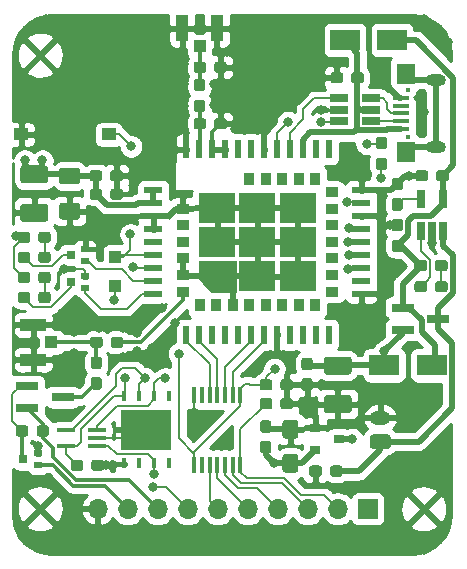
<source format=gtl>
G04 #@! TF.GenerationSoftware,KiCad,Pcbnew,(5.1.4-0)*
G04 #@! TF.CreationDate,2021-09-04T15:45:48+08:00*
G04 #@! TF.ProjectId,SIM7080,53494d37-3038-4302-9e6b-696361645f70,V1.2*
G04 #@! TF.SameCoordinates,Original*
G04 #@! TF.FileFunction,Copper,L1,Top*
G04 #@! TF.FilePolarity,Positive*
%FSLAX46Y46*%
G04 Gerber Fmt 4.6, Leading zero omitted, Abs format (unit mm)*
G04 Created by KiCad (PCBNEW (5.1.4-0)) date 2021-09-04 15:45:48*
%MOMM*%
%LPD*%
G04 APERTURE LIST*
%ADD10C,0.010000*%
%ADD11R,0.800000X0.800000*%
%ADD12R,0.800000X0.500000*%
%ADD13R,1.200000X1.000000*%
%ADD14C,0.100000*%
%ADD15C,0.950000*%
%ADD16C,1.500000*%
%ADD17C,1.425000*%
%ADD18C,1.350000*%
%ADD19R,1.000000X1.000000*%
%ADD20R,1.500000X0.400000*%
%ADD21R,2.500000X1.800000*%
%ADD22R,1.050000X2.200000*%
%ADD23R,1.000000X1.050000*%
%ADD24R,2.200000X1.050000*%
%ADD25R,1.050000X1.000000*%
%ADD26O,1.700000X1.000000*%
%ADD27C,0.400000*%
%ADD28R,1.350000X0.400000*%
%ADD29R,1.600000X1.800000*%
%ADD30C,1.200000*%
%ADD31O,1.750000X1.200000*%
%ADD32R,1.700000X1.700000*%
%ADD33O,1.700000X1.700000*%
%ADD34R,1.900000X0.800000*%
%ADD35R,1.560000X0.650000*%
%ADD36R,0.600000X1.600000*%
%ADD37R,1.600000X0.600000*%
%ADD38R,0.900000X1.100000*%
%ADD39R,1.100000X0.900000*%
%ADD40R,3.100000X2.600000*%
%ADD41R,0.407200X0.909599*%
%ADD42R,4.292600X3.505200*%
%ADD43R,0.450000X1.450000*%
%ADD44R,0.900000X0.800000*%
%ADD45R,0.650000X1.560000*%
%ADD46C,0.800000*%
%ADD47C,0.200000*%
%ADD48C,0.300000*%
%ADD49C,0.500000*%
%ADD50C,0.254000*%
G04 APERTURE END LIST*
D10*
G36*
X155050000Y-91500000D02*
G01*
X155050000Y-94100000D01*
X152980000Y-94100000D01*
X151950000Y-93070000D01*
X151950000Y-91500000D01*
X155050000Y-91500000D01*
G37*
X155050000Y-91500000D02*
X155050000Y-94100000D01*
X152980000Y-94100000D01*
X151950000Y-93070000D01*
X151950000Y-91500000D01*
X155050000Y-91500000D01*
D11*
X141080000Y-93300000D03*
D12*
X142320000Y-92800000D03*
X142320000Y-93800000D03*
D11*
X141080000Y-91000000D03*
D12*
X142320000Y-90500000D03*
X142320000Y-91500000D03*
D11*
X137080000Y-108300000D03*
D12*
X138320000Y-107800000D03*
X138320000Y-108800000D03*
D13*
X144300000Y-80800000D03*
X136900000Y-80800000D03*
D14*
G36*
X143585779Y-97926144D02*
G01*
X143608834Y-97929563D01*
X143631443Y-97935227D01*
X143653387Y-97943079D01*
X143674457Y-97953044D01*
X143694448Y-97965026D01*
X143713168Y-97978910D01*
X143730438Y-97994562D01*
X143746090Y-98011832D01*
X143759974Y-98030552D01*
X143771956Y-98050543D01*
X143781921Y-98071613D01*
X143789773Y-98093557D01*
X143795437Y-98116166D01*
X143798856Y-98139221D01*
X143800000Y-98162500D01*
X143800000Y-98637500D01*
X143798856Y-98660779D01*
X143795437Y-98683834D01*
X143789773Y-98706443D01*
X143781921Y-98728387D01*
X143771956Y-98749457D01*
X143759974Y-98769448D01*
X143746090Y-98788168D01*
X143730438Y-98805438D01*
X143713168Y-98821090D01*
X143694448Y-98834974D01*
X143674457Y-98846956D01*
X143653387Y-98856921D01*
X143631443Y-98864773D01*
X143608834Y-98870437D01*
X143585779Y-98873856D01*
X143562500Y-98875000D01*
X142987500Y-98875000D01*
X142964221Y-98873856D01*
X142941166Y-98870437D01*
X142918557Y-98864773D01*
X142896613Y-98856921D01*
X142875543Y-98846956D01*
X142855552Y-98834974D01*
X142836832Y-98821090D01*
X142819562Y-98805438D01*
X142803910Y-98788168D01*
X142790026Y-98769448D01*
X142778044Y-98749457D01*
X142768079Y-98728387D01*
X142760227Y-98706443D01*
X142754563Y-98683834D01*
X142751144Y-98660779D01*
X142750000Y-98637500D01*
X142750000Y-98162500D01*
X142751144Y-98139221D01*
X142754563Y-98116166D01*
X142760227Y-98093557D01*
X142768079Y-98071613D01*
X142778044Y-98050543D01*
X142790026Y-98030552D01*
X142803910Y-98011832D01*
X142819562Y-97994562D01*
X142836832Y-97978910D01*
X142855552Y-97965026D01*
X142875543Y-97953044D01*
X142896613Y-97943079D01*
X142918557Y-97935227D01*
X142941166Y-97929563D01*
X142964221Y-97926144D01*
X142987500Y-97925000D01*
X143562500Y-97925000D01*
X143585779Y-97926144D01*
X143585779Y-97926144D01*
G37*
D15*
X143275000Y-98400000D03*
D14*
G36*
X145335779Y-97926144D02*
G01*
X145358834Y-97929563D01*
X145381443Y-97935227D01*
X145403387Y-97943079D01*
X145424457Y-97953044D01*
X145444448Y-97965026D01*
X145463168Y-97978910D01*
X145480438Y-97994562D01*
X145496090Y-98011832D01*
X145509974Y-98030552D01*
X145521956Y-98050543D01*
X145531921Y-98071613D01*
X145539773Y-98093557D01*
X145545437Y-98116166D01*
X145548856Y-98139221D01*
X145550000Y-98162500D01*
X145550000Y-98637500D01*
X145548856Y-98660779D01*
X145545437Y-98683834D01*
X145539773Y-98706443D01*
X145531921Y-98728387D01*
X145521956Y-98749457D01*
X145509974Y-98769448D01*
X145496090Y-98788168D01*
X145480438Y-98805438D01*
X145463168Y-98821090D01*
X145444448Y-98834974D01*
X145424457Y-98846956D01*
X145403387Y-98856921D01*
X145381443Y-98864773D01*
X145358834Y-98870437D01*
X145335779Y-98873856D01*
X145312500Y-98875000D01*
X144737500Y-98875000D01*
X144714221Y-98873856D01*
X144691166Y-98870437D01*
X144668557Y-98864773D01*
X144646613Y-98856921D01*
X144625543Y-98846956D01*
X144605552Y-98834974D01*
X144586832Y-98821090D01*
X144569562Y-98805438D01*
X144553910Y-98788168D01*
X144540026Y-98769448D01*
X144528044Y-98749457D01*
X144518079Y-98728387D01*
X144510227Y-98706443D01*
X144504563Y-98683834D01*
X144501144Y-98660779D01*
X144500000Y-98637500D01*
X144500000Y-98162500D01*
X144501144Y-98139221D01*
X144504563Y-98116166D01*
X144510227Y-98093557D01*
X144518079Y-98071613D01*
X144528044Y-98050543D01*
X144540026Y-98030552D01*
X144553910Y-98011832D01*
X144569562Y-97994562D01*
X144586832Y-97978910D01*
X144605552Y-97965026D01*
X144625543Y-97953044D01*
X144646613Y-97943079D01*
X144668557Y-97935227D01*
X144691166Y-97929563D01*
X144714221Y-97926144D01*
X144737500Y-97925000D01*
X145312500Y-97925000D01*
X145335779Y-97926144D01*
X145335779Y-97926144D01*
G37*
D15*
X145025000Y-98400000D03*
D14*
G36*
X154085779Y-74626144D02*
G01*
X154108834Y-74629563D01*
X154131443Y-74635227D01*
X154153387Y-74643079D01*
X154174457Y-74653044D01*
X154194448Y-74665026D01*
X154213168Y-74678910D01*
X154230438Y-74694562D01*
X154246090Y-74711832D01*
X154259974Y-74730552D01*
X154271956Y-74750543D01*
X154281921Y-74771613D01*
X154289773Y-74793557D01*
X154295437Y-74816166D01*
X154298856Y-74839221D01*
X154300000Y-74862500D01*
X154300000Y-75337500D01*
X154298856Y-75360779D01*
X154295437Y-75383834D01*
X154289773Y-75406443D01*
X154281921Y-75428387D01*
X154271956Y-75449457D01*
X154259974Y-75469448D01*
X154246090Y-75488168D01*
X154230438Y-75505438D01*
X154213168Y-75521090D01*
X154194448Y-75534974D01*
X154174457Y-75546956D01*
X154153387Y-75556921D01*
X154131443Y-75564773D01*
X154108834Y-75570437D01*
X154085779Y-75573856D01*
X154062500Y-75575000D01*
X153487500Y-75575000D01*
X153464221Y-75573856D01*
X153441166Y-75570437D01*
X153418557Y-75564773D01*
X153396613Y-75556921D01*
X153375543Y-75546956D01*
X153355552Y-75534974D01*
X153336832Y-75521090D01*
X153319562Y-75505438D01*
X153303910Y-75488168D01*
X153290026Y-75469448D01*
X153278044Y-75449457D01*
X153268079Y-75428387D01*
X153260227Y-75406443D01*
X153254563Y-75383834D01*
X153251144Y-75360779D01*
X153250000Y-75337500D01*
X153250000Y-74862500D01*
X153251144Y-74839221D01*
X153254563Y-74816166D01*
X153260227Y-74793557D01*
X153268079Y-74771613D01*
X153278044Y-74750543D01*
X153290026Y-74730552D01*
X153303910Y-74711832D01*
X153319562Y-74694562D01*
X153336832Y-74678910D01*
X153355552Y-74665026D01*
X153375543Y-74653044D01*
X153396613Y-74643079D01*
X153418557Y-74635227D01*
X153441166Y-74629563D01*
X153464221Y-74626144D01*
X153487500Y-74625000D01*
X154062500Y-74625000D01*
X154085779Y-74626144D01*
X154085779Y-74626144D01*
G37*
D15*
X153775000Y-75100000D03*
D14*
G36*
X152335779Y-74626144D02*
G01*
X152358834Y-74629563D01*
X152381443Y-74635227D01*
X152403387Y-74643079D01*
X152424457Y-74653044D01*
X152444448Y-74665026D01*
X152463168Y-74678910D01*
X152480438Y-74694562D01*
X152496090Y-74711832D01*
X152509974Y-74730552D01*
X152521956Y-74750543D01*
X152531921Y-74771613D01*
X152539773Y-74793557D01*
X152545437Y-74816166D01*
X152548856Y-74839221D01*
X152550000Y-74862500D01*
X152550000Y-75337500D01*
X152548856Y-75360779D01*
X152545437Y-75383834D01*
X152539773Y-75406443D01*
X152531921Y-75428387D01*
X152521956Y-75449457D01*
X152509974Y-75469448D01*
X152496090Y-75488168D01*
X152480438Y-75505438D01*
X152463168Y-75521090D01*
X152444448Y-75534974D01*
X152424457Y-75546956D01*
X152403387Y-75556921D01*
X152381443Y-75564773D01*
X152358834Y-75570437D01*
X152335779Y-75573856D01*
X152312500Y-75575000D01*
X151737500Y-75575000D01*
X151714221Y-75573856D01*
X151691166Y-75570437D01*
X151668557Y-75564773D01*
X151646613Y-75556921D01*
X151625543Y-75546956D01*
X151605552Y-75534974D01*
X151586832Y-75521090D01*
X151569562Y-75505438D01*
X151553910Y-75488168D01*
X151540026Y-75469448D01*
X151528044Y-75449457D01*
X151518079Y-75428387D01*
X151510227Y-75406443D01*
X151504563Y-75383834D01*
X151501144Y-75360779D01*
X151500000Y-75337500D01*
X151500000Y-74862500D01*
X151501144Y-74839221D01*
X151504563Y-74816166D01*
X151510227Y-74793557D01*
X151518079Y-74771613D01*
X151528044Y-74750543D01*
X151540026Y-74730552D01*
X151553910Y-74711832D01*
X151569562Y-74694562D01*
X151586832Y-74678910D01*
X151605552Y-74665026D01*
X151625543Y-74653044D01*
X151646613Y-74643079D01*
X151668557Y-74635227D01*
X151691166Y-74629563D01*
X151714221Y-74626144D01*
X151737500Y-74625000D01*
X152312500Y-74625000D01*
X152335779Y-74626144D01*
X152335779Y-74626144D01*
G37*
D15*
X152025000Y-75100000D03*
D14*
G36*
X152335779Y-79426144D02*
G01*
X152358834Y-79429563D01*
X152381443Y-79435227D01*
X152403387Y-79443079D01*
X152424457Y-79453044D01*
X152444448Y-79465026D01*
X152463168Y-79478910D01*
X152480438Y-79494562D01*
X152496090Y-79511832D01*
X152509974Y-79530552D01*
X152521956Y-79550543D01*
X152531921Y-79571613D01*
X152539773Y-79593557D01*
X152545437Y-79616166D01*
X152548856Y-79639221D01*
X152550000Y-79662500D01*
X152550000Y-80137500D01*
X152548856Y-80160779D01*
X152545437Y-80183834D01*
X152539773Y-80206443D01*
X152531921Y-80228387D01*
X152521956Y-80249457D01*
X152509974Y-80269448D01*
X152496090Y-80288168D01*
X152480438Y-80305438D01*
X152463168Y-80321090D01*
X152444448Y-80334974D01*
X152424457Y-80346956D01*
X152403387Y-80356921D01*
X152381443Y-80364773D01*
X152358834Y-80370437D01*
X152335779Y-80373856D01*
X152312500Y-80375000D01*
X151737500Y-80375000D01*
X151714221Y-80373856D01*
X151691166Y-80370437D01*
X151668557Y-80364773D01*
X151646613Y-80356921D01*
X151625543Y-80346956D01*
X151605552Y-80334974D01*
X151586832Y-80321090D01*
X151569562Y-80305438D01*
X151553910Y-80288168D01*
X151540026Y-80269448D01*
X151528044Y-80249457D01*
X151518079Y-80228387D01*
X151510227Y-80206443D01*
X151504563Y-80183834D01*
X151501144Y-80160779D01*
X151500000Y-80137500D01*
X151500000Y-79662500D01*
X151501144Y-79639221D01*
X151504563Y-79616166D01*
X151510227Y-79593557D01*
X151518079Y-79571613D01*
X151528044Y-79550543D01*
X151540026Y-79530552D01*
X151553910Y-79511832D01*
X151569562Y-79494562D01*
X151586832Y-79478910D01*
X151605552Y-79465026D01*
X151625543Y-79453044D01*
X151646613Y-79443079D01*
X151668557Y-79435227D01*
X151691166Y-79429563D01*
X151714221Y-79426144D01*
X151737500Y-79425000D01*
X152312500Y-79425000D01*
X152335779Y-79426144D01*
X152335779Y-79426144D01*
G37*
D15*
X152025000Y-79900000D03*
D14*
G36*
X154085779Y-79426144D02*
G01*
X154108834Y-79429563D01*
X154131443Y-79435227D01*
X154153387Y-79443079D01*
X154174457Y-79453044D01*
X154194448Y-79465026D01*
X154213168Y-79478910D01*
X154230438Y-79494562D01*
X154246090Y-79511832D01*
X154259974Y-79530552D01*
X154271956Y-79550543D01*
X154281921Y-79571613D01*
X154289773Y-79593557D01*
X154295437Y-79616166D01*
X154298856Y-79639221D01*
X154300000Y-79662500D01*
X154300000Y-80137500D01*
X154298856Y-80160779D01*
X154295437Y-80183834D01*
X154289773Y-80206443D01*
X154281921Y-80228387D01*
X154271956Y-80249457D01*
X154259974Y-80269448D01*
X154246090Y-80288168D01*
X154230438Y-80305438D01*
X154213168Y-80321090D01*
X154194448Y-80334974D01*
X154174457Y-80346956D01*
X154153387Y-80356921D01*
X154131443Y-80364773D01*
X154108834Y-80370437D01*
X154085779Y-80373856D01*
X154062500Y-80375000D01*
X153487500Y-80375000D01*
X153464221Y-80373856D01*
X153441166Y-80370437D01*
X153418557Y-80364773D01*
X153396613Y-80356921D01*
X153375543Y-80346956D01*
X153355552Y-80334974D01*
X153336832Y-80321090D01*
X153319562Y-80305438D01*
X153303910Y-80288168D01*
X153290026Y-80269448D01*
X153278044Y-80249457D01*
X153268079Y-80228387D01*
X153260227Y-80206443D01*
X153254563Y-80183834D01*
X153251144Y-80160779D01*
X153250000Y-80137500D01*
X153250000Y-79662500D01*
X153251144Y-79639221D01*
X153254563Y-79616166D01*
X153260227Y-79593557D01*
X153268079Y-79571613D01*
X153278044Y-79550543D01*
X153290026Y-79530552D01*
X153303910Y-79511832D01*
X153319562Y-79494562D01*
X153336832Y-79478910D01*
X153355552Y-79465026D01*
X153375543Y-79453044D01*
X153396613Y-79443079D01*
X153418557Y-79435227D01*
X153441166Y-79429563D01*
X153464221Y-79426144D01*
X153487500Y-79425000D01*
X154062500Y-79425000D01*
X154085779Y-79426144D01*
X154085779Y-79426144D01*
G37*
D15*
X153775000Y-79900000D03*
D14*
G36*
X138949504Y-83426204D02*
G01*
X138973773Y-83429804D01*
X138997571Y-83435765D01*
X139020671Y-83444030D01*
X139042849Y-83454520D01*
X139063893Y-83467133D01*
X139083598Y-83481747D01*
X139101777Y-83498223D01*
X139118253Y-83516402D01*
X139132867Y-83536107D01*
X139145480Y-83557151D01*
X139155970Y-83579329D01*
X139164235Y-83602429D01*
X139170196Y-83626227D01*
X139173796Y-83650496D01*
X139175000Y-83675000D01*
X139175000Y-84675000D01*
X139173796Y-84699504D01*
X139170196Y-84723773D01*
X139164235Y-84747571D01*
X139155970Y-84770671D01*
X139145480Y-84792849D01*
X139132867Y-84813893D01*
X139118253Y-84833598D01*
X139101777Y-84851777D01*
X139083598Y-84868253D01*
X139063893Y-84882867D01*
X139042849Y-84895480D01*
X139020671Y-84905970D01*
X138997571Y-84914235D01*
X138973773Y-84920196D01*
X138949504Y-84923796D01*
X138925000Y-84925000D01*
X137075000Y-84925000D01*
X137050496Y-84923796D01*
X137026227Y-84920196D01*
X137002429Y-84914235D01*
X136979329Y-84905970D01*
X136957151Y-84895480D01*
X136936107Y-84882867D01*
X136916402Y-84868253D01*
X136898223Y-84851777D01*
X136881747Y-84833598D01*
X136867133Y-84813893D01*
X136854520Y-84792849D01*
X136844030Y-84770671D01*
X136835765Y-84747571D01*
X136829804Y-84723773D01*
X136826204Y-84699504D01*
X136825000Y-84675000D01*
X136825000Y-83675000D01*
X136826204Y-83650496D01*
X136829804Y-83626227D01*
X136835765Y-83602429D01*
X136844030Y-83579329D01*
X136854520Y-83557151D01*
X136867133Y-83536107D01*
X136881747Y-83516402D01*
X136898223Y-83498223D01*
X136916402Y-83481747D01*
X136936107Y-83467133D01*
X136957151Y-83454520D01*
X136979329Y-83444030D01*
X137002429Y-83435765D01*
X137026227Y-83429804D01*
X137050496Y-83426204D01*
X137075000Y-83425000D01*
X138925000Y-83425000D01*
X138949504Y-83426204D01*
X138949504Y-83426204D01*
G37*
D16*
X138000000Y-84175000D03*
D14*
G36*
X138949504Y-86676204D02*
G01*
X138973773Y-86679804D01*
X138997571Y-86685765D01*
X139020671Y-86694030D01*
X139042849Y-86704520D01*
X139063893Y-86717133D01*
X139083598Y-86731747D01*
X139101777Y-86748223D01*
X139118253Y-86766402D01*
X139132867Y-86786107D01*
X139145480Y-86807151D01*
X139155970Y-86829329D01*
X139164235Y-86852429D01*
X139170196Y-86876227D01*
X139173796Y-86900496D01*
X139175000Y-86925000D01*
X139175000Y-87925000D01*
X139173796Y-87949504D01*
X139170196Y-87973773D01*
X139164235Y-87997571D01*
X139155970Y-88020671D01*
X139145480Y-88042849D01*
X139132867Y-88063893D01*
X139118253Y-88083598D01*
X139101777Y-88101777D01*
X139083598Y-88118253D01*
X139063893Y-88132867D01*
X139042849Y-88145480D01*
X139020671Y-88155970D01*
X138997571Y-88164235D01*
X138973773Y-88170196D01*
X138949504Y-88173796D01*
X138925000Y-88175000D01*
X137075000Y-88175000D01*
X137050496Y-88173796D01*
X137026227Y-88170196D01*
X137002429Y-88164235D01*
X136979329Y-88155970D01*
X136957151Y-88145480D01*
X136936107Y-88132867D01*
X136916402Y-88118253D01*
X136898223Y-88101777D01*
X136881747Y-88083598D01*
X136867133Y-88063893D01*
X136854520Y-88042849D01*
X136844030Y-88020671D01*
X136835765Y-87997571D01*
X136829804Y-87973773D01*
X136826204Y-87949504D01*
X136825000Y-87925000D01*
X136825000Y-86925000D01*
X136826204Y-86900496D01*
X136829804Y-86876227D01*
X136835765Y-86852429D01*
X136844030Y-86829329D01*
X136854520Y-86807151D01*
X136867133Y-86786107D01*
X136881747Y-86766402D01*
X136898223Y-86748223D01*
X136916402Y-86731747D01*
X136936107Y-86717133D01*
X136957151Y-86704520D01*
X136979329Y-86694030D01*
X137002429Y-86685765D01*
X137026227Y-86679804D01*
X137050496Y-86676204D01*
X137075000Y-86675000D01*
X138925000Y-86675000D01*
X138949504Y-86676204D01*
X138949504Y-86676204D01*
G37*
D16*
X138000000Y-87425000D03*
D14*
G36*
X141649504Y-83601204D02*
G01*
X141673773Y-83604804D01*
X141697571Y-83610765D01*
X141720671Y-83619030D01*
X141742849Y-83629520D01*
X141763893Y-83642133D01*
X141783598Y-83656747D01*
X141801777Y-83673223D01*
X141818253Y-83691402D01*
X141832867Y-83711107D01*
X141845480Y-83732151D01*
X141855970Y-83754329D01*
X141864235Y-83777429D01*
X141870196Y-83801227D01*
X141873796Y-83825496D01*
X141875000Y-83850000D01*
X141875000Y-84775000D01*
X141873796Y-84799504D01*
X141870196Y-84823773D01*
X141864235Y-84847571D01*
X141855970Y-84870671D01*
X141845480Y-84892849D01*
X141832867Y-84913893D01*
X141818253Y-84933598D01*
X141801777Y-84951777D01*
X141783598Y-84968253D01*
X141763893Y-84982867D01*
X141742849Y-84995480D01*
X141720671Y-85005970D01*
X141697571Y-85014235D01*
X141673773Y-85020196D01*
X141649504Y-85023796D01*
X141625000Y-85025000D01*
X140375000Y-85025000D01*
X140350496Y-85023796D01*
X140326227Y-85020196D01*
X140302429Y-85014235D01*
X140279329Y-85005970D01*
X140257151Y-84995480D01*
X140236107Y-84982867D01*
X140216402Y-84968253D01*
X140198223Y-84951777D01*
X140181747Y-84933598D01*
X140167133Y-84913893D01*
X140154520Y-84892849D01*
X140144030Y-84870671D01*
X140135765Y-84847571D01*
X140129804Y-84823773D01*
X140126204Y-84799504D01*
X140125000Y-84775000D01*
X140125000Y-83850000D01*
X140126204Y-83825496D01*
X140129804Y-83801227D01*
X140135765Y-83777429D01*
X140144030Y-83754329D01*
X140154520Y-83732151D01*
X140167133Y-83711107D01*
X140181747Y-83691402D01*
X140198223Y-83673223D01*
X140216402Y-83656747D01*
X140236107Y-83642133D01*
X140257151Y-83629520D01*
X140279329Y-83619030D01*
X140302429Y-83610765D01*
X140326227Y-83604804D01*
X140350496Y-83601204D01*
X140375000Y-83600000D01*
X141625000Y-83600000D01*
X141649504Y-83601204D01*
X141649504Y-83601204D01*
G37*
D17*
X141000000Y-84312500D03*
D14*
G36*
X141649504Y-86576204D02*
G01*
X141673773Y-86579804D01*
X141697571Y-86585765D01*
X141720671Y-86594030D01*
X141742849Y-86604520D01*
X141763893Y-86617133D01*
X141783598Y-86631747D01*
X141801777Y-86648223D01*
X141818253Y-86666402D01*
X141832867Y-86686107D01*
X141845480Y-86707151D01*
X141855970Y-86729329D01*
X141864235Y-86752429D01*
X141870196Y-86776227D01*
X141873796Y-86800496D01*
X141875000Y-86825000D01*
X141875000Y-87750000D01*
X141873796Y-87774504D01*
X141870196Y-87798773D01*
X141864235Y-87822571D01*
X141855970Y-87845671D01*
X141845480Y-87867849D01*
X141832867Y-87888893D01*
X141818253Y-87908598D01*
X141801777Y-87926777D01*
X141783598Y-87943253D01*
X141763893Y-87957867D01*
X141742849Y-87970480D01*
X141720671Y-87980970D01*
X141697571Y-87989235D01*
X141673773Y-87995196D01*
X141649504Y-87998796D01*
X141625000Y-88000000D01*
X140375000Y-88000000D01*
X140350496Y-87998796D01*
X140326227Y-87995196D01*
X140302429Y-87989235D01*
X140279329Y-87980970D01*
X140257151Y-87970480D01*
X140236107Y-87957867D01*
X140216402Y-87943253D01*
X140198223Y-87926777D01*
X140181747Y-87908598D01*
X140167133Y-87888893D01*
X140154520Y-87867849D01*
X140144030Y-87845671D01*
X140135765Y-87822571D01*
X140129804Y-87798773D01*
X140126204Y-87774504D01*
X140125000Y-87750000D01*
X140125000Y-86825000D01*
X140126204Y-86800496D01*
X140129804Y-86776227D01*
X140135765Y-86752429D01*
X140144030Y-86729329D01*
X140154520Y-86707151D01*
X140167133Y-86686107D01*
X140181747Y-86666402D01*
X140198223Y-86648223D01*
X140216402Y-86631747D01*
X140236107Y-86617133D01*
X140257151Y-86604520D01*
X140279329Y-86594030D01*
X140302429Y-86585765D01*
X140326227Y-86579804D01*
X140350496Y-86576204D01*
X140375000Y-86575000D01*
X141625000Y-86575000D01*
X141649504Y-86576204D01*
X141649504Y-86576204D01*
G37*
D17*
X141000000Y-87287500D03*
D14*
G36*
X145285779Y-83826144D02*
G01*
X145308834Y-83829563D01*
X145331443Y-83835227D01*
X145353387Y-83843079D01*
X145374457Y-83853044D01*
X145394448Y-83865026D01*
X145413168Y-83878910D01*
X145430438Y-83894562D01*
X145446090Y-83911832D01*
X145459974Y-83930552D01*
X145471956Y-83950543D01*
X145481921Y-83971613D01*
X145489773Y-83993557D01*
X145495437Y-84016166D01*
X145498856Y-84039221D01*
X145500000Y-84062500D01*
X145500000Y-84537500D01*
X145498856Y-84560779D01*
X145495437Y-84583834D01*
X145489773Y-84606443D01*
X145481921Y-84628387D01*
X145471956Y-84649457D01*
X145459974Y-84669448D01*
X145446090Y-84688168D01*
X145430438Y-84705438D01*
X145413168Y-84721090D01*
X145394448Y-84734974D01*
X145374457Y-84746956D01*
X145353387Y-84756921D01*
X145331443Y-84764773D01*
X145308834Y-84770437D01*
X145285779Y-84773856D01*
X145262500Y-84775000D01*
X144687500Y-84775000D01*
X144664221Y-84773856D01*
X144641166Y-84770437D01*
X144618557Y-84764773D01*
X144596613Y-84756921D01*
X144575543Y-84746956D01*
X144555552Y-84734974D01*
X144536832Y-84721090D01*
X144519562Y-84705438D01*
X144503910Y-84688168D01*
X144490026Y-84669448D01*
X144478044Y-84649457D01*
X144468079Y-84628387D01*
X144460227Y-84606443D01*
X144454563Y-84583834D01*
X144451144Y-84560779D01*
X144450000Y-84537500D01*
X144450000Y-84062500D01*
X144451144Y-84039221D01*
X144454563Y-84016166D01*
X144460227Y-83993557D01*
X144468079Y-83971613D01*
X144478044Y-83950543D01*
X144490026Y-83930552D01*
X144503910Y-83911832D01*
X144519562Y-83894562D01*
X144536832Y-83878910D01*
X144555552Y-83865026D01*
X144575543Y-83853044D01*
X144596613Y-83843079D01*
X144618557Y-83835227D01*
X144641166Y-83829563D01*
X144664221Y-83826144D01*
X144687500Y-83825000D01*
X145262500Y-83825000D01*
X145285779Y-83826144D01*
X145285779Y-83826144D01*
G37*
D15*
X144975000Y-84300000D03*
D14*
G36*
X143535779Y-83826144D02*
G01*
X143558834Y-83829563D01*
X143581443Y-83835227D01*
X143603387Y-83843079D01*
X143624457Y-83853044D01*
X143644448Y-83865026D01*
X143663168Y-83878910D01*
X143680438Y-83894562D01*
X143696090Y-83911832D01*
X143709974Y-83930552D01*
X143721956Y-83950543D01*
X143731921Y-83971613D01*
X143739773Y-83993557D01*
X143745437Y-84016166D01*
X143748856Y-84039221D01*
X143750000Y-84062500D01*
X143750000Y-84537500D01*
X143748856Y-84560779D01*
X143745437Y-84583834D01*
X143739773Y-84606443D01*
X143731921Y-84628387D01*
X143721956Y-84649457D01*
X143709974Y-84669448D01*
X143696090Y-84688168D01*
X143680438Y-84705438D01*
X143663168Y-84721090D01*
X143644448Y-84734974D01*
X143624457Y-84746956D01*
X143603387Y-84756921D01*
X143581443Y-84764773D01*
X143558834Y-84770437D01*
X143535779Y-84773856D01*
X143512500Y-84775000D01*
X142937500Y-84775000D01*
X142914221Y-84773856D01*
X142891166Y-84770437D01*
X142868557Y-84764773D01*
X142846613Y-84756921D01*
X142825543Y-84746956D01*
X142805552Y-84734974D01*
X142786832Y-84721090D01*
X142769562Y-84705438D01*
X142753910Y-84688168D01*
X142740026Y-84669448D01*
X142728044Y-84649457D01*
X142718079Y-84628387D01*
X142710227Y-84606443D01*
X142704563Y-84583834D01*
X142701144Y-84560779D01*
X142700000Y-84537500D01*
X142700000Y-84062500D01*
X142701144Y-84039221D01*
X142704563Y-84016166D01*
X142710227Y-83993557D01*
X142718079Y-83971613D01*
X142728044Y-83950543D01*
X142740026Y-83930552D01*
X142753910Y-83911832D01*
X142769562Y-83894562D01*
X142786832Y-83878910D01*
X142805552Y-83865026D01*
X142825543Y-83853044D01*
X142846613Y-83843079D01*
X142868557Y-83835227D01*
X142891166Y-83829563D01*
X142914221Y-83826144D01*
X142937500Y-83825000D01*
X143512500Y-83825000D01*
X143535779Y-83826144D01*
X143535779Y-83826144D01*
G37*
D15*
X143225000Y-84300000D03*
D14*
G36*
X145285779Y-85376144D02*
G01*
X145308834Y-85379563D01*
X145331443Y-85385227D01*
X145353387Y-85393079D01*
X145374457Y-85403044D01*
X145394448Y-85415026D01*
X145413168Y-85428910D01*
X145430438Y-85444562D01*
X145446090Y-85461832D01*
X145459974Y-85480552D01*
X145471956Y-85500543D01*
X145481921Y-85521613D01*
X145489773Y-85543557D01*
X145495437Y-85566166D01*
X145498856Y-85589221D01*
X145500000Y-85612500D01*
X145500000Y-86087500D01*
X145498856Y-86110779D01*
X145495437Y-86133834D01*
X145489773Y-86156443D01*
X145481921Y-86178387D01*
X145471956Y-86199457D01*
X145459974Y-86219448D01*
X145446090Y-86238168D01*
X145430438Y-86255438D01*
X145413168Y-86271090D01*
X145394448Y-86284974D01*
X145374457Y-86296956D01*
X145353387Y-86306921D01*
X145331443Y-86314773D01*
X145308834Y-86320437D01*
X145285779Y-86323856D01*
X145262500Y-86325000D01*
X144687500Y-86325000D01*
X144664221Y-86323856D01*
X144641166Y-86320437D01*
X144618557Y-86314773D01*
X144596613Y-86306921D01*
X144575543Y-86296956D01*
X144555552Y-86284974D01*
X144536832Y-86271090D01*
X144519562Y-86255438D01*
X144503910Y-86238168D01*
X144490026Y-86219448D01*
X144478044Y-86199457D01*
X144468079Y-86178387D01*
X144460227Y-86156443D01*
X144454563Y-86133834D01*
X144451144Y-86110779D01*
X144450000Y-86087500D01*
X144450000Y-85612500D01*
X144451144Y-85589221D01*
X144454563Y-85566166D01*
X144460227Y-85543557D01*
X144468079Y-85521613D01*
X144478044Y-85500543D01*
X144490026Y-85480552D01*
X144503910Y-85461832D01*
X144519562Y-85444562D01*
X144536832Y-85428910D01*
X144555552Y-85415026D01*
X144575543Y-85403044D01*
X144596613Y-85393079D01*
X144618557Y-85385227D01*
X144641166Y-85379563D01*
X144664221Y-85376144D01*
X144687500Y-85375000D01*
X145262500Y-85375000D01*
X145285779Y-85376144D01*
X145285779Y-85376144D01*
G37*
D15*
X144975000Y-85850000D03*
D14*
G36*
X143535779Y-85376144D02*
G01*
X143558834Y-85379563D01*
X143581443Y-85385227D01*
X143603387Y-85393079D01*
X143624457Y-85403044D01*
X143644448Y-85415026D01*
X143663168Y-85428910D01*
X143680438Y-85444562D01*
X143696090Y-85461832D01*
X143709974Y-85480552D01*
X143721956Y-85500543D01*
X143731921Y-85521613D01*
X143739773Y-85543557D01*
X143745437Y-85566166D01*
X143748856Y-85589221D01*
X143750000Y-85612500D01*
X143750000Y-86087500D01*
X143748856Y-86110779D01*
X143745437Y-86133834D01*
X143739773Y-86156443D01*
X143731921Y-86178387D01*
X143721956Y-86199457D01*
X143709974Y-86219448D01*
X143696090Y-86238168D01*
X143680438Y-86255438D01*
X143663168Y-86271090D01*
X143644448Y-86284974D01*
X143624457Y-86296956D01*
X143603387Y-86306921D01*
X143581443Y-86314773D01*
X143558834Y-86320437D01*
X143535779Y-86323856D01*
X143512500Y-86325000D01*
X142937500Y-86325000D01*
X142914221Y-86323856D01*
X142891166Y-86320437D01*
X142868557Y-86314773D01*
X142846613Y-86306921D01*
X142825543Y-86296956D01*
X142805552Y-86284974D01*
X142786832Y-86271090D01*
X142769562Y-86255438D01*
X142753910Y-86238168D01*
X142740026Y-86219448D01*
X142728044Y-86199457D01*
X142718079Y-86178387D01*
X142710227Y-86156443D01*
X142704563Y-86133834D01*
X142701144Y-86110779D01*
X142700000Y-86087500D01*
X142700000Y-85612500D01*
X142701144Y-85589221D01*
X142704563Y-85566166D01*
X142710227Y-85543557D01*
X142718079Y-85521613D01*
X142728044Y-85500543D01*
X142740026Y-85480552D01*
X142753910Y-85461832D01*
X142769562Y-85444562D01*
X142786832Y-85428910D01*
X142805552Y-85415026D01*
X142825543Y-85403044D01*
X142846613Y-85393079D01*
X142868557Y-85385227D01*
X142891166Y-85379563D01*
X142914221Y-85376144D01*
X142937500Y-85375000D01*
X143512500Y-85375000D01*
X143535779Y-85376144D01*
X143535779Y-85376144D01*
G37*
D15*
X143225000Y-85850000D03*
D14*
G36*
X165685779Y-75526144D02*
G01*
X165708834Y-75529563D01*
X165731443Y-75535227D01*
X165753387Y-75543079D01*
X165774457Y-75553044D01*
X165794448Y-75565026D01*
X165813168Y-75578910D01*
X165830438Y-75594562D01*
X165846090Y-75611832D01*
X165859974Y-75630552D01*
X165871956Y-75650543D01*
X165881921Y-75671613D01*
X165889773Y-75693557D01*
X165895437Y-75716166D01*
X165898856Y-75739221D01*
X165900000Y-75762500D01*
X165900000Y-76237500D01*
X165898856Y-76260779D01*
X165895437Y-76283834D01*
X165889773Y-76306443D01*
X165881921Y-76328387D01*
X165871956Y-76349457D01*
X165859974Y-76369448D01*
X165846090Y-76388168D01*
X165830438Y-76405438D01*
X165813168Y-76421090D01*
X165794448Y-76434974D01*
X165774457Y-76446956D01*
X165753387Y-76456921D01*
X165731443Y-76464773D01*
X165708834Y-76470437D01*
X165685779Y-76473856D01*
X165662500Y-76475000D01*
X165087500Y-76475000D01*
X165064221Y-76473856D01*
X165041166Y-76470437D01*
X165018557Y-76464773D01*
X164996613Y-76456921D01*
X164975543Y-76446956D01*
X164955552Y-76434974D01*
X164936832Y-76421090D01*
X164919562Y-76405438D01*
X164903910Y-76388168D01*
X164890026Y-76369448D01*
X164878044Y-76349457D01*
X164868079Y-76328387D01*
X164860227Y-76306443D01*
X164854563Y-76283834D01*
X164851144Y-76260779D01*
X164850000Y-76237500D01*
X164850000Y-75762500D01*
X164851144Y-75739221D01*
X164854563Y-75716166D01*
X164860227Y-75693557D01*
X164868079Y-75671613D01*
X164878044Y-75650543D01*
X164890026Y-75630552D01*
X164903910Y-75611832D01*
X164919562Y-75594562D01*
X164936832Y-75578910D01*
X164955552Y-75565026D01*
X164975543Y-75553044D01*
X164996613Y-75543079D01*
X165018557Y-75535227D01*
X165041166Y-75529563D01*
X165064221Y-75526144D01*
X165087500Y-75525000D01*
X165662500Y-75525000D01*
X165685779Y-75526144D01*
X165685779Y-75526144D01*
G37*
D15*
X165375000Y-76000000D03*
D14*
G36*
X163935779Y-75526144D02*
G01*
X163958834Y-75529563D01*
X163981443Y-75535227D01*
X164003387Y-75543079D01*
X164024457Y-75553044D01*
X164044448Y-75565026D01*
X164063168Y-75578910D01*
X164080438Y-75594562D01*
X164096090Y-75611832D01*
X164109974Y-75630552D01*
X164121956Y-75650543D01*
X164131921Y-75671613D01*
X164139773Y-75693557D01*
X164145437Y-75716166D01*
X164148856Y-75739221D01*
X164150000Y-75762500D01*
X164150000Y-76237500D01*
X164148856Y-76260779D01*
X164145437Y-76283834D01*
X164139773Y-76306443D01*
X164131921Y-76328387D01*
X164121956Y-76349457D01*
X164109974Y-76369448D01*
X164096090Y-76388168D01*
X164080438Y-76405438D01*
X164063168Y-76421090D01*
X164044448Y-76434974D01*
X164024457Y-76446956D01*
X164003387Y-76456921D01*
X163981443Y-76464773D01*
X163958834Y-76470437D01*
X163935779Y-76473856D01*
X163912500Y-76475000D01*
X163337500Y-76475000D01*
X163314221Y-76473856D01*
X163291166Y-76470437D01*
X163268557Y-76464773D01*
X163246613Y-76456921D01*
X163225543Y-76446956D01*
X163205552Y-76434974D01*
X163186832Y-76421090D01*
X163169562Y-76405438D01*
X163153910Y-76388168D01*
X163140026Y-76369448D01*
X163128044Y-76349457D01*
X163118079Y-76328387D01*
X163110227Y-76306443D01*
X163104563Y-76283834D01*
X163101144Y-76260779D01*
X163100000Y-76237500D01*
X163100000Y-75762500D01*
X163101144Y-75739221D01*
X163104563Y-75716166D01*
X163110227Y-75693557D01*
X163118079Y-75671613D01*
X163128044Y-75650543D01*
X163140026Y-75630552D01*
X163153910Y-75611832D01*
X163169562Y-75594562D01*
X163186832Y-75578910D01*
X163205552Y-75565026D01*
X163225543Y-75553044D01*
X163246613Y-75543079D01*
X163268557Y-75535227D01*
X163291166Y-75529563D01*
X163314221Y-75526144D01*
X163337500Y-75525000D01*
X163912500Y-75525000D01*
X163935779Y-75526144D01*
X163935779Y-75526144D01*
G37*
D15*
X163625000Y-76000000D03*
D14*
G36*
X141935779Y-108326144D02*
G01*
X141958834Y-108329563D01*
X141981443Y-108335227D01*
X142003387Y-108343079D01*
X142024457Y-108353044D01*
X142044448Y-108365026D01*
X142063168Y-108378910D01*
X142080438Y-108394562D01*
X142096090Y-108411832D01*
X142109974Y-108430552D01*
X142121956Y-108450543D01*
X142131921Y-108471613D01*
X142139773Y-108493557D01*
X142145437Y-108516166D01*
X142148856Y-108539221D01*
X142150000Y-108562500D01*
X142150000Y-109037500D01*
X142148856Y-109060779D01*
X142145437Y-109083834D01*
X142139773Y-109106443D01*
X142131921Y-109128387D01*
X142121956Y-109149457D01*
X142109974Y-109169448D01*
X142096090Y-109188168D01*
X142080438Y-109205438D01*
X142063168Y-109221090D01*
X142044448Y-109234974D01*
X142024457Y-109246956D01*
X142003387Y-109256921D01*
X141981443Y-109264773D01*
X141958834Y-109270437D01*
X141935779Y-109273856D01*
X141912500Y-109275000D01*
X141337500Y-109275000D01*
X141314221Y-109273856D01*
X141291166Y-109270437D01*
X141268557Y-109264773D01*
X141246613Y-109256921D01*
X141225543Y-109246956D01*
X141205552Y-109234974D01*
X141186832Y-109221090D01*
X141169562Y-109205438D01*
X141153910Y-109188168D01*
X141140026Y-109169448D01*
X141128044Y-109149457D01*
X141118079Y-109128387D01*
X141110227Y-109106443D01*
X141104563Y-109083834D01*
X141101144Y-109060779D01*
X141100000Y-109037500D01*
X141100000Y-108562500D01*
X141101144Y-108539221D01*
X141104563Y-108516166D01*
X141110227Y-108493557D01*
X141118079Y-108471613D01*
X141128044Y-108450543D01*
X141140026Y-108430552D01*
X141153910Y-108411832D01*
X141169562Y-108394562D01*
X141186832Y-108378910D01*
X141205552Y-108365026D01*
X141225543Y-108353044D01*
X141246613Y-108343079D01*
X141268557Y-108335227D01*
X141291166Y-108329563D01*
X141314221Y-108326144D01*
X141337500Y-108325000D01*
X141912500Y-108325000D01*
X141935779Y-108326144D01*
X141935779Y-108326144D01*
G37*
D15*
X141625000Y-108800000D03*
D14*
G36*
X143685779Y-108326144D02*
G01*
X143708834Y-108329563D01*
X143731443Y-108335227D01*
X143753387Y-108343079D01*
X143774457Y-108353044D01*
X143794448Y-108365026D01*
X143813168Y-108378910D01*
X143830438Y-108394562D01*
X143846090Y-108411832D01*
X143859974Y-108430552D01*
X143871956Y-108450543D01*
X143881921Y-108471613D01*
X143889773Y-108493557D01*
X143895437Y-108516166D01*
X143898856Y-108539221D01*
X143900000Y-108562500D01*
X143900000Y-109037500D01*
X143898856Y-109060779D01*
X143895437Y-109083834D01*
X143889773Y-109106443D01*
X143881921Y-109128387D01*
X143871956Y-109149457D01*
X143859974Y-109169448D01*
X143846090Y-109188168D01*
X143830438Y-109205438D01*
X143813168Y-109221090D01*
X143794448Y-109234974D01*
X143774457Y-109246956D01*
X143753387Y-109256921D01*
X143731443Y-109264773D01*
X143708834Y-109270437D01*
X143685779Y-109273856D01*
X143662500Y-109275000D01*
X143087500Y-109275000D01*
X143064221Y-109273856D01*
X143041166Y-109270437D01*
X143018557Y-109264773D01*
X142996613Y-109256921D01*
X142975543Y-109246956D01*
X142955552Y-109234974D01*
X142936832Y-109221090D01*
X142919562Y-109205438D01*
X142903910Y-109188168D01*
X142890026Y-109169448D01*
X142878044Y-109149457D01*
X142868079Y-109128387D01*
X142860227Y-109106443D01*
X142854563Y-109083834D01*
X142851144Y-109060779D01*
X142850000Y-109037500D01*
X142850000Y-108562500D01*
X142851144Y-108539221D01*
X142854563Y-108516166D01*
X142860227Y-108493557D01*
X142868079Y-108471613D01*
X142878044Y-108450543D01*
X142890026Y-108430552D01*
X142903910Y-108411832D01*
X142919562Y-108394562D01*
X142936832Y-108378910D01*
X142955552Y-108365026D01*
X142975543Y-108353044D01*
X142996613Y-108343079D01*
X143018557Y-108335227D01*
X143041166Y-108329563D01*
X143064221Y-108326144D01*
X143087500Y-108325000D01*
X143662500Y-108325000D01*
X143685779Y-108326144D01*
X143685779Y-108326144D01*
G37*
D15*
X143375000Y-108800000D03*
D14*
G36*
X157935779Y-103126144D02*
G01*
X157958834Y-103129563D01*
X157981443Y-103135227D01*
X158003387Y-103143079D01*
X158024457Y-103153044D01*
X158044448Y-103165026D01*
X158063168Y-103178910D01*
X158080438Y-103194562D01*
X158096090Y-103211832D01*
X158109974Y-103230552D01*
X158121956Y-103250543D01*
X158131921Y-103271613D01*
X158139773Y-103293557D01*
X158145437Y-103316166D01*
X158148856Y-103339221D01*
X158150000Y-103362500D01*
X158150000Y-103837500D01*
X158148856Y-103860779D01*
X158145437Y-103883834D01*
X158139773Y-103906443D01*
X158131921Y-103928387D01*
X158121956Y-103949457D01*
X158109974Y-103969448D01*
X158096090Y-103988168D01*
X158080438Y-104005438D01*
X158063168Y-104021090D01*
X158044448Y-104034974D01*
X158024457Y-104046956D01*
X158003387Y-104056921D01*
X157981443Y-104064773D01*
X157958834Y-104070437D01*
X157935779Y-104073856D01*
X157912500Y-104075000D01*
X157337500Y-104075000D01*
X157314221Y-104073856D01*
X157291166Y-104070437D01*
X157268557Y-104064773D01*
X157246613Y-104056921D01*
X157225543Y-104046956D01*
X157205552Y-104034974D01*
X157186832Y-104021090D01*
X157169562Y-104005438D01*
X157153910Y-103988168D01*
X157140026Y-103969448D01*
X157128044Y-103949457D01*
X157118079Y-103928387D01*
X157110227Y-103906443D01*
X157104563Y-103883834D01*
X157101144Y-103860779D01*
X157100000Y-103837500D01*
X157100000Y-103362500D01*
X157101144Y-103339221D01*
X157104563Y-103316166D01*
X157110227Y-103293557D01*
X157118079Y-103271613D01*
X157128044Y-103250543D01*
X157140026Y-103230552D01*
X157153910Y-103211832D01*
X157169562Y-103194562D01*
X157186832Y-103178910D01*
X157205552Y-103165026D01*
X157225543Y-103153044D01*
X157246613Y-103143079D01*
X157268557Y-103135227D01*
X157291166Y-103129563D01*
X157314221Y-103126144D01*
X157337500Y-103125000D01*
X157912500Y-103125000D01*
X157935779Y-103126144D01*
X157935779Y-103126144D01*
G37*
D15*
X157625000Y-103600000D03*
D14*
G36*
X159685779Y-103126144D02*
G01*
X159708834Y-103129563D01*
X159731443Y-103135227D01*
X159753387Y-103143079D01*
X159774457Y-103153044D01*
X159794448Y-103165026D01*
X159813168Y-103178910D01*
X159830438Y-103194562D01*
X159846090Y-103211832D01*
X159859974Y-103230552D01*
X159871956Y-103250543D01*
X159881921Y-103271613D01*
X159889773Y-103293557D01*
X159895437Y-103316166D01*
X159898856Y-103339221D01*
X159900000Y-103362500D01*
X159900000Y-103837500D01*
X159898856Y-103860779D01*
X159895437Y-103883834D01*
X159889773Y-103906443D01*
X159881921Y-103928387D01*
X159871956Y-103949457D01*
X159859974Y-103969448D01*
X159846090Y-103988168D01*
X159830438Y-104005438D01*
X159813168Y-104021090D01*
X159794448Y-104034974D01*
X159774457Y-104046956D01*
X159753387Y-104056921D01*
X159731443Y-104064773D01*
X159708834Y-104070437D01*
X159685779Y-104073856D01*
X159662500Y-104075000D01*
X159087500Y-104075000D01*
X159064221Y-104073856D01*
X159041166Y-104070437D01*
X159018557Y-104064773D01*
X158996613Y-104056921D01*
X158975543Y-104046956D01*
X158955552Y-104034974D01*
X158936832Y-104021090D01*
X158919562Y-104005438D01*
X158903910Y-103988168D01*
X158890026Y-103969448D01*
X158878044Y-103949457D01*
X158868079Y-103928387D01*
X158860227Y-103906443D01*
X158854563Y-103883834D01*
X158851144Y-103860779D01*
X158850000Y-103837500D01*
X158850000Y-103362500D01*
X158851144Y-103339221D01*
X158854563Y-103316166D01*
X158860227Y-103293557D01*
X158868079Y-103271613D01*
X158878044Y-103250543D01*
X158890026Y-103230552D01*
X158903910Y-103211832D01*
X158919562Y-103194562D01*
X158936832Y-103178910D01*
X158955552Y-103165026D01*
X158975543Y-103153044D01*
X158996613Y-103143079D01*
X159018557Y-103135227D01*
X159041166Y-103129563D01*
X159064221Y-103126144D01*
X159087500Y-103125000D01*
X159662500Y-103125000D01*
X159685779Y-103126144D01*
X159685779Y-103126144D01*
G37*
D15*
X159375000Y-103600000D03*
D14*
G36*
X157935779Y-101526144D02*
G01*
X157958834Y-101529563D01*
X157981443Y-101535227D01*
X158003387Y-101543079D01*
X158024457Y-101553044D01*
X158044448Y-101565026D01*
X158063168Y-101578910D01*
X158080438Y-101594562D01*
X158096090Y-101611832D01*
X158109974Y-101630552D01*
X158121956Y-101650543D01*
X158131921Y-101671613D01*
X158139773Y-101693557D01*
X158145437Y-101716166D01*
X158148856Y-101739221D01*
X158150000Y-101762500D01*
X158150000Y-102237500D01*
X158148856Y-102260779D01*
X158145437Y-102283834D01*
X158139773Y-102306443D01*
X158131921Y-102328387D01*
X158121956Y-102349457D01*
X158109974Y-102369448D01*
X158096090Y-102388168D01*
X158080438Y-102405438D01*
X158063168Y-102421090D01*
X158044448Y-102434974D01*
X158024457Y-102446956D01*
X158003387Y-102456921D01*
X157981443Y-102464773D01*
X157958834Y-102470437D01*
X157935779Y-102473856D01*
X157912500Y-102475000D01*
X157337500Y-102475000D01*
X157314221Y-102473856D01*
X157291166Y-102470437D01*
X157268557Y-102464773D01*
X157246613Y-102456921D01*
X157225543Y-102446956D01*
X157205552Y-102434974D01*
X157186832Y-102421090D01*
X157169562Y-102405438D01*
X157153910Y-102388168D01*
X157140026Y-102369448D01*
X157128044Y-102349457D01*
X157118079Y-102328387D01*
X157110227Y-102306443D01*
X157104563Y-102283834D01*
X157101144Y-102260779D01*
X157100000Y-102237500D01*
X157100000Y-101762500D01*
X157101144Y-101739221D01*
X157104563Y-101716166D01*
X157110227Y-101693557D01*
X157118079Y-101671613D01*
X157128044Y-101650543D01*
X157140026Y-101630552D01*
X157153910Y-101611832D01*
X157169562Y-101594562D01*
X157186832Y-101578910D01*
X157205552Y-101565026D01*
X157225543Y-101553044D01*
X157246613Y-101543079D01*
X157268557Y-101535227D01*
X157291166Y-101529563D01*
X157314221Y-101526144D01*
X157337500Y-101525000D01*
X157912500Y-101525000D01*
X157935779Y-101526144D01*
X157935779Y-101526144D01*
G37*
D15*
X157625000Y-102000000D03*
D14*
G36*
X159685779Y-101526144D02*
G01*
X159708834Y-101529563D01*
X159731443Y-101535227D01*
X159753387Y-101543079D01*
X159774457Y-101553044D01*
X159794448Y-101565026D01*
X159813168Y-101578910D01*
X159830438Y-101594562D01*
X159846090Y-101611832D01*
X159859974Y-101630552D01*
X159871956Y-101650543D01*
X159881921Y-101671613D01*
X159889773Y-101693557D01*
X159895437Y-101716166D01*
X159898856Y-101739221D01*
X159900000Y-101762500D01*
X159900000Y-102237500D01*
X159898856Y-102260779D01*
X159895437Y-102283834D01*
X159889773Y-102306443D01*
X159881921Y-102328387D01*
X159871956Y-102349457D01*
X159859974Y-102369448D01*
X159846090Y-102388168D01*
X159830438Y-102405438D01*
X159813168Y-102421090D01*
X159794448Y-102434974D01*
X159774457Y-102446956D01*
X159753387Y-102456921D01*
X159731443Y-102464773D01*
X159708834Y-102470437D01*
X159685779Y-102473856D01*
X159662500Y-102475000D01*
X159087500Y-102475000D01*
X159064221Y-102473856D01*
X159041166Y-102470437D01*
X159018557Y-102464773D01*
X158996613Y-102456921D01*
X158975543Y-102446956D01*
X158955552Y-102434974D01*
X158936832Y-102421090D01*
X158919562Y-102405438D01*
X158903910Y-102388168D01*
X158890026Y-102369448D01*
X158878044Y-102349457D01*
X158868079Y-102328387D01*
X158860227Y-102306443D01*
X158854563Y-102283834D01*
X158851144Y-102260779D01*
X158850000Y-102237500D01*
X158850000Y-101762500D01*
X158851144Y-101739221D01*
X158854563Y-101716166D01*
X158860227Y-101693557D01*
X158868079Y-101671613D01*
X158878044Y-101650543D01*
X158890026Y-101630552D01*
X158903910Y-101611832D01*
X158919562Y-101594562D01*
X158936832Y-101578910D01*
X158955552Y-101565026D01*
X158975543Y-101553044D01*
X158996613Y-101543079D01*
X159018557Y-101535227D01*
X159041166Y-101529563D01*
X159064221Y-101526144D01*
X159087500Y-101525000D01*
X159662500Y-101525000D01*
X159685779Y-101526144D01*
X159685779Y-101526144D01*
G37*
D15*
X159375000Y-102000000D03*
D14*
G36*
X164649504Y-102876204D02*
G01*
X164673773Y-102879804D01*
X164697571Y-102885765D01*
X164720671Y-102894030D01*
X164742849Y-102904520D01*
X164763893Y-102917133D01*
X164783598Y-102931747D01*
X164801777Y-102948223D01*
X164818253Y-102966402D01*
X164832867Y-102986107D01*
X164845480Y-103007151D01*
X164855970Y-103029329D01*
X164864235Y-103052429D01*
X164870196Y-103076227D01*
X164873796Y-103100496D01*
X164875000Y-103125000D01*
X164875000Y-104125000D01*
X164873796Y-104149504D01*
X164870196Y-104173773D01*
X164864235Y-104197571D01*
X164855970Y-104220671D01*
X164845480Y-104242849D01*
X164832867Y-104263893D01*
X164818253Y-104283598D01*
X164801777Y-104301777D01*
X164783598Y-104318253D01*
X164763893Y-104332867D01*
X164742849Y-104345480D01*
X164720671Y-104355970D01*
X164697571Y-104364235D01*
X164673773Y-104370196D01*
X164649504Y-104373796D01*
X164625000Y-104375000D01*
X162775000Y-104375000D01*
X162750496Y-104373796D01*
X162726227Y-104370196D01*
X162702429Y-104364235D01*
X162679329Y-104355970D01*
X162657151Y-104345480D01*
X162636107Y-104332867D01*
X162616402Y-104318253D01*
X162598223Y-104301777D01*
X162581747Y-104283598D01*
X162567133Y-104263893D01*
X162554520Y-104242849D01*
X162544030Y-104220671D01*
X162535765Y-104197571D01*
X162529804Y-104173773D01*
X162526204Y-104149504D01*
X162525000Y-104125000D01*
X162525000Y-103125000D01*
X162526204Y-103100496D01*
X162529804Y-103076227D01*
X162535765Y-103052429D01*
X162544030Y-103029329D01*
X162554520Y-103007151D01*
X162567133Y-102986107D01*
X162581747Y-102966402D01*
X162598223Y-102948223D01*
X162616402Y-102931747D01*
X162636107Y-102917133D01*
X162657151Y-102904520D01*
X162679329Y-102894030D01*
X162702429Y-102885765D01*
X162726227Y-102879804D01*
X162750496Y-102876204D01*
X162775000Y-102875000D01*
X164625000Y-102875000D01*
X164649504Y-102876204D01*
X164649504Y-102876204D01*
G37*
D16*
X163700000Y-103625000D03*
D14*
G36*
X164649504Y-99626204D02*
G01*
X164673773Y-99629804D01*
X164697571Y-99635765D01*
X164720671Y-99644030D01*
X164742849Y-99654520D01*
X164763893Y-99667133D01*
X164783598Y-99681747D01*
X164801777Y-99698223D01*
X164818253Y-99716402D01*
X164832867Y-99736107D01*
X164845480Y-99757151D01*
X164855970Y-99779329D01*
X164864235Y-99802429D01*
X164870196Y-99826227D01*
X164873796Y-99850496D01*
X164875000Y-99875000D01*
X164875000Y-100875000D01*
X164873796Y-100899504D01*
X164870196Y-100923773D01*
X164864235Y-100947571D01*
X164855970Y-100970671D01*
X164845480Y-100992849D01*
X164832867Y-101013893D01*
X164818253Y-101033598D01*
X164801777Y-101051777D01*
X164783598Y-101068253D01*
X164763893Y-101082867D01*
X164742849Y-101095480D01*
X164720671Y-101105970D01*
X164697571Y-101114235D01*
X164673773Y-101120196D01*
X164649504Y-101123796D01*
X164625000Y-101125000D01*
X162775000Y-101125000D01*
X162750496Y-101123796D01*
X162726227Y-101120196D01*
X162702429Y-101114235D01*
X162679329Y-101105970D01*
X162657151Y-101095480D01*
X162636107Y-101082867D01*
X162616402Y-101068253D01*
X162598223Y-101051777D01*
X162581747Y-101033598D01*
X162567133Y-101013893D01*
X162554520Y-100992849D01*
X162544030Y-100970671D01*
X162535765Y-100947571D01*
X162529804Y-100923773D01*
X162526204Y-100899504D01*
X162525000Y-100875000D01*
X162525000Y-99875000D01*
X162526204Y-99850496D01*
X162529804Y-99826227D01*
X162535765Y-99802429D01*
X162544030Y-99779329D01*
X162554520Y-99757151D01*
X162567133Y-99736107D01*
X162581747Y-99716402D01*
X162598223Y-99698223D01*
X162616402Y-99681747D01*
X162636107Y-99667133D01*
X162657151Y-99654520D01*
X162679329Y-99644030D01*
X162702429Y-99635765D01*
X162726227Y-99629804D01*
X162750496Y-99626204D01*
X162775000Y-99625000D01*
X164625000Y-99625000D01*
X164649504Y-99626204D01*
X164649504Y-99626204D01*
G37*
D16*
X163700000Y-100375000D03*
D14*
G36*
X161360779Y-99701144D02*
G01*
X161383834Y-99704563D01*
X161406443Y-99710227D01*
X161428387Y-99718079D01*
X161449457Y-99728044D01*
X161469448Y-99740026D01*
X161488168Y-99753910D01*
X161505438Y-99769562D01*
X161521090Y-99786832D01*
X161534974Y-99805552D01*
X161546956Y-99825543D01*
X161556921Y-99846613D01*
X161564773Y-99868557D01*
X161570437Y-99891166D01*
X161573856Y-99914221D01*
X161575000Y-99937500D01*
X161575000Y-100512500D01*
X161573856Y-100535779D01*
X161570437Y-100558834D01*
X161564773Y-100581443D01*
X161556921Y-100603387D01*
X161546956Y-100624457D01*
X161534974Y-100644448D01*
X161521090Y-100663168D01*
X161505438Y-100680438D01*
X161488168Y-100696090D01*
X161469448Y-100709974D01*
X161449457Y-100721956D01*
X161428387Y-100731921D01*
X161406443Y-100739773D01*
X161383834Y-100745437D01*
X161360779Y-100748856D01*
X161337500Y-100750000D01*
X160862500Y-100750000D01*
X160839221Y-100748856D01*
X160816166Y-100745437D01*
X160793557Y-100739773D01*
X160771613Y-100731921D01*
X160750543Y-100721956D01*
X160730552Y-100709974D01*
X160711832Y-100696090D01*
X160694562Y-100680438D01*
X160678910Y-100663168D01*
X160665026Y-100644448D01*
X160653044Y-100624457D01*
X160643079Y-100603387D01*
X160635227Y-100581443D01*
X160629563Y-100558834D01*
X160626144Y-100535779D01*
X160625000Y-100512500D01*
X160625000Y-99937500D01*
X160626144Y-99914221D01*
X160629563Y-99891166D01*
X160635227Y-99868557D01*
X160643079Y-99846613D01*
X160653044Y-99825543D01*
X160665026Y-99805552D01*
X160678910Y-99786832D01*
X160694562Y-99769562D01*
X160711832Y-99753910D01*
X160730552Y-99740026D01*
X160750543Y-99728044D01*
X160771613Y-99718079D01*
X160793557Y-99710227D01*
X160816166Y-99704563D01*
X160839221Y-99701144D01*
X160862500Y-99700000D01*
X161337500Y-99700000D01*
X161360779Y-99701144D01*
X161360779Y-99701144D01*
G37*
D15*
X161100000Y-100225000D03*
D14*
G36*
X161360779Y-101451144D02*
G01*
X161383834Y-101454563D01*
X161406443Y-101460227D01*
X161428387Y-101468079D01*
X161449457Y-101478044D01*
X161469448Y-101490026D01*
X161488168Y-101503910D01*
X161505438Y-101519562D01*
X161521090Y-101536832D01*
X161534974Y-101555552D01*
X161546956Y-101575543D01*
X161556921Y-101596613D01*
X161564773Y-101618557D01*
X161570437Y-101641166D01*
X161573856Y-101664221D01*
X161575000Y-101687500D01*
X161575000Y-102262500D01*
X161573856Y-102285779D01*
X161570437Y-102308834D01*
X161564773Y-102331443D01*
X161556921Y-102353387D01*
X161546956Y-102374457D01*
X161534974Y-102394448D01*
X161521090Y-102413168D01*
X161505438Y-102430438D01*
X161488168Y-102446090D01*
X161469448Y-102459974D01*
X161449457Y-102471956D01*
X161428387Y-102481921D01*
X161406443Y-102489773D01*
X161383834Y-102495437D01*
X161360779Y-102498856D01*
X161337500Y-102500000D01*
X160862500Y-102500000D01*
X160839221Y-102498856D01*
X160816166Y-102495437D01*
X160793557Y-102489773D01*
X160771613Y-102481921D01*
X160750543Y-102471956D01*
X160730552Y-102459974D01*
X160711832Y-102446090D01*
X160694562Y-102430438D01*
X160678910Y-102413168D01*
X160665026Y-102394448D01*
X160653044Y-102374457D01*
X160643079Y-102353387D01*
X160635227Y-102331443D01*
X160629563Y-102308834D01*
X160626144Y-102285779D01*
X160625000Y-102262500D01*
X160625000Y-101687500D01*
X160626144Y-101664221D01*
X160629563Y-101641166D01*
X160635227Y-101618557D01*
X160643079Y-101596613D01*
X160653044Y-101575543D01*
X160665026Y-101555552D01*
X160678910Y-101536832D01*
X160694562Y-101519562D01*
X160711832Y-101503910D01*
X160730552Y-101490026D01*
X160750543Y-101478044D01*
X160771613Y-101468079D01*
X160793557Y-101460227D01*
X160816166Y-101454563D01*
X160839221Y-101451144D01*
X160862500Y-101450000D01*
X161337500Y-101450000D01*
X161360779Y-101451144D01*
X161360779Y-101451144D01*
G37*
D15*
X161100000Y-101975000D03*
D14*
G36*
X160149505Y-107851204D02*
G01*
X160173773Y-107854804D01*
X160197572Y-107860765D01*
X160220671Y-107869030D01*
X160242850Y-107879520D01*
X160263893Y-107892132D01*
X160283599Y-107906747D01*
X160301777Y-107923223D01*
X160318253Y-107941401D01*
X160332868Y-107961107D01*
X160345480Y-107982150D01*
X160355970Y-108004329D01*
X160364235Y-108027428D01*
X160370196Y-108051227D01*
X160373796Y-108075495D01*
X160375000Y-108099999D01*
X160375000Y-109175001D01*
X160373796Y-109199505D01*
X160370196Y-109223773D01*
X160364235Y-109247572D01*
X160355970Y-109270671D01*
X160345480Y-109292850D01*
X160332868Y-109313893D01*
X160318253Y-109333599D01*
X160301777Y-109351777D01*
X160283599Y-109368253D01*
X160263893Y-109382868D01*
X160242850Y-109395480D01*
X160220671Y-109405970D01*
X160197572Y-109414235D01*
X160173773Y-109420196D01*
X160149505Y-109423796D01*
X160125001Y-109425000D01*
X159274999Y-109425000D01*
X159250495Y-109423796D01*
X159226227Y-109420196D01*
X159202428Y-109414235D01*
X159179329Y-109405970D01*
X159157150Y-109395480D01*
X159136107Y-109382868D01*
X159116401Y-109368253D01*
X159098223Y-109351777D01*
X159081747Y-109333599D01*
X159067132Y-109313893D01*
X159054520Y-109292850D01*
X159044030Y-109270671D01*
X159035765Y-109247572D01*
X159029804Y-109223773D01*
X159026204Y-109199505D01*
X159025000Y-109175001D01*
X159025000Y-108099999D01*
X159026204Y-108075495D01*
X159029804Y-108051227D01*
X159035765Y-108027428D01*
X159044030Y-108004329D01*
X159054520Y-107982150D01*
X159067132Y-107961107D01*
X159081747Y-107941401D01*
X159098223Y-107923223D01*
X159116401Y-107906747D01*
X159136107Y-107892132D01*
X159157150Y-107879520D01*
X159179329Y-107869030D01*
X159202428Y-107860765D01*
X159226227Y-107854804D01*
X159250495Y-107851204D01*
X159274999Y-107850000D01*
X160125001Y-107850000D01*
X160149505Y-107851204D01*
X160149505Y-107851204D01*
G37*
D18*
X159700000Y-108637500D03*
D14*
G36*
X160149505Y-104976204D02*
G01*
X160173773Y-104979804D01*
X160197572Y-104985765D01*
X160220671Y-104994030D01*
X160242850Y-105004520D01*
X160263893Y-105017132D01*
X160283599Y-105031747D01*
X160301777Y-105048223D01*
X160318253Y-105066401D01*
X160332868Y-105086107D01*
X160345480Y-105107150D01*
X160355970Y-105129329D01*
X160364235Y-105152428D01*
X160370196Y-105176227D01*
X160373796Y-105200495D01*
X160375000Y-105224999D01*
X160375000Y-106300001D01*
X160373796Y-106324505D01*
X160370196Y-106348773D01*
X160364235Y-106372572D01*
X160355970Y-106395671D01*
X160345480Y-106417850D01*
X160332868Y-106438893D01*
X160318253Y-106458599D01*
X160301777Y-106476777D01*
X160283599Y-106493253D01*
X160263893Y-106507868D01*
X160242850Y-106520480D01*
X160220671Y-106530970D01*
X160197572Y-106539235D01*
X160173773Y-106545196D01*
X160149505Y-106548796D01*
X160125001Y-106550000D01*
X159274999Y-106550000D01*
X159250495Y-106548796D01*
X159226227Y-106545196D01*
X159202428Y-106539235D01*
X159179329Y-106530970D01*
X159157150Y-106520480D01*
X159136107Y-106507868D01*
X159116401Y-106493253D01*
X159098223Y-106476777D01*
X159081747Y-106458599D01*
X159067132Y-106438893D01*
X159054520Y-106417850D01*
X159044030Y-106395671D01*
X159035765Y-106372572D01*
X159029804Y-106348773D01*
X159026204Y-106324505D01*
X159025000Y-106300001D01*
X159025000Y-105224999D01*
X159026204Y-105200495D01*
X159029804Y-105176227D01*
X159035765Y-105152428D01*
X159044030Y-105129329D01*
X159054520Y-105107150D01*
X159067132Y-105086107D01*
X159081747Y-105066401D01*
X159098223Y-105048223D01*
X159116401Y-105031747D01*
X159136107Y-105017132D01*
X159157150Y-105004520D01*
X159179329Y-104994030D01*
X159202428Y-104985765D01*
X159226227Y-104979804D01*
X159250495Y-104976204D01*
X159274999Y-104975000D01*
X160125001Y-104975000D01*
X160149505Y-104976204D01*
X160149505Y-104976204D01*
G37*
D18*
X159700000Y-105762500D03*
D14*
G36*
X157860779Y-106751144D02*
G01*
X157883834Y-106754563D01*
X157906443Y-106760227D01*
X157928387Y-106768079D01*
X157949457Y-106778044D01*
X157969448Y-106790026D01*
X157988168Y-106803910D01*
X158005438Y-106819562D01*
X158021090Y-106836832D01*
X158034974Y-106855552D01*
X158046956Y-106875543D01*
X158056921Y-106896613D01*
X158064773Y-106918557D01*
X158070437Y-106941166D01*
X158073856Y-106964221D01*
X158075000Y-106987500D01*
X158075000Y-107562500D01*
X158073856Y-107585779D01*
X158070437Y-107608834D01*
X158064773Y-107631443D01*
X158056921Y-107653387D01*
X158046956Y-107674457D01*
X158034974Y-107694448D01*
X158021090Y-107713168D01*
X158005438Y-107730438D01*
X157988168Y-107746090D01*
X157969448Y-107759974D01*
X157949457Y-107771956D01*
X157928387Y-107781921D01*
X157906443Y-107789773D01*
X157883834Y-107795437D01*
X157860779Y-107798856D01*
X157837500Y-107800000D01*
X157362500Y-107800000D01*
X157339221Y-107798856D01*
X157316166Y-107795437D01*
X157293557Y-107789773D01*
X157271613Y-107781921D01*
X157250543Y-107771956D01*
X157230552Y-107759974D01*
X157211832Y-107746090D01*
X157194562Y-107730438D01*
X157178910Y-107713168D01*
X157165026Y-107694448D01*
X157153044Y-107674457D01*
X157143079Y-107653387D01*
X157135227Y-107631443D01*
X157129563Y-107608834D01*
X157126144Y-107585779D01*
X157125000Y-107562500D01*
X157125000Y-106987500D01*
X157126144Y-106964221D01*
X157129563Y-106941166D01*
X157135227Y-106918557D01*
X157143079Y-106896613D01*
X157153044Y-106875543D01*
X157165026Y-106855552D01*
X157178910Y-106836832D01*
X157194562Y-106819562D01*
X157211832Y-106803910D01*
X157230552Y-106790026D01*
X157250543Y-106778044D01*
X157271613Y-106768079D01*
X157293557Y-106760227D01*
X157316166Y-106754563D01*
X157339221Y-106751144D01*
X157362500Y-106750000D01*
X157837500Y-106750000D01*
X157860779Y-106751144D01*
X157860779Y-106751144D01*
G37*
D15*
X157600000Y-107275000D03*
D14*
G36*
X157860779Y-105001144D02*
G01*
X157883834Y-105004563D01*
X157906443Y-105010227D01*
X157928387Y-105018079D01*
X157949457Y-105028044D01*
X157969448Y-105040026D01*
X157988168Y-105053910D01*
X158005438Y-105069562D01*
X158021090Y-105086832D01*
X158034974Y-105105552D01*
X158046956Y-105125543D01*
X158056921Y-105146613D01*
X158064773Y-105168557D01*
X158070437Y-105191166D01*
X158073856Y-105214221D01*
X158075000Y-105237500D01*
X158075000Y-105812500D01*
X158073856Y-105835779D01*
X158070437Y-105858834D01*
X158064773Y-105881443D01*
X158056921Y-105903387D01*
X158046956Y-105924457D01*
X158034974Y-105944448D01*
X158021090Y-105963168D01*
X158005438Y-105980438D01*
X157988168Y-105996090D01*
X157969448Y-106009974D01*
X157949457Y-106021956D01*
X157928387Y-106031921D01*
X157906443Y-106039773D01*
X157883834Y-106045437D01*
X157860779Y-106048856D01*
X157837500Y-106050000D01*
X157362500Y-106050000D01*
X157339221Y-106048856D01*
X157316166Y-106045437D01*
X157293557Y-106039773D01*
X157271613Y-106031921D01*
X157250543Y-106021956D01*
X157230552Y-106009974D01*
X157211832Y-105996090D01*
X157194562Y-105980438D01*
X157178910Y-105963168D01*
X157165026Y-105944448D01*
X157153044Y-105924457D01*
X157143079Y-105903387D01*
X157135227Y-105881443D01*
X157129563Y-105858834D01*
X157126144Y-105835779D01*
X157125000Y-105812500D01*
X157125000Y-105237500D01*
X157126144Y-105214221D01*
X157129563Y-105191166D01*
X157135227Y-105168557D01*
X157143079Y-105146613D01*
X157153044Y-105125543D01*
X157165026Y-105105552D01*
X157178910Y-105086832D01*
X157194562Y-105069562D01*
X157211832Y-105053910D01*
X157230552Y-105040026D01*
X157250543Y-105028044D01*
X157271613Y-105018079D01*
X157293557Y-105010227D01*
X157316166Y-105004563D01*
X157339221Y-105001144D01*
X157362500Y-105000000D01*
X157837500Y-105000000D01*
X157860779Y-105001144D01*
X157860779Y-105001144D01*
G37*
D15*
X157600000Y-105525000D03*
D14*
G36*
X172885779Y-83826144D02*
G01*
X172908834Y-83829563D01*
X172931443Y-83835227D01*
X172953387Y-83843079D01*
X172974457Y-83853044D01*
X172994448Y-83865026D01*
X173013168Y-83878910D01*
X173030438Y-83894562D01*
X173046090Y-83911832D01*
X173059974Y-83930552D01*
X173071956Y-83950543D01*
X173081921Y-83971613D01*
X173089773Y-83993557D01*
X173095437Y-84016166D01*
X173098856Y-84039221D01*
X173100000Y-84062500D01*
X173100000Y-84537500D01*
X173098856Y-84560779D01*
X173095437Y-84583834D01*
X173089773Y-84606443D01*
X173081921Y-84628387D01*
X173071956Y-84649457D01*
X173059974Y-84669448D01*
X173046090Y-84688168D01*
X173030438Y-84705438D01*
X173013168Y-84721090D01*
X172994448Y-84734974D01*
X172974457Y-84746956D01*
X172953387Y-84756921D01*
X172931443Y-84764773D01*
X172908834Y-84770437D01*
X172885779Y-84773856D01*
X172862500Y-84775000D01*
X172287500Y-84775000D01*
X172264221Y-84773856D01*
X172241166Y-84770437D01*
X172218557Y-84764773D01*
X172196613Y-84756921D01*
X172175543Y-84746956D01*
X172155552Y-84734974D01*
X172136832Y-84721090D01*
X172119562Y-84705438D01*
X172103910Y-84688168D01*
X172090026Y-84669448D01*
X172078044Y-84649457D01*
X172068079Y-84628387D01*
X172060227Y-84606443D01*
X172054563Y-84583834D01*
X172051144Y-84560779D01*
X172050000Y-84537500D01*
X172050000Y-84062500D01*
X172051144Y-84039221D01*
X172054563Y-84016166D01*
X172060227Y-83993557D01*
X172068079Y-83971613D01*
X172078044Y-83950543D01*
X172090026Y-83930552D01*
X172103910Y-83911832D01*
X172119562Y-83894562D01*
X172136832Y-83878910D01*
X172155552Y-83865026D01*
X172175543Y-83853044D01*
X172196613Y-83843079D01*
X172218557Y-83835227D01*
X172241166Y-83829563D01*
X172264221Y-83826144D01*
X172287500Y-83825000D01*
X172862500Y-83825000D01*
X172885779Y-83826144D01*
X172885779Y-83826144D01*
G37*
D15*
X172575000Y-84300000D03*
D14*
G36*
X171135779Y-83826144D02*
G01*
X171158834Y-83829563D01*
X171181443Y-83835227D01*
X171203387Y-83843079D01*
X171224457Y-83853044D01*
X171244448Y-83865026D01*
X171263168Y-83878910D01*
X171280438Y-83894562D01*
X171296090Y-83911832D01*
X171309974Y-83930552D01*
X171321956Y-83950543D01*
X171331921Y-83971613D01*
X171339773Y-83993557D01*
X171345437Y-84016166D01*
X171348856Y-84039221D01*
X171350000Y-84062500D01*
X171350000Y-84537500D01*
X171348856Y-84560779D01*
X171345437Y-84583834D01*
X171339773Y-84606443D01*
X171331921Y-84628387D01*
X171321956Y-84649457D01*
X171309974Y-84669448D01*
X171296090Y-84688168D01*
X171280438Y-84705438D01*
X171263168Y-84721090D01*
X171244448Y-84734974D01*
X171224457Y-84746956D01*
X171203387Y-84756921D01*
X171181443Y-84764773D01*
X171158834Y-84770437D01*
X171135779Y-84773856D01*
X171112500Y-84775000D01*
X170537500Y-84775000D01*
X170514221Y-84773856D01*
X170491166Y-84770437D01*
X170468557Y-84764773D01*
X170446613Y-84756921D01*
X170425543Y-84746956D01*
X170405552Y-84734974D01*
X170386832Y-84721090D01*
X170369562Y-84705438D01*
X170353910Y-84688168D01*
X170340026Y-84669448D01*
X170328044Y-84649457D01*
X170318079Y-84628387D01*
X170310227Y-84606443D01*
X170304563Y-84583834D01*
X170301144Y-84560779D01*
X170300000Y-84537500D01*
X170300000Y-84062500D01*
X170301144Y-84039221D01*
X170304563Y-84016166D01*
X170310227Y-83993557D01*
X170318079Y-83971613D01*
X170328044Y-83950543D01*
X170340026Y-83930552D01*
X170353910Y-83911832D01*
X170369562Y-83894562D01*
X170386832Y-83878910D01*
X170405552Y-83865026D01*
X170425543Y-83853044D01*
X170446613Y-83843079D01*
X170468557Y-83835227D01*
X170491166Y-83829563D01*
X170514221Y-83826144D01*
X170537500Y-83825000D01*
X171112500Y-83825000D01*
X171135779Y-83826144D01*
X171135779Y-83826144D01*
G37*
D15*
X170825000Y-84300000D03*
D14*
G36*
X162135779Y-108826144D02*
G01*
X162158834Y-108829563D01*
X162181443Y-108835227D01*
X162203387Y-108843079D01*
X162224457Y-108853044D01*
X162244448Y-108865026D01*
X162263168Y-108878910D01*
X162280438Y-108894562D01*
X162296090Y-108911832D01*
X162309974Y-108930552D01*
X162321956Y-108950543D01*
X162331921Y-108971613D01*
X162339773Y-108993557D01*
X162345437Y-109016166D01*
X162348856Y-109039221D01*
X162350000Y-109062500D01*
X162350000Y-109537500D01*
X162348856Y-109560779D01*
X162345437Y-109583834D01*
X162339773Y-109606443D01*
X162331921Y-109628387D01*
X162321956Y-109649457D01*
X162309974Y-109669448D01*
X162296090Y-109688168D01*
X162280438Y-109705438D01*
X162263168Y-109721090D01*
X162244448Y-109734974D01*
X162224457Y-109746956D01*
X162203387Y-109756921D01*
X162181443Y-109764773D01*
X162158834Y-109770437D01*
X162135779Y-109773856D01*
X162112500Y-109775000D01*
X161537500Y-109775000D01*
X161514221Y-109773856D01*
X161491166Y-109770437D01*
X161468557Y-109764773D01*
X161446613Y-109756921D01*
X161425543Y-109746956D01*
X161405552Y-109734974D01*
X161386832Y-109721090D01*
X161369562Y-109705438D01*
X161353910Y-109688168D01*
X161340026Y-109669448D01*
X161328044Y-109649457D01*
X161318079Y-109628387D01*
X161310227Y-109606443D01*
X161304563Y-109583834D01*
X161301144Y-109560779D01*
X161300000Y-109537500D01*
X161300000Y-109062500D01*
X161301144Y-109039221D01*
X161304563Y-109016166D01*
X161310227Y-108993557D01*
X161318079Y-108971613D01*
X161328044Y-108950543D01*
X161340026Y-108930552D01*
X161353910Y-108911832D01*
X161369562Y-108894562D01*
X161386832Y-108878910D01*
X161405552Y-108865026D01*
X161425543Y-108853044D01*
X161446613Y-108843079D01*
X161468557Y-108835227D01*
X161491166Y-108829563D01*
X161514221Y-108826144D01*
X161537500Y-108825000D01*
X162112500Y-108825000D01*
X162135779Y-108826144D01*
X162135779Y-108826144D01*
G37*
D15*
X161825000Y-109300000D03*
D14*
G36*
X163885779Y-108826144D02*
G01*
X163908834Y-108829563D01*
X163931443Y-108835227D01*
X163953387Y-108843079D01*
X163974457Y-108853044D01*
X163994448Y-108865026D01*
X164013168Y-108878910D01*
X164030438Y-108894562D01*
X164046090Y-108911832D01*
X164059974Y-108930552D01*
X164071956Y-108950543D01*
X164081921Y-108971613D01*
X164089773Y-108993557D01*
X164095437Y-109016166D01*
X164098856Y-109039221D01*
X164100000Y-109062500D01*
X164100000Y-109537500D01*
X164098856Y-109560779D01*
X164095437Y-109583834D01*
X164089773Y-109606443D01*
X164081921Y-109628387D01*
X164071956Y-109649457D01*
X164059974Y-109669448D01*
X164046090Y-109688168D01*
X164030438Y-109705438D01*
X164013168Y-109721090D01*
X163994448Y-109734974D01*
X163974457Y-109746956D01*
X163953387Y-109756921D01*
X163931443Y-109764773D01*
X163908834Y-109770437D01*
X163885779Y-109773856D01*
X163862500Y-109775000D01*
X163287500Y-109775000D01*
X163264221Y-109773856D01*
X163241166Y-109770437D01*
X163218557Y-109764773D01*
X163196613Y-109756921D01*
X163175543Y-109746956D01*
X163155552Y-109734974D01*
X163136832Y-109721090D01*
X163119562Y-109705438D01*
X163103910Y-109688168D01*
X163090026Y-109669448D01*
X163078044Y-109649457D01*
X163068079Y-109628387D01*
X163060227Y-109606443D01*
X163054563Y-109583834D01*
X163051144Y-109560779D01*
X163050000Y-109537500D01*
X163050000Y-109062500D01*
X163051144Y-109039221D01*
X163054563Y-109016166D01*
X163060227Y-108993557D01*
X163068079Y-108971613D01*
X163078044Y-108950543D01*
X163090026Y-108930552D01*
X163103910Y-108911832D01*
X163119562Y-108894562D01*
X163136832Y-108878910D01*
X163155552Y-108865026D01*
X163175543Y-108853044D01*
X163196613Y-108843079D01*
X163218557Y-108835227D01*
X163241166Y-108829563D01*
X163264221Y-108826144D01*
X163287500Y-108825000D01*
X163862500Y-108825000D01*
X163885779Y-108826144D01*
X163885779Y-108826144D01*
G37*
D15*
X163575000Y-109300000D03*
D19*
X144850000Y-93650000D03*
X144850000Y-91150000D03*
D20*
X143330000Y-107150000D03*
X143330000Y-106500000D03*
X143330000Y-105850000D03*
X140670000Y-105850000D03*
X140670000Y-107150000D03*
D14*
G36*
X137435779Y-90726144D02*
G01*
X137458834Y-90729563D01*
X137481443Y-90735227D01*
X137503387Y-90743079D01*
X137524457Y-90753044D01*
X137544448Y-90765026D01*
X137563168Y-90778910D01*
X137580438Y-90794562D01*
X137596090Y-90811832D01*
X137609974Y-90830552D01*
X137621956Y-90850543D01*
X137631921Y-90871613D01*
X137639773Y-90893557D01*
X137645437Y-90916166D01*
X137648856Y-90939221D01*
X137650000Y-90962500D01*
X137650000Y-91437500D01*
X137648856Y-91460779D01*
X137645437Y-91483834D01*
X137639773Y-91506443D01*
X137631921Y-91528387D01*
X137621956Y-91549457D01*
X137609974Y-91569448D01*
X137596090Y-91588168D01*
X137580438Y-91605438D01*
X137563168Y-91621090D01*
X137544448Y-91634974D01*
X137524457Y-91646956D01*
X137503387Y-91656921D01*
X137481443Y-91664773D01*
X137458834Y-91670437D01*
X137435779Y-91673856D01*
X137412500Y-91675000D01*
X136837500Y-91675000D01*
X136814221Y-91673856D01*
X136791166Y-91670437D01*
X136768557Y-91664773D01*
X136746613Y-91656921D01*
X136725543Y-91646956D01*
X136705552Y-91634974D01*
X136686832Y-91621090D01*
X136669562Y-91605438D01*
X136653910Y-91588168D01*
X136640026Y-91569448D01*
X136628044Y-91549457D01*
X136618079Y-91528387D01*
X136610227Y-91506443D01*
X136604563Y-91483834D01*
X136601144Y-91460779D01*
X136600000Y-91437500D01*
X136600000Y-90962500D01*
X136601144Y-90939221D01*
X136604563Y-90916166D01*
X136610227Y-90893557D01*
X136618079Y-90871613D01*
X136628044Y-90850543D01*
X136640026Y-90830552D01*
X136653910Y-90811832D01*
X136669562Y-90794562D01*
X136686832Y-90778910D01*
X136705552Y-90765026D01*
X136725543Y-90753044D01*
X136746613Y-90743079D01*
X136768557Y-90735227D01*
X136791166Y-90729563D01*
X136814221Y-90726144D01*
X136837500Y-90725000D01*
X137412500Y-90725000D01*
X137435779Y-90726144D01*
X137435779Y-90726144D01*
G37*
D15*
X137125000Y-91200000D03*
D14*
G36*
X139185779Y-90726144D02*
G01*
X139208834Y-90729563D01*
X139231443Y-90735227D01*
X139253387Y-90743079D01*
X139274457Y-90753044D01*
X139294448Y-90765026D01*
X139313168Y-90778910D01*
X139330438Y-90794562D01*
X139346090Y-90811832D01*
X139359974Y-90830552D01*
X139371956Y-90850543D01*
X139381921Y-90871613D01*
X139389773Y-90893557D01*
X139395437Y-90916166D01*
X139398856Y-90939221D01*
X139400000Y-90962500D01*
X139400000Y-91437500D01*
X139398856Y-91460779D01*
X139395437Y-91483834D01*
X139389773Y-91506443D01*
X139381921Y-91528387D01*
X139371956Y-91549457D01*
X139359974Y-91569448D01*
X139346090Y-91588168D01*
X139330438Y-91605438D01*
X139313168Y-91621090D01*
X139294448Y-91634974D01*
X139274457Y-91646956D01*
X139253387Y-91656921D01*
X139231443Y-91664773D01*
X139208834Y-91670437D01*
X139185779Y-91673856D01*
X139162500Y-91675000D01*
X138587500Y-91675000D01*
X138564221Y-91673856D01*
X138541166Y-91670437D01*
X138518557Y-91664773D01*
X138496613Y-91656921D01*
X138475543Y-91646956D01*
X138455552Y-91634974D01*
X138436832Y-91621090D01*
X138419562Y-91605438D01*
X138403910Y-91588168D01*
X138390026Y-91569448D01*
X138378044Y-91549457D01*
X138368079Y-91528387D01*
X138360227Y-91506443D01*
X138354563Y-91483834D01*
X138351144Y-91460779D01*
X138350000Y-91437500D01*
X138350000Y-90962500D01*
X138351144Y-90939221D01*
X138354563Y-90916166D01*
X138360227Y-90893557D01*
X138368079Y-90871613D01*
X138378044Y-90850543D01*
X138390026Y-90830552D01*
X138403910Y-90811832D01*
X138419562Y-90794562D01*
X138436832Y-90778910D01*
X138455552Y-90765026D01*
X138475543Y-90753044D01*
X138496613Y-90743079D01*
X138518557Y-90735227D01*
X138541166Y-90729563D01*
X138564221Y-90726144D01*
X138587500Y-90725000D01*
X139162500Y-90725000D01*
X139185779Y-90726144D01*
X139185779Y-90726144D01*
G37*
D15*
X138875000Y-91200000D03*
D14*
G36*
X139185779Y-94126144D02*
G01*
X139208834Y-94129563D01*
X139231443Y-94135227D01*
X139253387Y-94143079D01*
X139274457Y-94153044D01*
X139294448Y-94165026D01*
X139313168Y-94178910D01*
X139330438Y-94194562D01*
X139346090Y-94211832D01*
X139359974Y-94230552D01*
X139371956Y-94250543D01*
X139381921Y-94271613D01*
X139389773Y-94293557D01*
X139395437Y-94316166D01*
X139398856Y-94339221D01*
X139400000Y-94362500D01*
X139400000Y-94837500D01*
X139398856Y-94860779D01*
X139395437Y-94883834D01*
X139389773Y-94906443D01*
X139381921Y-94928387D01*
X139371956Y-94949457D01*
X139359974Y-94969448D01*
X139346090Y-94988168D01*
X139330438Y-95005438D01*
X139313168Y-95021090D01*
X139294448Y-95034974D01*
X139274457Y-95046956D01*
X139253387Y-95056921D01*
X139231443Y-95064773D01*
X139208834Y-95070437D01*
X139185779Y-95073856D01*
X139162500Y-95075000D01*
X138587500Y-95075000D01*
X138564221Y-95073856D01*
X138541166Y-95070437D01*
X138518557Y-95064773D01*
X138496613Y-95056921D01*
X138475543Y-95046956D01*
X138455552Y-95034974D01*
X138436832Y-95021090D01*
X138419562Y-95005438D01*
X138403910Y-94988168D01*
X138390026Y-94969448D01*
X138378044Y-94949457D01*
X138368079Y-94928387D01*
X138360227Y-94906443D01*
X138354563Y-94883834D01*
X138351144Y-94860779D01*
X138350000Y-94837500D01*
X138350000Y-94362500D01*
X138351144Y-94339221D01*
X138354563Y-94316166D01*
X138360227Y-94293557D01*
X138368079Y-94271613D01*
X138378044Y-94250543D01*
X138390026Y-94230552D01*
X138403910Y-94211832D01*
X138419562Y-94194562D01*
X138436832Y-94178910D01*
X138455552Y-94165026D01*
X138475543Y-94153044D01*
X138496613Y-94143079D01*
X138518557Y-94135227D01*
X138541166Y-94129563D01*
X138564221Y-94126144D01*
X138587500Y-94125000D01*
X139162500Y-94125000D01*
X139185779Y-94126144D01*
X139185779Y-94126144D01*
G37*
D15*
X138875000Y-94600000D03*
D14*
G36*
X137435779Y-94126144D02*
G01*
X137458834Y-94129563D01*
X137481443Y-94135227D01*
X137503387Y-94143079D01*
X137524457Y-94153044D01*
X137544448Y-94165026D01*
X137563168Y-94178910D01*
X137580438Y-94194562D01*
X137596090Y-94211832D01*
X137609974Y-94230552D01*
X137621956Y-94250543D01*
X137631921Y-94271613D01*
X137639773Y-94293557D01*
X137645437Y-94316166D01*
X137648856Y-94339221D01*
X137650000Y-94362500D01*
X137650000Y-94837500D01*
X137648856Y-94860779D01*
X137645437Y-94883834D01*
X137639773Y-94906443D01*
X137631921Y-94928387D01*
X137621956Y-94949457D01*
X137609974Y-94969448D01*
X137596090Y-94988168D01*
X137580438Y-95005438D01*
X137563168Y-95021090D01*
X137544448Y-95034974D01*
X137524457Y-95046956D01*
X137503387Y-95056921D01*
X137481443Y-95064773D01*
X137458834Y-95070437D01*
X137435779Y-95073856D01*
X137412500Y-95075000D01*
X136837500Y-95075000D01*
X136814221Y-95073856D01*
X136791166Y-95070437D01*
X136768557Y-95064773D01*
X136746613Y-95056921D01*
X136725543Y-95046956D01*
X136705552Y-95034974D01*
X136686832Y-95021090D01*
X136669562Y-95005438D01*
X136653910Y-94988168D01*
X136640026Y-94969448D01*
X136628044Y-94949457D01*
X136618079Y-94928387D01*
X136610227Y-94906443D01*
X136604563Y-94883834D01*
X136601144Y-94860779D01*
X136600000Y-94837500D01*
X136600000Y-94362500D01*
X136601144Y-94339221D01*
X136604563Y-94316166D01*
X136610227Y-94293557D01*
X136618079Y-94271613D01*
X136628044Y-94250543D01*
X136640026Y-94230552D01*
X136653910Y-94211832D01*
X136669562Y-94194562D01*
X136686832Y-94178910D01*
X136705552Y-94165026D01*
X136725543Y-94153044D01*
X136746613Y-94143079D01*
X136768557Y-94135227D01*
X136791166Y-94129563D01*
X136814221Y-94126144D01*
X136837500Y-94125000D01*
X137412500Y-94125000D01*
X137435779Y-94126144D01*
X137435779Y-94126144D01*
G37*
D15*
X137125000Y-94600000D03*
D21*
X164300000Y-72800000D03*
X168300000Y-72800000D03*
X167650000Y-100350000D03*
X171650000Y-100350000D03*
D14*
G36*
X171035779Y-93226144D02*
G01*
X171058834Y-93229563D01*
X171081443Y-93235227D01*
X171103387Y-93243079D01*
X171124457Y-93253044D01*
X171144448Y-93265026D01*
X171163168Y-93278910D01*
X171180438Y-93294562D01*
X171196090Y-93311832D01*
X171209974Y-93330552D01*
X171221956Y-93350543D01*
X171231921Y-93371613D01*
X171239773Y-93393557D01*
X171245437Y-93416166D01*
X171248856Y-93439221D01*
X171250000Y-93462500D01*
X171250000Y-93937500D01*
X171248856Y-93960779D01*
X171245437Y-93983834D01*
X171239773Y-94006443D01*
X171231921Y-94028387D01*
X171221956Y-94049457D01*
X171209974Y-94069448D01*
X171196090Y-94088168D01*
X171180438Y-94105438D01*
X171163168Y-94121090D01*
X171144448Y-94134974D01*
X171124457Y-94146956D01*
X171103387Y-94156921D01*
X171081443Y-94164773D01*
X171058834Y-94170437D01*
X171035779Y-94173856D01*
X171012500Y-94175000D01*
X170437500Y-94175000D01*
X170414221Y-94173856D01*
X170391166Y-94170437D01*
X170368557Y-94164773D01*
X170346613Y-94156921D01*
X170325543Y-94146956D01*
X170305552Y-94134974D01*
X170286832Y-94121090D01*
X170269562Y-94105438D01*
X170253910Y-94088168D01*
X170240026Y-94069448D01*
X170228044Y-94049457D01*
X170218079Y-94028387D01*
X170210227Y-94006443D01*
X170204563Y-93983834D01*
X170201144Y-93960779D01*
X170200000Y-93937500D01*
X170200000Y-93462500D01*
X170201144Y-93439221D01*
X170204563Y-93416166D01*
X170210227Y-93393557D01*
X170218079Y-93371613D01*
X170228044Y-93350543D01*
X170240026Y-93330552D01*
X170253910Y-93311832D01*
X170269562Y-93294562D01*
X170286832Y-93278910D01*
X170305552Y-93265026D01*
X170325543Y-93253044D01*
X170346613Y-93243079D01*
X170368557Y-93235227D01*
X170391166Y-93229563D01*
X170414221Y-93226144D01*
X170437500Y-93225000D01*
X171012500Y-93225000D01*
X171035779Y-93226144D01*
X171035779Y-93226144D01*
G37*
D15*
X170725000Y-93700000D03*
D14*
G36*
X172785779Y-93226144D02*
G01*
X172808834Y-93229563D01*
X172831443Y-93235227D01*
X172853387Y-93243079D01*
X172874457Y-93253044D01*
X172894448Y-93265026D01*
X172913168Y-93278910D01*
X172930438Y-93294562D01*
X172946090Y-93311832D01*
X172959974Y-93330552D01*
X172971956Y-93350543D01*
X172981921Y-93371613D01*
X172989773Y-93393557D01*
X172995437Y-93416166D01*
X172998856Y-93439221D01*
X173000000Y-93462500D01*
X173000000Y-93937500D01*
X172998856Y-93960779D01*
X172995437Y-93983834D01*
X172989773Y-94006443D01*
X172981921Y-94028387D01*
X172971956Y-94049457D01*
X172959974Y-94069448D01*
X172946090Y-94088168D01*
X172930438Y-94105438D01*
X172913168Y-94121090D01*
X172894448Y-94134974D01*
X172874457Y-94146956D01*
X172853387Y-94156921D01*
X172831443Y-94164773D01*
X172808834Y-94170437D01*
X172785779Y-94173856D01*
X172762500Y-94175000D01*
X172187500Y-94175000D01*
X172164221Y-94173856D01*
X172141166Y-94170437D01*
X172118557Y-94164773D01*
X172096613Y-94156921D01*
X172075543Y-94146956D01*
X172055552Y-94134974D01*
X172036832Y-94121090D01*
X172019562Y-94105438D01*
X172003910Y-94088168D01*
X171990026Y-94069448D01*
X171978044Y-94049457D01*
X171968079Y-94028387D01*
X171960227Y-94006443D01*
X171954563Y-93983834D01*
X171951144Y-93960779D01*
X171950000Y-93937500D01*
X171950000Y-93462500D01*
X171951144Y-93439221D01*
X171954563Y-93416166D01*
X171960227Y-93393557D01*
X171968079Y-93371613D01*
X171978044Y-93350543D01*
X171990026Y-93330552D01*
X172003910Y-93311832D01*
X172019562Y-93294562D01*
X172036832Y-93278910D01*
X172055552Y-93265026D01*
X172075543Y-93253044D01*
X172096613Y-93243079D01*
X172118557Y-93235227D01*
X172141166Y-93229563D01*
X172164221Y-93226144D01*
X172187500Y-93225000D01*
X172762500Y-93225000D01*
X172785779Y-93226144D01*
X172785779Y-93226144D01*
G37*
D15*
X172475000Y-93700000D03*
D22*
X150525000Y-71825000D03*
D23*
X152000000Y-73350000D03*
D22*
X153475000Y-71825000D03*
D24*
X137925000Y-96925000D03*
D25*
X139450000Y-98400000D03*
D24*
X137925000Y-99875000D03*
D26*
X172000000Y-76175000D03*
X172000000Y-81825000D03*
D27*
X169650000Y-81000000D03*
X169650000Y-77000000D03*
D28*
X169100000Y-80300000D03*
X169100000Y-77700000D03*
X169100000Y-79000000D03*
X169100000Y-79650000D03*
X169100000Y-78350000D03*
D29*
X169450000Y-82300000D03*
X169450000Y-75700000D03*
D14*
G36*
X167949505Y-106201204D02*
G01*
X167973773Y-106204804D01*
X167997572Y-106210765D01*
X168020671Y-106219030D01*
X168042850Y-106229520D01*
X168063893Y-106242132D01*
X168083599Y-106256747D01*
X168101777Y-106273223D01*
X168118253Y-106291401D01*
X168132868Y-106311107D01*
X168145480Y-106332150D01*
X168155970Y-106354329D01*
X168164235Y-106377428D01*
X168170196Y-106401227D01*
X168173796Y-106425495D01*
X168175000Y-106449999D01*
X168175000Y-107150001D01*
X168173796Y-107174505D01*
X168170196Y-107198773D01*
X168164235Y-107222572D01*
X168155970Y-107245671D01*
X168145480Y-107267850D01*
X168132868Y-107288893D01*
X168118253Y-107308599D01*
X168101777Y-107326777D01*
X168083599Y-107343253D01*
X168063893Y-107357868D01*
X168042850Y-107370480D01*
X168020671Y-107380970D01*
X167997572Y-107389235D01*
X167973773Y-107395196D01*
X167949505Y-107398796D01*
X167925001Y-107400000D01*
X166674999Y-107400000D01*
X166650495Y-107398796D01*
X166626227Y-107395196D01*
X166602428Y-107389235D01*
X166579329Y-107380970D01*
X166557150Y-107370480D01*
X166536107Y-107357868D01*
X166516401Y-107343253D01*
X166498223Y-107326777D01*
X166481747Y-107308599D01*
X166467132Y-107288893D01*
X166454520Y-107267850D01*
X166444030Y-107245671D01*
X166435765Y-107222572D01*
X166429804Y-107198773D01*
X166426204Y-107174505D01*
X166425000Y-107150001D01*
X166425000Y-106449999D01*
X166426204Y-106425495D01*
X166429804Y-106401227D01*
X166435765Y-106377428D01*
X166444030Y-106354329D01*
X166454520Y-106332150D01*
X166467132Y-106311107D01*
X166481747Y-106291401D01*
X166498223Y-106273223D01*
X166516401Y-106256747D01*
X166536107Y-106242132D01*
X166557150Y-106229520D01*
X166579329Y-106219030D01*
X166602428Y-106210765D01*
X166626227Y-106204804D01*
X166650495Y-106201204D01*
X166674999Y-106200000D01*
X167925001Y-106200000D01*
X167949505Y-106201204D01*
X167949505Y-106201204D01*
G37*
D30*
X167300000Y-106800000D03*
D31*
X167300000Y-104800000D03*
D32*
X166250000Y-112500000D03*
D33*
X163710000Y-112500000D03*
X161170000Y-112500000D03*
X158630000Y-112500000D03*
X156090000Y-112500000D03*
X153550000Y-112500000D03*
X151010000Y-112500000D03*
X148470000Y-112500000D03*
X145930000Y-112500000D03*
X143390000Y-112500000D03*
D14*
G36*
X143510779Y-99601144D02*
G01*
X143533834Y-99604563D01*
X143556443Y-99610227D01*
X143578387Y-99618079D01*
X143599457Y-99628044D01*
X143619448Y-99640026D01*
X143638168Y-99653910D01*
X143655438Y-99669562D01*
X143671090Y-99686832D01*
X143684974Y-99705552D01*
X143696956Y-99725543D01*
X143706921Y-99746613D01*
X143714773Y-99768557D01*
X143720437Y-99791166D01*
X143723856Y-99814221D01*
X143725000Y-99837500D01*
X143725000Y-100412500D01*
X143723856Y-100435779D01*
X143720437Y-100458834D01*
X143714773Y-100481443D01*
X143706921Y-100503387D01*
X143696956Y-100524457D01*
X143684974Y-100544448D01*
X143671090Y-100563168D01*
X143655438Y-100580438D01*
X143638168Y-100596090D01*
X143619448Y-100609974D01*
X143599457Y-100621956D01*
X143578387Y-100631921D01*
X143556443Y-100639773D01*
X143533834Y-100645437D01*
X143510779Y-100648856D01*
X143487500Y-100650000D01*
X143012500Y-100650000D01*
X142989221Y-100648856D01*
X142966166Y-100645437D01*
X142943557Y-100639773D01*
X142921613Y-100631921D01*
X142900543Y-100621956D01*
X142880552Y-100609974D01*
X142861832Y-100596090D01*
X142844562Y-100580438D01*
X142828910Y-100563168D01*
X142815026Y-100544448D01*
X142803044Y-100524457D01*
X142793079Y-100503387D01*
X142785227Y-100481443D01*
X142779563Y-100458834D01*
X142776144Y-100435779D01*
X142775000Y-100412500D01*
X142775000Y-99837500D01*
X142776144Y-99814221D01*
X142779563Y-99791166D01*
X142785227Y-99768557D01*
X142793079Y-99746613D01*
X142803044Y-99725543D01*
X142815026Y-99705552D01*
X142828910Y-99686832D01*
X142844562Y-99669562D01*
X142861832Y-99653910D01*
X142880552Y-99640026D01*
X142900543Y-99628044D01*
X142921613Y-99618079D01*
X142943557Y-99610227D01*
X142966166Y-99604563D01*
X142989221Y-99601144D01*
X143012500Y-99600000D01*
X143487500Y-99600000D01*
X143510779Y-99601144D01*
X143510779Y-99601144D01*
G37*
D15*
X143250000Y-100125000D03*
D14*
G36*
X143510779Y-101351144D02*
G01*
X143533834Y-101354563D01*
X143556443Y-101360227D01*
X143578387Y-101368079D01*
X143599457Y-101378044D01*
X143619448Y-101390026D01*
X143638168Y-101403910D01*
X143655438Y-101419562D01*
X143671090Y-101436832D01*
X143684974Y-101455552D01*
X143696956Y-101475543D01*
X143706921Y-101496613D01*
X143714773Y-101518557D01*
X143720437Y-101541166D01*
X143723856Y-101564221D01*
X143725000Y-101587500D01*
X143725000Y-102162500D01*
X143723856Y-102185779D01*
X143720437Y-102208834D01*
X143714773Y-102231443D01*
X143706921Y-102253387D01*
X143696956Y-102274457D01*
X143684974Y-102294448D01*
X143671090Y-102313168D01*
X143655438Y-102330438D01*
X143638168Y-102346090D01*
X143619448Y-102359974D01*
X143599457Y-102371956D01*
X143578387Y-102381921D01*
X143556443Y-102389773D01*
X143533834Y-102395437D01*
X143510779Y-102398856D01*
X143487500Y-102400000D01*
X143012500Y-102400000D01*
X142989221Y-102398856D01*
X142966166Y-102395437D01*
X142943557Y-102389773D01*
X142921613Y-102381921D01*
X142900543Y-102371956D01*
X142880552Y-102359974D01*
X142861832Y-102346090D01*
X142844562Y-102330438D01*
X142828910Y-102313168D01*
X142815026Y-102294448D01*
X142803044Y-102274457D01*
X142793079Y-102253387D01*
X142785227Y-102231443D01*
X142779563Y-102208834D01*
X142776144Y-102185779D01*
X142775000Y-102162500D01*
X142775000Y-101587500D01*
X142776144Y-101564221D01*
X142779563Y-101541166D01*
X142785227Y-101518557D01*
X142793079Y-101496613D01*
X142803044Y-101475543D01*
X142815026Y-101455552D01*
X142828910Y-101436832D01*
X142844562Y-101419562D01*
X142861832Y-101403910D01*
X142880552Y-101390026D01*
X142900543Y-101378044D01*
X142921613Y-101368079D01*
X142943557Y-101360227D01*
X142966166Y-101354563D01*
X142989221Y-101351144D01*
X143012500Y-101350000D01*
X143487500Y-101350000D01*
X143510779Y-101351144D01*
X143510779Y-101351144D01*
G37*
D15*
X143250000Y-101875000D03*
D34*
X137400000Y-102100000D03*
X137400000Y-104000000D03*
X140400000Y-103050000D03*
X172200000Y-96400000D03*
X169200000Y-97350000D03*
X169200000Y-95450000D03*
D14*
G36*
X152260779Y-77851144D02*
G01*
X152283834Y-77854563D01*
X152306443Y-77860227D01*
X152328387Y-77868079D01*
X152349457Y-77878044D01*
X152369448Y-77890026D01*
X152388168Y-77903910D01*
X152405438Y-77919562D01*
X152421090Y-77936832D01*
X152434974Y-77955552D01*
X152446956Y-77975543D01*
X152456921Y-77996613D01*
X152464773Y-78018557D01*
X152470437Y-78041166D01*
X152473856Y-78064221D01*
X152475000Y-78087500D01*
X152475000Y-78662500D01*
X152473856Y-78685779D01*
X152470437Y-78708834D01*
X152464773Y-78731443D01*
X152456921Y-78753387D01*
X152446956Y-78774457D01*
X152434974Y-78794448D01*
X152421090Y-78813168D01*
X152405438Y-78830438D01*
X152388168Y-78846090D01*
X152369448Y-78859974D01*
X152349457Y-78871956D01*
X152328387Y-78881921D01*
X152306443Y-78889773D01*
X152283834Y-78895437D01*
X152260779Y-78898856D01*
X152237500Y-78900000D01*
X151762500Y-78900000D01*
X151739221Y-78898856D01*
X151716166Y-78895437D01*
X151693557Y-78889773D01*
X151671613Y-78881921D01*
X151650543Y-78871956D01*
X151630552Y-78859974D01*
X151611832Y-78846090D01*
X151594562Y-78830438D01*
X151578910Y-78813168D01*
X151565026Y-78794448D01*
X151553044Y-78774457D01*
X151543079Y-78753387D01*
X151535227Y-78731443D01*
X151529563Y-78708834D01*
X151526144Y-78685779D01*
X151525000Y-78662500D01*
X151525000Y-78087500D01*
X151526144Y-78064221D01*
X151529563Y-78041166D01*
X151535227Y-78018557D01*
X151543079Y-77996613D01*
X151553044Y-77975543D01*
X151565026Y-77955552D01*
X151578910Y-77936832D01*
X151594562Y-77919562D01*
X151611832Y-77903910D01*
X151630552Y-77890026D01*
X151650543Y-77878044D01*
X151671613Y-77868079D01*
X151693557Y-77860227D01*
X151716166Y-77854563D01*
X151739221Y-77851144D01*
X151762500Y-77850000D01*
X152237500Y-77850000D01*
X152260779Y-77851144D01*
X152260779Y-77851144D01*
G37*
D15*
X152000000Y-78375000D03*
D14*
G36*
X152260779Y-76101144D02*
G01*
X152283834Y-76104563D01*
X152306443Y-76110227D01*
X152328387Y-76118079D01*
X152349457Y-76128044D01*
X152369448Y-76140026D01*
X152388168Y-76153910D01*
X152405438Y-76169562D01*
X152421090Y-76186832D01*
X152434974Y-76205552D01*
X152446956Y-76225543D01*
X152456921Y-76246613D01*
X152464773Y-76268557D01*
X152470437Y-76291166D01*
X152473856Y-76314221D01*
X152475000Y-76337500D01*
X152475000Y-76912500D01*
X152473856Y-76935779D01*
X152470437Y-76958834D01*
X152464773Y-76981443D01*
X152456921Y-77003387D01*
X152446956Y-77024457D01*
X152434974Y-77044448D01*
X152421090Y-77063168D01*
X152405438Y-77080438D01*
X152388168Y-77096090D01*
X152369448Y-77109974D01*
X152349457Y-77121956D01*
X152328387Y-77131921D01*
X152306443Y-77139773D01*
X152283834Y-77145437D01*
X152260779Y-77148856D01*
X152237500Y-77150000D01*
X151762500Y-77150000D01*
X151739221Y-77148856D01*
X151716166Y-77145437D01*
X151693557Y-77139773D01*
X151671613Y-77131921D01*
X151650543Y-77121956D01*
X151630552Y-77109974D01*
X151611832Y-77096090D01*
X151594562Y-77080438D01*
X151578910Y-77063168D01*
X151565026Y-77044448D01*
X151553044Y-77024457D01*
X151543079Y-77003387D01*
X151535227Y-76981443D01*
X151529563Y-76958834D01*
X151526144Y-76935779D01*
X151525000Y-76912500D01*
X151525000Y-76337500D01*
X151526144Y-76314221D01*
X151529563Y-76291166D01*
X151535227Y-76268557D01*
X151543079Y-76246613D01*
X151553044Y-76225543D01*
X151565026Y-76205552D01*
X151578910Y-76186832D01*
X151594562Y-76169562D01*
X151611832Y-76153910D01*
X151630552Y-76140026D01*
X151650543Y-76128044D01*
X151671613Y-76118079D01*
X151693557Y-76110227D01*
X151716166Y-76104563D01*
X151739221Y-76101144D01*
X151762500Y-76100000D01*
X152237500Y-76100000D01*
X152260779Y-76101144D01*
X152260779Y-76101144D01*
G37*
D15*
X152000000Y-76625000D03*
D14*
G36*
X167660779Y-82751144D02*
G01*
X167683834Y-82754563D01*
X167706443Y-82760227D01*
X167728387Y-82768079D01*
X167749457Y-82778044D01*
X167769448Y-82790026D01*
X167788168Y-82803910D01*
X167805438Y-82819562D01*
X167821090Y-82836832D01*
X167834974Y-82855552D01*
X167846956Y-82875543D01*
X167856921Y-82896613D01*
X167864773Y-82918557D01*
X167870437Y-82941166D01*
X167873856Y-82964221D01*
X167875000Y-82987500D01*
X167875000Y-83562500D01*
X167873856Y-83585779D01*
X167870437Y-83608834D01*
X167864773Y-83631443D01*
X167856921Y-83653387D01*
X167846956Y-83674457D01*
X167834974Y-83694448D01*
X167821090Y-83713168D01*
X167805438Y-83730438D01*
X167788168Y-83746090D01*
X167769448Y-83759974D01*
X167749457Y-83771956D01*
X167728387Y-83781921D01*
X167706443Y-83789773D01*
X167683834Y-83795437D01*
X167660779Y-83798856D01*
X167637500Y-83800000D01*
X167162500Y-83800000D01*
X167139221Y-83798856D01*
X167116166Y-83795437D01*
X167093557Y-83789773D01*
X167071613Y-83781921D01*
X167050543Y-83771956D01*
X167030552Y-83759974D01*
X167011832Y-83746090D01*
X166994562Y-83730438D01*
X166978910Y-83713168D01*
X166965026Y-83694448D01*
X166953044Y-83674457D01*
X166943079Y-83653387D01*
X166935227Y-83631443D01*
X166929563Y-83608834D01*
X166926144Y-83585779D01*
X166925000Y-83562500D01*
X166925000Y-82987500D01*
X166926144Y-82964221D01*
X166929563Y-82941166D01*
X166935227Y-82918557D01*
X166943079Y-82896613D01*
X166953044Y-82875543D01*
X166965026Y-82855552D01*
X166978910Y-82836832D01*
X166994562Y-82819562D01*
X167011832Y-82803910D01*
X167030552Y-82790026D01*
X167050543Y-82778044D01*
X167071613Y-82768079D01*
X167093557Y-82760227D01*
X167116166Y-82754563D01*
X167139221Y-82751144D01*
X167162500Y-82750000D01*
X167637500Y-82750000D01*
X167660779Y-82751144D01*
X167660779Y-82751144D01*
G37*
D15*
X167400000Y-83275000D03*
D14*
G36*
X167660779Y-81001144D02*
G01*
X167683834Y-81004563D01*
X167706443Y-81010227D01*
X167728387Y-81018079D01*
X167749457Y-81028044D01*
X167769448Y-81040026D01*
X167788168Y-81053910D01*
X167805438Y-81069562D01*
X167821090Y-81086832D01*
X167834974Y-81105552D01*
X167846956Y-81125543D01*
X167856921Y-81146613D01*
X167864773Y-81168557D01*
X167870437Y-81191166D01*
X167873856Y-81214221D01*
X167875000Y-81237500D01*
X167875000Y-81812500D01*
X167873856Y-81835779D01*
X167870437Y-81858834D01*
X167864773Y-81881443D01*
X167856921Y-81903387D01*
X167846956Y-81924457D01*
X167834974Y-81944448D01*
X167821090Y-81963168D01*
X167805438Y-81980438D01*
X167788168Y-81996090D01*
X167769448Y-82009974D01*
X167749457Y-82021956D01*
X167728387Y-82031921D01*
X167706443Y-82039773D01*
X167683834Y-82045437D01*
X167660779Y-82048856D01*
X167637500Y-82050000D01*
X167162500Y-82050000D01*
X167139221Y-82048856D01*
X167116166Y-82045437D01*
X167093557Y-82039773D01*
X167071613Y-82031921D01*
X167050543Y-82021956D01*
X167030552Y-82009974D01*
X167011832Y-81996090D01*
X166994562Y-81980438D01*
X166978910Y-81963168D01*
X166965026Y-81944448D01*
X166953044Y-81924457D01*
X166943079Y-81903387D01*
X166935227Y-81881443D01*
X166929563Y-81858834D01*
X166926144Y-81835779D01*
X166925000Y-81812500D01*
X166925000Y-81237500D01*
X166926144Y-81214221D01*
X166929563Y-81191166D01*
X166935227Y-81168557D01*
X166943079Y-81146613D01*
X166953044Y-81125543D01*
X166965026Y-81105552D01*
X166978910Y-81086832D01*
X166994562Y-81069562D01*
X167011832Y-81053910D01*
X167030552Y-81040026D01*
X167050543Y-81028044D01*
X167071613Y-81018079D01*
X167093557Y-81010227D01*
X167116166Y-81004563D01*
X167139221Y-81001144D01*
X167162500Y-81000000D01*
X167637500Y-81000000D01*
X167660779Y-81001144D01*
X167660779Y-81001144D01*
G37*
D15*
X167400000Y-81525000D03*
D14*
G36*
X137435779Y-89026144D02*
G01*
X137458834Y-89029563D01*
X137481443Y-89035227D01*
X137503387Y-89043079D01*
X137524457Y-89053044D01*
X137544448Y-89065026D01*
X137563168Y-89078910D01*
X137580438Y-89094562D01*
X137596090Y-89111832D01*
X137609974Y-89130552D01*
X137621956Y-89150543D01*
X137631921Y-89171613D01*
X137639773Y-89193557D01*
X137645437Y-89216166D01*
X137648856Y-89239221D01*
X137650000Y-89262500D01*
X137650000Y-89737500D01*
X137648856Y-89760779D01*
X137645437Y-89783834D01*
X137639773Y-89806443D01*
X137631921Y-89828387D01*
X137621956Y-89849457D01*
X137609974Y-89869448D01*
X137596090Y-89888168D01*
X137580438Y-89905438D01*
X137563168Y-89921090D01*
X137544448Y-89934974D01*
X137524457Y-89946956D01*
X137503387Y-89956921D01*
X137481443Y-89964773D01*
X137458834Y-89970437D01*
X137435779Y-89973856D01*
X137412500Y-89975000D01*
X136837500Y-89975000D01*
X136814221Y-89973856D01*
X136791166Y-89970437D01*
X136768557Y-89964773D01*
X136746613Y-89956921D01*
X136725543Y-89946956D01*
X136705552Y-89934974D01*
X136686832Y-89921090D01*
X136669562Y-89905438D01*
X136653910Y-89888168D01*
X136640026Y-89869448D01*
X136628044Y-89849457D01*
X136618079Y-89828387D01*
X136610227Y-89806443D01*
X136604563Y-89783834D01*
X136601144Y-89760779D01*
X136600000Y-89737500D01*
X136600000Y-89262500D01*
X136601144Y-89239221D01*
X136604563Y-89216166D01*
X136610227Y-89193557D01*
X136618079Y-89171613D01*
X136628044Y-89150543D01*
X136640026Y-89130552D01*
X136653910Y-89111832D01*
X136669562Y-89094562D01*
X136686832Y-89078910D01*
X136705552Y-89065026D01*
X136725543Y-89053044D01*
X136746613Y-89043079D01*
X136768557Y-89035227D01*
X136791166Y-89029563D01*
X136814221Y-89026144D01*
X136837500Y-89025000D01*
X137412500Y-89025000D01*
X137435779Y-89026144D01*
X137435779Y-89026144D01*
G37*
D15*
X137125000Y-89500000D03*
D14*
G36*
X139185779Y-89026144D02*
G01*
X139208834Y-89029563D01*
X139231443Y-89035227D01*
X139253387Y-89043079D01*
X139274457Y-89053044D01*
X139294448Y-89065026D01*
X139313168Y-89078910D01*
X139330438Y-89094562D01*
X139346090Y-89111832D01*
X139359974Y-89130552D01*
X139371956Y-89150543D01*
X139381921Y-89171613D01*
X139389773Y-89193557D01*
X139395437Y-89216166D01*
X139398856Y-89239221D01*
X139400000Y-89262500D01*
X139400000Y-89737500D01*
X139398856Y-89760779D01*
X139395437Y-89783834D01*
X139389773Y-89806443D01*
X139381921Y-89828387D01*
X139371956Y-89849457D01*
X139359974Y-89869448D01*
X139346090Y-89888168D01*
X139330438Y-89905438D01*
X139313168Y-89921090D01*
X139294448Y-89934974D01*
X139274457Y-89946956D01*
X139253387Y-89956921D01*
X139231443Y-89964773D01*
X139208834Y-89970437D01*
X139185779Y-89973856D01*
X139162500Y-89975000D01*
X138587500Y-89975000D01*
X138564221Y-89973856D01*
X138541166Y-89970437D01*
X138518557Y-89964773D01*
X138496613Y-89956921D01*
X138475543Y-89946956D01*
X138455552Y-89934974D01*
X138436832Y-89921090D01*
X138419562Y-89905438D01*
X138403910Y-89888168D01*
X138390026Y-89869448D01*
X138378044Y-89849457D01*
X138368079Y-89828387D01*
X138360227Y-89806443D01*
X138354563Y-89783834D01*
X138351144Y-89760779D01*
X138350000Y-89737500D01*
X138350000Y-89262500D01*
X138351144Y-89239221D01*
X138354563Y-89216166D01*
X138360227Y-89193557D01*
X138368079Y-89171613D01*
X138378044Y-89150543D01*
X138390026Y-89130552D01*
X138403910Y-89111832D01*
X138419562Y-89094562D01*
X138436832Y-89078910D01*
X138455552Y-89065026D01*
X138475543Y-89053044D01*
X138496613Y-89043079D01*
X138518557Y-89035227D01*
X138541166Y-89029563D01*
X138564221Y-89026144D01*
X138587500Y-89025000D01*
X139162500Y-89025000D01*
X139185779Y-89026144D01*
X139185779Y-89026144D01*
G37*
D15*
X138875000Y-89500000D03*
D14*
G36*
X139185779Y-92426144D02*
G01*
X139208834Y-92429563D01*
X139231443Y-92435227D01*
X139253387Y-92443079D01*
X139274457Y-92453044D01*
X139294448Y-92465026D01*
X139313168Y-92478910D01*
X139330438Y-92494562D01*
X139346090Y-92511832D01*
X139359974Y-92530552D01*
X139371956Y-92550543D01*
X139381921Y-92571613D01*
X139389773Y-92593557D01*
X139395437Y-92616166D01*
X139398856Y-92639221D01*
X139400000Y-92662500D01*
X139400000Y-93137500D01*
X139398856Y-93160779D01*
X139395437Y-93183834D01*
X139389773Y-93206443D01*
X139381921Y-93228387D01*
X139371956Y-93249457D01*
X139359974Y-93269448D01*
X139346090Y-93288168D01*
X139330438Y-93305438D01*
X139313168Y-93321090D01*
X139294448Y-93334974D01*
X139274457Y-93346956D01*
X139253387Y-93356921D01*
X139231443Y-93364773D01*
X139208834Y-93370437D01*
X139185779Y-93373856D01*
X139162500Y-93375000D01*
X138587500Y-93375000D01*
X138564221Y-93373856D01*
X138541166Y-93370437D01*
X138518557Y-93364773D01*
X138496613Y-93356921D01*
X138475543Y-93346956D01*
X138455552Y-93334974D01*
X138436832Y-93321090D01*
X138419562Y-93305438D01*
X138403910Y-93288168D01*
X138390026Y-93269448D01*
X138378044Y-93249457D01*
X138368079Y-93228387D01*
X138360227Y-93206443D01*
X138354563Y-93183834D01*
X138351144Y-93160779D01*
X138350000Y-93137500D01*
X138350000Y-92662500D01*
X138351144Y-92639221D01*
X138354563Y-92616166D01*
X138360227Y-92593557D01*
X138368079Y-92571613D01*
X138378044Y-92550543D01*
X138390026Y-92530552D01*
X138403910Y-92511832D01*
X138419562Y-92494562D01*
X138436832Y-92478910D01*
X138455552Y-92465026D01*
X138475543Y-92453044D01*
X138496613Y-92443079D01*
X138518557Y-92435227D01*
X138541166Y-92429563D01*
X138564221Y-92426144D01*
X138587500Y-92425000D01*
X139162500Y-92425000D01*
X139185779Y-92426144D01*
X139185779Y-92426144D01*
G37*
D15*
X138875000Y-92900000D03*
D14*
G36*
X137435779Y-92426144D02*
G01*
X137458834Y-92429563D01*
X137481443Y-92435227D01*
X137503387Y-92443079D01*
X137524457Y-92453044D01*
X137544448Y-92465026D01*
X137563168Y-92478910D01*
X137580438Y-92494562D01*
X137596090Y-92511832D01*
X137609974Y-92530552D01*
X137621956Y-92550543D01*
X137631921Y-92571613D01*
X137639773Y-92593557D01*
X137645437Y-92616166D01*
X137648856Y-92639221D01*
X137650000Y-92662500D01*
X137650000Y-93137500D01*
X137648856Y-93160779D01*
X137645437Y-93183834D01*
X137639773Y-93206443D01*
X137631921Y-93228387D01*
X137621956Y-93249457D01*
X137609974Y-93269448D01*
X137596090Y-93288168D01*
X137580438Y-93305438D01*
X137563168Y-93321090D01*
X137544448Y-93334974D01*
X137524457Y-93346956D01*
X137503387Y-93356921D01*
X137481443Y-93364773D01*
X137458834Y-93370437D01*
X137435779Y-93373856D01*
X137412500Y-93375000D01*
X136837500Y-93375000D01*
X136814221Y-93373856D01*
X136791166Y-93370437D01*
X136768557Y-93364773D01*
X136746613Y-93356921D01*
X136725543Y-93346956D01*
X136705552Y-93334974D01*
X136686832Y-93321090D01*
X136669562Y-93305438D01*
X136653910Y-93288168D01*
X136640026Y-93269448D01*
X136628044Y-93249457D01*
X136618079Y-93228387D01*
X136610227Y-93206443D01*
X136604563Y-93183834D01*
X136601144Y-93160779D01*
X136600000Y-93137500D01*
X136600000Y-92662500D01*
X136601144Y-92639221D01*
X136604563Y-92616166D01*
X136610227Y-92593557D01*
X136618079Y-92571613D01*
X136628044Y-92550543D01*
X136640026Y-92530552D01*
X136653910Y-92511832D01*
X136669562Y-92494562D01*
X136686832Y-92478910D01*
X136705552Y-92465026D01*
X136725543Y-92453044D01*
X136746613Y-92443079D01*
X136768557Y-92435227D01*
X136791166Y-92429563D01*
X136814221Y-92426144D01*
X136837500Y-92425000D01*
X137412500Y-92425000D01*
X137435779Y-92426144D01*
X137435779Y-92426144D01*
G37*
D15*
X137125000Y-92900000D03*
D14*
G36*
X137285779Y-105426144D02*
G01*
X137308834Y-105429563D01*
X137331443Y-105435227D01*
X137353387Y-105443079D01*
X137374457Y-105453044D01*
X137394448Y-105465026D01*
X137413168Y-105478910D01*
X137430438Y-105494562D01*
X137446090Y-105511832D01*
X137459974Y-105530552D01*
X137471956Y-105550543D01*
X137481921Y-105571613D01*
X137489773Y-105593557D01*
X137495437Y-105616166D01*
X137498856Y-105639221D01*
X137500000Y-105662500D01*
X137500000Y-106137500D01*
X137498856Y-106160779D01*
X137495437Y-106183834D01*
X137489773Y-106206443D01*
X137481921Y-106228387D01*
X137471956Y-106249457D01*
X137459974Y-106269448D01*
X137446090Y-106288168D01*
X137430438Y-106305438D01*
X137413168Y-106321090D01*
X137394448Y-106334974D01*
X137374457Y-106346956D01*
X137353387Y-106356921D01*
X137331443Y-106364773D01*
X137308834Y-106370437D01*
X137285779Y-106373856D01*
X137262500Y-106375000D01*
X136687500Y-106375000D01*
X136664221Y-106373856D01*
X136641166Y-106370437D01*
X136618557Y-106364773D01*
X136596613Y-106356921D01*
X136575543Y-106346956D01*
X136555552Y-106334974D01*
X136536832Y-106321090D01*
X136519562Y-106305438D01*
X136503910Y-106288168D01*
X136490026Y-106269448D01*
X136478044Y-106249457D01*
X136468079Y-106228387D01*
X136460227Y-106206443D01*
X136454563Y-106183834D01*
X136451144Y-106160779D01*
X136450000Y-106137500D01*
X136450000Y-105662500D01*
X136451144Y-105639221D01*
X136454563Y-105616166D01*
X136460227Y-105593557D01*
X136468079Y-105571613D01*
X136478044Y-105550543D01*
X136490026Y-105530552D01*
X136503910Y-105511832D01*
X136519562Y-105494562D01*
X136536832Y-105478910D01*
X136555552Y-105465026D01*
X136575543Y-105453044D01*
X136596613Y-105443079D01*
X136618557Y-105435227D01*
X136641166Y-105429563D01*
X136664221Y-105426144D01*
X136687500Y-105425000D01*
X137262500Y-105425000D01*
X137285779Y-105426144D01*
X137285779Y-105426144D01*
G37*
D15*
X136975000Y-105900000D03*
D14*
G36*
X139035779Y-105426144D02*
G01*
X139058834Y-105429563D01*
X139081443Y-105435227D01*
X139103387Y-105443079D01*
X139124457Y-105453044D01*
X139144448Y-105465026D01*
X139163168Y-105478910D01*
X139180438Y-105494562D01*
X139196090Y-105511832D01*
X139209974Y-105530552D01*
X139221956Y-105550543D01*
X139231921Y-105571613D01*
X139239773Y-105593557D01*
X139245437Y-105616166D01*
X139248856Y-105639221D01*
X139250000Y-105662500D01*
X139250000Y-106137500D01*
X139248856Y-106160779D01*
X139245437Y-106183834D01*
X139239773Y-106206443D01*
X139231921Y-106228387D01*
X139221956Y-106249457D01*
X139209974Y-106269448D01*
X139196090Y-106288168D01*
X139180438Y-106305438D01*
X139163168Y-106321090D01*
X139144448Y-106334974D01*
X139124457Y-106346956D01*
X139103387Y-106356921D01*
X139081443Y-106364773D01*
X139058834Y-106370437D01*
X139035779Y-106373856D01*
X139012500Y-106375000D01*
X138437500Y-106375000D01*
X138414221Y-106373856D01*
X138391166Y-106370437D01*
X138368557Y-106364773D01*
X138346613Y-106356921D01*
X138325543Y-106346956D01*
X138305552Y-106334974D01*
X138286832Y-106321090D01*
X138269562Y-106305438D01*
X138253910Y-106288168D01*
X138240026Y-106269448D01*
X138228044Y-106249457D01*
X138218079Y-106228387D01*
X138210227Y-106206443D01*
X138204563Y-106183834D01*
X138201144Y-106160779D01*
X138200000Y-106137500D01*
X138200000Y-105662500D01*
X138201144Y-105639221D01*
X138204563Y-105616166D01*
X138210227Y-105593557D01*
X138218079Y-105571613D01*
X138228044Y-105550543D01*
X138240026Y-105530552D01*
X138253910Y-105511832D01*
X138269562Y-105494562D01*
X138286832Y-105478910D01*
X138305552Y-105465026D01*
X138325543Y-105453044D01*
X138346613Y-105443079D01*
X138368557Y-105435227D01*
X138391166Y-105429563D01*
X138414221Y-105426144D01*
X138437500Y-105425000D01*
X139012500Y-105425000D01*
X139035779Y-105426144D01*
X139035779Y-105426144D01*
G37*
D15*
X138725000Y-105900000D03*
D14*
G36*
X171035779Y-91426144D02*
G01*
X171058834Y-91429563D01*
X171081443Y-91435227D01*
X171103387Y-91443079D01*
X171124457Y-91453044D01*
X171144448Y-91465026D01*
X171163168Y-91478910D01*
X171180438Y-91494562D01*
X171196090Y-91511832D01*
X171209974Y-91530552D01*
X171221956Y-91550543D01*
X171231921Y-91571613D01*
X171239773Y-91593557D01*
X171245437Y-91616166D01*
X171248856Y-91639221D01*
X171250000Y-91662500D01*
X171250000Y-92137500D01*
X171248856Y-92160779D01*
X171245437Y-92183834D01*
X171239773Y-92206443D01*
X171231921Y-92228387D01*
X171221956Y-92249457D01*
X171209974Y-92269448D01*
X171196090Y-92288168D01*
X171180438Y-92305438D01*
X171163168Y-92321090D01*
X171144448Y-92334974D01*
X171124457Y-92346956D01*
X171103387Y-92356921D01*
X171081443Y-92364773D01*
X171058834Y-92370437D01*
X171035779Y-92373856D01*
X171012500Y-92375000D01*
X170437500Y-92375000D01*
X170414221Y-92373856D01*
X170391166Y-92370437D01*
X170368557Y-92364773D01*
X170346613Y-92356921D01*
X170325543Y-92346956D01*
X170305552Y-92334974D01*
X170286832Y-92321090D01*
X170269562Y-92305438D01*
X170253910Y-92288168D01*
X170240026Y-92269448D01*
X170228044Y-92249457D01*
X170218079Y-92228387D01*
X170210227Y-92206443D01*
X170204563Y-92183834D01*
X170201144Y-92160779D01*
X170200000Y-92137500D01*
X170200000Y-91662500D01*
X170201144Y-91639221D01*
X170204563Y-91616166D01*
X170210227Y-91593557D01*
X170218079Y-91571613D01*
X170228044Y-91550543D01*
X170240026Y-91530552D01*
X170253910Y-91511832D01*
X170269562Y-91494562D01*
X170286832Y-91478910D01*
X170305552Y-91465026D01*
X170325543Y-91453044D01*
X170346613Y-91443079D01*
X170368557Y-91435227D01*
X170391166Y-91429563D01*
X170414221Y-91426144D01*
X170437500Y-91425000D01*
X171012500Y-91425000D01*
X171035779Y-91426144D01*
X171035779Y-91426144D01*
G37*
D15*
X170725000Y-91900000D03*
D14*
G36*
X172785779Y-91426144D02*
G01*
X172808834Y-91429563D01*
X172831443Y-91435227D01*
X172853387Y-91443079D01*
X172874457Y-91453044D01*
X172894448Y-91465026D01*
X172913168Y-91478910D01*
X172930438Y-91494562D01*
X172946090Y-91511832D01*
X172959974Y-91530552D01*
X172971956Y-91550543D01*
X172981921Y-91571613D01*
X172989773Y-91593557D01*
X172995437Y-91616166D01*
X172998856Y-91639221D01*
X173000000Y-91662500D01*
X173000000Y-92137500D01*
X172998856Y-92160779D01*
X172995437Y-92183834D01*
X172989773Y-92206443D01*
X172981921Y-92228387D01*
X172971956Y-92249457D01*
X172959974Y-92269448D01*
X172946090Y-92288168D01*
X172930438Y-92305438D01*
X172913168Y-92321090D01*
X172894448Y-92334974D01*
X172874457Y-92346956D01*
X172853387Y-92356921D01*
X172831443Y-92364773D01*
X172808834Y-92370437D01*
X172785779Y-92373856D01*
X172762500Y-92375000D01*
X172187500Y-92375000D01*
X172164221Y-92373856D01*
X172141166Y-92370437D01*
X172118557Y-92364773D01*
X172096613Y-92356921D01*
X172075543Y-92346956D01*
X172055552Y-92334974D01*
X172036832Y-92321090D01*
X172019562Y-92305438D01*
X172003910Y-92288168D01*
X171990026Y-92269448D01*
X171978044Y-92249457D01*
X171968079Y-92228387D01*
X171960227Y-92206443D01*
X171954563Y-92183834D01*
X171951144Y-92160779D01*
X171950000Y-92137500D01*
X171950000Y-91662500D01*
X171951144Y-91639221D01*
X171954563Y-91616166D01*
X171960227Y-91593557D01*
X171968079Y-91571613D01*
X171978044Y-91550543D01*
X171990026Y-91530552D01*
X172003910Y-91511832D01*
X172019562Y-91494562D01*
X172036832Y-91478910D01*
X172055552Y-91465026D01*
X172075543Y-91453044D01*
X172096613Y-91443079D01*
X172118557Y-91435227D01*
X172141166Y-91429563D01*
X172164221Y-91426144D01*
X172187500Y-91425000D01*
X172762500Y-91425000D01*
X172785779Y-91426144D01*
X172785779Y-91426144D01*
G37*
D15*
X172475000Y-91900000D03*
D14*
G36*
X169010779Y-87951144D02*
G01*
X169033834Y-87954563D01*
X169056443Y-87960227D01*
X169078387Y-87968079D01*
X169099457Y-87978044D01*
X169119448Y-87990026D01*
X169138168Y-88003910D01*
X169155438Y-88019562D01*
X169171090Y-88036832D01*
X169184974Y-88055552D01*
X169196956Y-88075543D01*
X169206921Y-88096613D01*
X169214773Y-88118557D01*
X169220437Y-88141166D01*
X169223856Y-88164221D01*
X169225000Y-88187500D01*
X169225000Y-88762500D01*
X169223856Y-88785779D01*
X169220437Y-88808834D01*
X169214773Y-88831443D01*
X169206921Y-88853387D01*
X169196956Y-88874457D01*
X169184974Y-88894448D01*
X169171090Y-88913168D01*
X169155438Y-88930438D01*
X169138168Y-88946090D01*
X169119448Y-88959974D01*
X169099457Y-88971956D01*
X169078387Y-88981921D01*
X169056443Y-88989773D01*
X169033834Y-88995437D01*
X169010779Y-88998856D01*
X168987500Y-89000000D01*
X168512500Y-89000000D01*
X168489221Y-88998856D01*
X168466166Y-88995437D01*
X168443557Y-88989773D01*
X168421613Y-88981921D01*
X168400543Y-88971956D01*
X168380552Y-88959974D01*
X168361832Y-88946090D01*
X168344562Y-88930438D01*
X168328910Y-88913168D01*
X168315026Y-88894448D01*
X168303044Y-88874457D01*
X168293079Y-88853387D01*
X168285227Y-88831443D01*
X168279563Y-88808834D01*
X168276144Y-88785779D01*
X168275000Y-88762500D01*
X168275000Y-88187500D01*
X168276144Y-88164221D01*
X168279563Y-88141166D01*
X168285227Y-88118557D01*
X168293079Y-88096613D01*
X168303044Y-88075543D01*
X168315026Y-88055552D01*
X168328910Y-88036832D01*
X168344562Y-88019562D01*
X168361832Y-88003910D01*
X168380552Y-87990026D01*
X168400543Y-87978044D01*
X168421613Y-87968079D01*
X168443557Y-87960227D01*
X168466166Y-87954563D01*
X168489221Y-87951144D01*
X168512500Y-87950000D01*
X168987500Y-87950000D01*
X169010779Y-87951144D01*
X169010779Y-87951144D01*
G37*
D15*
X168750000Y-88475000D03*
D14*
G36*
X169010779Y-89701144D02*
G01*
X169033834Y-89704563D01*
X169056443Y-89710227D01*
X169078387Y-89718079D01*
X169099457Y-89728044D01*
X169119448Y-89740026D01*
X169138168Y-89753910D01*
X169155438Y-89769562D01*
X169171090Y-89786832D01*
X169184974Y-89805552D01*
X169196956Y-89825543D01*
X169206921Y-89846613D01*
X169214773Y-89868557D01*
X169220437Y-89891166D01*
X169223856Y-89914221D01*
X169225000Y-89937500D01*
X169225000Y-90512500D01*
X169223856Y-90535779D01*
X169220437Y-90558834D01*
X169214773Y-90581443D01*
X169206921Y-90603387D01*
X169196956Y-90624457D01*
X169184974Y-90644448D01*
X169171090Y-90663168D01*
X169155438Y-90680438D01*
X169138168Y-90696090D01*
X169119448Y-90709974D01*
X169099457Y-90721956D01*
X169078387Y-90731921D01*
X169056443Y-90739773D01*
X169033834Y-90745437D01*
X169010779Y-90748856D01*
X168987500Y-90750000D01*
X168512500Y-90750000D01*
X168489221Y-90748856D01*
X168466166Y-90745437D01*
X168443557Y-90739773D01*
X168421613Y-90731921D01*
X168400543Y-90721956D01*
X168380552Y-90709974D01*
X168361832Y-90696090D01*
X168344562Y-90680438D01*
X168328910Y-90663168D01*
X168315026Y-90644448D01*
X168303044Y-90624457D01*
X168293079Y-90603387D01*
X168285227Y-90581443D01*
X168279563Y-90558834D01*
X168276144Y-90535779D01*
X168275000Y-90512500D01*
X168275000Y-89937500D01*
X168276144Y-89914221D01*
X168279563Y-89891166D01*
X168285227Y-89868557D01*
X168293079Y-89846613D01*
X168303044Y-89825543D01*
X168315026Y-89805552D01*
X168328910Y-89786832D01*
X168344562Y-89769562D01*
X168361832Y-89753910D01*
X168380552Y-89740026D01*
X168400543Y-89728044D01*
X168421613Y-89718079D01*
X168443557Y-89710227D01*
X168466166Y-89704563D01*
X168489221Y-89701144D01*
X168512500Y-89700000D01*
X168987500Y-89700000D01*
X169010779Y-89701144D01*
X169010779Y-89701144D01*
G37*
D15*
X168750000Y-90225000D03*
D14*
G36*
X169010779Y-86201144D02*
G01*
X169033834Y-86204563D01*
X169056443Y-86210227D01*
X169078387Y-86218079D01*
X169099457Y-86228044D01*
X169119448Y-86240026D01*
X169138168Y-86253910D01*
X169155438Y-86269562D01*
X169171090Y-86286832D01*
X169184974Y-86305552D01*
X169196956Y-86325543D01*
X169206921Y-86346613D01*
X169214773Y-86368557D01*
X169220437Y-86391166D01*
X169223856Y-86414221D01*
X169225000Y-86437500D01*
X169225000Y-87012500D01*
X169223856Y-87035779D01*
X169220437Y-87058834D01*
X169214773Y-87081443D01*
X169206921Y-87103387D01*
X169196956Y-87124457D01*
X169184974Y-87144448D01*
X169171090Y-87163168D01*
X169155438Y-87180438D01*
X169138168Y-87196090D01*
X169119448Y-87209974D01*
X169099457Y-87221956D01*
X169078387Y-87231921D01*
X169056443Y-87239773D01*
X169033834Y-87245437D01*
X169010779Y-87248856D01*
X168987500Y-87250000D01*
X168512500Y-87250000D01*
X168489221Y-87248856D01*
X168466166Y-87245437D01*
X168443557Y-87239773D01*
X168421613Y-87231921D01*
X168400543Y-87221956D01*
X168380552Y-87209974D01*
X168361832Y-87196090D01*
X168344562Y-87180438D01*
X168328910Y-87163168D01*
X168315026Y-87144448D01*
X168303044Y-87124457D01*
X168293079Y-87103387D01*
X168285227Y-87081443D01*
X168279563Y-87058834D01*
X168276144Y-87035779D01*
X168275000Y-87012500D01*
X168275000Y-86437500D01*
X168276144Y-86414221D01*
X168279563Y-86391166D01*
X168285227Y-86368557D01*
X168293079Y-86346613D01*
X168303044Y-86325543D01*
X168315026Y-86305552D01*
X168328910Y-86286832D01*
X168344562Y-86269562D01*
X168361832Y-86253910D01*
X168380552Y-86240026D01*
X168400543Y-86228044D01*
X168421613Y-86218079D01*
X168443557Y-86210227D01*
X168466166Y-86204563D01*
X168489221Y-86201144D01*
X168512500Y-86200000D01*
X168987500Y-86200000D01*
X169010779Y-86201144D01*
X169010779Y-86201144D01*
G37*
D15*
X168750000Y-86725000D03*
D14*
G36*
X169010779Y-84451144D02*
G01*
X169033834Y-84454563D01*
X169056443Y-84460227D01*
X169078387Y-84468079D01*
X169099457Y-84478044D01*
X169119448Y-84490026D01*
X169138168Y-84503910D01*
X169155438Y-84519562D01*
X169171090Y-84536832D01*
X169184974Y-84555552D01*
X169196956Y-84575543D01*
X169206921Y-84596613D01*
X169214773Y-84618557D01*
X169220437Y-84641166D01*
X169223856Y-84664221D01*
X169225000Y-84687500D01*
X169225000Y-85262500D01*
X169223856Y-85285779D01*
X169220437Y-85308834D01*
X169214773Y-85331443D01*
X169206921Y-85353387D01*
X169196956Y-85374457D01*
X169184974Y-85394448D01*
X169171090Y-85413168D01*
X169155438Y-85430438D01*
X169138168Y-85446090D01*
X169119448Y-85459974D01*
X169099457Y-85471956D01*
X169078387Y-85481921D01*
X169056443Y-85489773D01*
X169033834Y-85495437D01*
X169010779Y-85498856D01*
X168987500Y-85500000D01*
X168512500Y-85500000D01*
X168489221Y-85498856D01*
X168466166Y-85495437D01*
X168443557Y-85489773D01*
X168421613Y-85481921D01*
X168400543Y-85471956D01*
X168380552Y-85459974D01*
X168361832Y-85446090D01*
X168344562Y-85430438D01*
X168328910Y-85413168D01*
X168315026Y-85394448D01*
X168303044Y-85374457D01*
X168293079Y-85353387D01*
X168285227Y-85331443D01*
X168279563Y-85308834D01*
X168276144Y-85285779D01*
X168275000Y-85262500D01*
X168275000Y-84687500D01*
X168276144Y-84664221D01*
X168279563Y-84641166D01*
X168285227Y-84618557D01*
X168293079Y-84596613D01*
X168303044Y-84575543D01*
X168315026Y-84555552D01*
X168328910Y-84536832D01*
X168344562Y-84519562D01*
X168361832Y-84503910D01*
X168380552Y-84490026D01*
X168400543Y-84478044D01*
X168421613Y-84468079D01*
X168443557Y-84460227D01*
X168466166Y-84454563D01*
X168489221Y-84451144D01*
X168512500Y-84450000D01*
X168987500Y-84450000D01*
X169010779Y-84451144D01*
X169010779Y-84451144D01*
G37*
D15*
X168750000Y-84975000D03*
D35*
X163850000Y-77750000D03*
X163850000Y-78700000D03*
X163850000Y-79650000D03*
X166550000Y-79650000D03*
X166550000Y-77750000D03*
X166550000Y-78700000D03*
D36*
X150850000Y-97750000D03*
X151950000Y-97750000D03*
X153050000Y-97750000D03*
X154150000Y-97750000D03*
X155250000Y-97750000D03*
X156350000Y-97750000D03*
X157450000Y-97750000D03*
X158550000Y-97750000D03*
X159650000Y-97750000D03*
X160750000Y-97750000D03*
X161850000Y-97750000D03*
X162950000Y-97750000D03*
D37*
X165700000Y-94300000D03*
X165700000Y-93200000D03*
X165700000Y-92100000D03*
X165700000Y-91000000D03*
X165700000Y-89900000D03*
X165700000Y-88800000D03*
X165700000Y-87700000D03*
X165700000Y-86600000D03*
X165700000Y-85500000D03*
D36*
X162950000Y-82050000D03*
X161850000Y-82050000D03*
X160750000Y-82050000D03*
X159650000Y-82050000D03*
X158550000Y-82050000D03*
X157450000Y-82050000D03*
X156350000Y-82050000D03*
X155250000Y-82050000D03*
X154150000Y-82050000D03*
X153050000Y-82050000D03*
X151950000Y-82050000D03*
X150850000Y-82050000D03*
D37*
X148100000Y-85500000D03*
X148100000Y-86600000D03*
X148100000Y-87700000D03*
X148100000Y-88800000D03*
X148100000Y-89900000D03*
X148100000Y-91000000D03*
X148100000Y-92100000D03*
X148100000Y-93200000D03*
X148100000Y-94300000D03*
D38*
X152000000Y-95250000D03*
X153400000Y-95250000D03*
X154800000Y-95250000D03*
X156200000Y-95250000D03*
X157600000Y-95250000D03*
X159000000Y-95250000D03*
X160400000Y-95250000D03*
X161800000Y-95250000D03*
D39*
X163200000Y-94100000D03*
X163200000Y-92700000D03*
X163200000Y-91300000D03*
X163200000Y-89900000D03*
X163200000Y-88500000D03*
X163200000Y-87100000D03*
X163200000Y-85700000D03*
D38*
X161800000Y-84550000D03*
X160400000Y-84550000D03*
X159000000Y-84550000D03*
X157600000Y-84550000D03*
X156200000Y-84550000D03*
D39*
X150600000Y-87100000D03*
X150600000Y-88500000D03*
X150600000Y-89900000D03*
X150600000Y-91300000D03*
X150600000Y-92700000D03*
X150600000Y-94100000D03*
D40*
X160300000Y-87000000D03*
X160300000Y-89900000D03*
X160300000Y-92800000D03*
X156900000Y-87000000D03*
X156900000Y-89900000D03*
X156900000Y-92800000D03*
X153500000Y-87000000D03*
X153500000Y-89900000D03*
D19*
X153500000Y-92800000D03*
D41*
X145595000Y-108642400D03*
X146865000Y-108642400D03*
X148135000Y-108642400D03*
X149405000Y-108642400D03*
X149405000Y-102957600D03*
X148135000Y-102957600D03*
X146865000Y-102957600D03*
X145595000Y-102957600D03*
D42*
X147500000Y-105800000D03*
D43*
X155450000Y-102850000D03*
X154800000Y-102850000D03*
X154150000Y-102850000D03*
X153500000Y-102850000D03*
X152850000Y-102850000D03*
X152200000Y-102850000D03*
X151550000Y-102850000D03*
X151550000Y-108750000D03*
X152200000Y-108750000D03*
X152850000Y-108750000D03*
X153500000Y-108750000D03*
X154150000Y-108750000D03*
X154800000Y-108750000D03*
X155450000Y-108750000D03*
D44*
X161800000Y-105650000D03*
X161800000Y-107550000D03*
X163800000Y-106600000D03*
D45*
X170750000Y-88950000D03*
X171700000Y-88950000D03*
X172650000Y-88950000D03*
X172650000Y-86250000D03*
X170750000Y-86250000D03*
D46*
X160200000Y-87050000D03*
X156950000Y-87100000D03*
X153850000Y-89900000D03*
X140500000Y-92200000D03*
X138300000Y-107200000D03*
X144100000Y-108800000D03*
X171700000Y-90000000D03*
X162300000Y-78700000D03*
X167850000Y-76700000D03*
X171000000Y-78900000D03*
X151500000Y-104350000D03*
X168150000Y-88500000D03*
X169700000Y-84300000D03*
X140550000Y-95950000D03*
X146700000Y-97650000D03*
X148800000Y-95450000D03*
X149900000Y-96800000D03*
X148000000Y-98850000D03*
X146700000Y-99150000D03*
X141400000Y-99300000D03*
X141400000Y-97550000D03*
X139750000Y-96950000D03*
X139800000Y-99900000D03*
X147400000Y-105900000D03*
X153500000Y-87000000D03*
X153500000Y-92800000D03*
X155700000Y-92800000D03*
X145550000Y-97200000D03*
X145550000Y-99600000D03*
X143450000Y-97200000D03*
X153250000Y-76550000D03*
X153250000Y-78300000D03*
X150700000Y-78400000D03*
X150700000Y-76550000D03*
X150650000Y-74800000D03*
X149700000Y-73850000D03*
X154300000Y-73850000D03*
X154850000Y-71850000D03*
X149100000Y-71950000D03*
X150700000Y-80300000D03*
X155000000Y-80350000D03*
X171000000Y-71000000D03*
X173000000Y-73000000D03*
X166000000Y-71000000D03*
X161000000Y-71000000D03*
X156000000Y-71000000D03*
X148000000Y-71000000D03*
X143000000Y-71000000D03*
X139000000Y-71000000D03*
X137000000Y-79000000D03*
X139000000Y-79000000D03*
X143000000Y-79000000D03*
X143000000Y-76000000D03*
X145500000Y-73500000D03*
X145500000Y-77500000D03*
X148000000Y-79000000D03*
X148000000Y-76000000D03*
X156000000Y-76000000D03*
X161000000Y-76000000D03*
X141000000Y-77500000D03*
X158500000Y-73500000D03*
X158500000Y-78000000D03*
X156000000Y-79500000D03*
X141000000Y-82000000D03*
X148000000Y-83500000D03*
X144000000Y-88500000D03*
X173000000Y-107000000D03*
X171000000Y-116000000D03*
X166000000Y-116000000D03*
X161000000Y-116000000D03*
X156000000Y-116000000D03*
X151000000Y-116000000D03*
X146000000Y-116000000D03*
X141000000Y-116000000D03*
X141000000Y-112500000D03*
X168500000Y-112500000D03*
X168500000Y-109000000D03*
X171000000Y-109000000D03*
X170000000Y-103500000D03*
X154000000Y-107000000D03*
X140500000Y-104500000D03*
X166000000Y-97000000D03*
X150250000Y-99350000D03*
X146350000Y-92000000D03*
X158350000Y-100650000D03*
X167400000Y-84500000D03*
X144800000Y-94850000D03*
X148050000Y-110650000D03*
X146200000Y-81800000D03*
X146150000Y-89250000D03*
X164600000Y-92150000D03*
X148150000Y-109550000D03*
X166150000Y-81600000D03*
X164500000Y-86550000D03*
X136500000Y-89400000D03*
X137200000Y-83000000D03*
X138700000Y-83000000D03*
X164900000Y-106600000D03*
X167650000Y-99150000D03*
X145650000Y-101450000D03*
X164650000Y-88750000D03*
X158337500Y-108637500D03*
X164650000Y-91000000D03*
X149100000Y-101450000D03*
X164600000Y-89900000D03*
X147350000Y-101400000D03*
X159500000Y-79750000D03*
X162300000Y-79750000D03*
D47*
X162860001Y-111650001D02*
X163710000Y-112500000D01*
X160585697Y-111349999D02*
X162559999Y-111349999D01*
X162559999Y-111349999D02*
X162860001Y-111650001D01*
X159135678Y-109899980D02*
X160585697Y-111349999D01*
X155999980Y-109899980D02*
X159135678Y-109899980D01*
X155450000Y-109350000D02*
X155999980Y-109899980D01*
X155450000Y-108750000D02*
X155450000Y-109350000D01*
X155450000Y-105775000D02*
X157625000Y-103600000D01*
X155450000Y-108750000D02*
X155450000Y-105775000D01*
D48*
X153050000Y-80625000D02*
X153775000Y-79900000D01*
X153050000Y-82050000D02*
X153050000Y-80625000D01*
D49*
X150000000Y-87100000D02*
X150600000Y-87100000D01*
X149400000Y-87700000D02*
X150000000Y-87100000D01*
X148100000Y-87700000D02*
X149400000Y-87700000D01*
X153400000Y-92700000D02*
X153500000Y-92800000D01*
X154800000Y-94100000D02*
X154800000Y-95250000D01*
X153500000Y-92800000D02*
X153500000Y-92800000D01*
D48*
X138300000Y-107780000D02*
X138320000Y-107800000D01*
X138300000Y-107200000D02*
X138300000Y-107780000D01*
D47*
X146800000Y-106500000D02*
X147400000Y-105900000D01*
X143330000Y-106500000D02*
X146800000Y-106500000D01*
D48*
X144100000Y-108800000D02*
X143375000Y-108800000D01*
D47*
X171700000Y-88950000D02*
X171700000Y-90000000D01*
X162300000Y-78700000D02*
X163850000Y-78700000D01*
D49*
X168850000Y-77700000D02*
X167850000Y-76700000D01*
X169100000Y-77700000D02*
X168850000Y-77700000D01*
X157837500Y-105762500D02*
X157600000Y-105525000D01*
X159700000Y-105762500D02*
X157837500Y-105762500D01*
D47*
X151550000Y-104300000D02*
X151500000Y-104350000D01*
X151550000Y-102850000D02*
X151550000Y-104300000D01*
D49*
X168225000Y-85500000D02*
X168750000Y-84975000D01*
X165700000Y-85500000D02*
X168225000Y-85500000D01*
X169425000Y-84300000D02*
X168750000Y-84975000D01*
X170825000Y-84300000D02*
X169700000Y-84300000D01*
X169700000Y-84300000D02*
X169425000Y-84300000D01*
D47*
X147400000Y-105900000D02*
X147500000Y-105800000D01*
D49*
X153400000Y-87100000D02*
X153500000Y-87000000D01*
X156900000Y-92800000D02*
X155700000Y-92800000D01*
X150700000Y-92800000D02*
X150600000Y-92700000D01*
X153500000Y-92800000D02*
X150700000Y-92800000D01*
X153500000Y-87000000D02*
X153500000Y-87000000D01*
X153500000Y-92800000D02*
X154800000Y-94100000D01*
X155700000Y-92800000D02*
X153500000Y-92800000D01*
D47*
X142320000Y-92350000D02*
X142320000Y-92800000D01*
X142170000Y-92200000D02*
X142320000Y-92350000D01*
X140500000Y-92200000D02*
X142170000Y-92200000D01*
X155450000Y-102350000D02*
X155450000Y-102850000D01*
X155875000Y-101925000D02*
X155450000Y-102350000D01*
X156300000Y-102000000D02*
X156225000Y-101925000D01*
X156225000Y-101925000D02*
X155875000Y-101925000D01*
X157625000Y-102000000D02*
X156300000Y-102000000D01*
X155450000Y-103775000D02*
X151550000Y-107675000D01*
X151550000Y-107825000D02*
X151550000Y-108750000D01*
X151550000Y-107675000D02*
X151550000Y-107825000D01*
X155450000Y-102850000D02*
X155450000Y-103775000D01*
X150250000Y-106525000D02*
X150250000Y-99350000D01*
X151550000Y-107825000D02*
X150250000Y-106525000D01*
X146450000Y-92100000D02*
X146350000Y-92000000D01*
X148100000Y-92100000D02*
X146450000Y-92100000D01*
X157625000Y-101375000D02*
X158350000Y-100650000D01*
X157625000Y-102000000D02*
X157625000Y-101375000D01*
X167400000Y-84500000D02*
X167400000Y-83275000D01*
D48*
X152000000Y-79875000D02*
X152025000Y-79900000D01*
X152000000Y-78375000D02*
X152000000Y-79875000D01*
X152025000Y-81975000D02*
X151950000Y-82050000D01*
X152025000Y-79900000D02*
X152025000Y-81975000D01*
D49*
X165319999Y-76630001D02*
X165375000Y-76575000D01*
X165319999Y-78435001D02*
X165319999Y-76630001D01*
X165584998Y-78700000D02*
X165319999Y-78435001D01*
X165375000Y-76575000D02*
X165375000Y-76000000D01*
X166550000Y-78700000D02*
X165584998Y-78700000D01*
X165375000Y-73875000D02*
X164300000Y-72800000D01*
X165375000Y-76000000D02*
X165375000Y-73875000D01*
X167799999Y-80425001D02*
X167925000Y-80300000D01*
X165409999Y-80425001D02*
X167799999Y-80425001D01*
X167925000Y-80300000D02*
X169100000Y-80300000D01*
X165319999Y-80335001D02*
X165409999Y-80425001D01*
X165319999Y-78435001D02*
X165319999Y-80335001D01*
X165054999Y-80600001D02*
X165319999Y-80335001D01*
X161389997Y-80600001D02*
X165054999Y-80600001D01*
X160750000Y-81239998D02*
X161389997Y-80600001D01*
X160750000Y-82050000D02*
X160750000Y-81239998D01*
D47*
X144850000Y-94800000D02*
X144800000Y-94850000D01*
X144850000Y-93650000D02*
X144850000Y-94800000D01*
X149160000Y-110650000D02*
X151010000Y-112500000D01*
X148050000Y-110650000D02*
X149160000Y-110650000D01*
X139504990Y-91975010D02*
X140480000Y-91000000D01*
X140480000Y-91000000D02*
X141080000Y-91000000D01*
X137900010Y-91975010D02*
X139504990Y-91975010D01*
X137125000Y-91200000D02*
X137900010Y-91975010D01*
X138875000Y-89500000D02*
X138875000Y-91200000D01*
X153500000Y-109910000D02*
X156090000Y-112500000D01*
X153500000Y-108750000D02*
X153500000Y-109910000D01*
X152850000Y-111800000D02*
X153550000Y-112500000D01*
X152850000Y-108750000D02*
X152850000Y-111800000D01*
X160320001Y-111650001D02*
X161170000Y-112500000D01*
X158969990Y-110299990D02*
X160320001Y-111650001D01*
X155509988Y-110299990D02*
X158969990Y-110299990D01*
X154800000Y-109590002D02*
X155509988Y-110299990D01*
X154800000Y-108750000D02*
X154800000Y-109590002D01*
X154150000Y-109590002D02*
X155259998Y-110700000D01*
X154150000Y-108750000D02*
X154150000Y-109590002D01*
X156830000Y-110700000D02*
X158630000Y-112500000D01*
X155259998Y-110700000D02*
X156830000Y-110700000D01*
D48*
X143275000Y-98400000D02*
X139450000Y-98400000D01*
X143275000Y-100100000D02*
X143250000Y-100125000D01*
X143275000Y-98400000D02*
X143275000Y-100100000D01*
D47*
X142520000Y-91500000D02*
X143220000Y-92200000D01*
X142320000Y-91500000D02*
X142520000Y-91500000D01*
X147600000Y-93200000D02*
X148100000Y-93200000D01*
X143220000Y-92200000D02*
X145400000Y-92200000D01*
X146400000Y-93200000D02*
X148100000Y-93200000D01*
X145400000Y-92200000D02*
X146400000Y-93200000D01*
X147600000Y-94300000D02*
X148100000Y-94300000D01*
X147100000Y-94300000D02*
X148100000Y-94300000D01*
X145849999Y-95550001D02*
X147100000Y-94300000D01*
X142320000Y-94200000D02*
X143670001Y-95550001D01*
X143670001Y-95550001D02*
X145849999Y-95550001D01*
X142320000Y-93800000D02*
X142320000Y-94200000D01*
X152850000Y-101925000D02*
X152850000Y-102850000D01*
X152850000Y-100250000D02*
X152850000Y-101925000D01*
X150850000Y-98250000D02*
X152850000Y-100250000D01*
X150850000Y-97750000D02*
X150850000Y-98250000D01*
X153500000Y-101925000D02*
X153500000Y-102850000D01*
X153500000Y-99800000D02*
X153500000Y-101925000D01*
X151950000Y-98250000D02*
X153500000Y-99800000D01*
X151950000Y-97750000D02*
X151950000Y-98250000D01*
X154800000Y-101925000D02*
X154800000Y-102850000D01*
X157450000Y-98250000D02*
X154800000Y-100900000D01*
X154800000Y-100900000D02*
X154800000Y-101925000D01*
X157450000Y-97750000D02*
X157450000Y-98250000D01*
X154150000Y-100450000D02*
X154150000Y-101925000D01*
X156350000Y-98250000D02*
X154150000Y-100450000D01*
X154150000Y-101925000D02*
X154150000Y-102850000D01*
X156350000Y-97750000D02*
X156350000Y-98250000D01*
X145000000Y-91000000D02*
X144850000Y-91150000D01*
X148100000Y-91000000D02*
X145000000Y-91000000D01*
X145200000Y-80800000D02*
X146200000Y-81800000D01*
X144300000Y-80800000D02*
X145200000Y-80800000D01*
X146150000Y-89815685D02*
X146150000Y-89250000D01*
X146150000Y-90550000D02*
X146150000Y-89815685D01*
X145550000Y-91150000D02*
X146150000Y-90550000D01*
X144850000Y-91150000D02*
X145550000Y-91150000D01*
X147596400Y-107852601D02*
X148135000Y-108391201D01*
X144982601Y-107852601D02*
X147596400Y-107852601D01*
X144280000Y-107150000D02*
X144982601Y-107852601D01*
X148135000Y-108391201D02*
X148135000Y-108642400D01*
X143330000Y-107150000D02*
X144280000Y-107150000D01*
X164650000Y-92100000D02*
X164600000Y-92150000D01*
X165700000Y-92100000D02*
X164650000Y-92100000D01*
X148150000Y-108657400D02*
X148135000Y-108642400D01*
X148150000Y-109550000D02*
X148150000Y-108657400D01*
X167325000Y-81600000D02*
X167400000Y-81525000D01*
X166150000Y-81600000D02*
X167325000Y-81600000D01*
X165650000Y-86550000D02*
X165700000Y-86600000D01*
X164500000Y-86550000D02*
X165650000Y-86550000D01*
D48*
X150600000Y-94850000D02*
X150600000Y-94100000D01*
X147050000Y-98400000D02*
X150600000Y-94850000D01*
X145025000Y-98400000D02*
X147050000Y-98400000D01*
X152000000Y-75075000D02*
X152025000Y-75100000D01*
X152000000Y-73350000D02*
X152000000Y-75075000D01*
X152000000Y-75125000D02*
X152025000Y-75100000D01*
X152000000Y-76625000D02*
X152000000Y-75125000D01*
D47*
X136625928Y-89999072D02*
X137125000Y-89500000D01*
X136299990Y-90325010D02*
X136625928Y-89999072D01*
X136299990Y-92074990D02*
X136299990Y-90325010D01*
X137125000Y-92900000D02*
X136299990Y-92074990D01*
D49*
X138000000Y-84175000D02*
X140625000Y-84175000D01*
X143212500Y-84312500D02*
X143225000Y-84300000D01*
X141000000Y-84312500D02*
X143212500Y-84312500D01*
X143225000Y-84300000D02*
X143225000Y-85850000D01*
X146800000Y-86600000D02*
X148100000Y-86600000D01*
X146624990Y-86775010D02*
X146800000Y-86600000D01*
X144150010Y-86775010D02*
X146624990Y-86775010D01*
X143225000Y-85850000D02*
X144150010Y-86775010D01*
X148100000Y-86600000D02*
X148100000Y-85500000D01*
X138700000Y-83475000D02*
X138000000Y-84175000D01*
X138700000Y-83000000D02*
X138700000Y-83475000D01*
X137200000Y-83375000D02*
X138000000Y-84175000D01*
X137200000Y-83000000D02*
X137200000Y-83375000D01*
X137025000Y-89400000D02*
X137125000Y-89500000D01*
X136500000Y-89400000D02*
X137025000Y-89400000D01*
X163800000Y-106600000D02*
X164900000Y-106600000D01*
X164025000Y-100050000D02*
X163700000Y-100375000D01*
X161250000Y-100375000D02*
X161100000Y-100225000D01*
X163700000Y-100375000D02*
X161250000Y-100375000D01*
X169200000Y-97600000D02*
X167650000Y-99150000D01*
X169200000Y-97350000D02*
X169200000Y-97600000D01*
X167650000Y-99150000D02*
X167650000Y-100350000D01*
X163725000Y-100350000D02*
X163700000Y-100375000D01*
X167650000Y-100350000D02*
X163725000Y-100350000D01*
D47*
X141650000Y-107150000D02*
X140670000Y-107150000D01*
X142000000Y-105700000D02*
X142000000Y-106800000D01*
X145595000Y-102957600D02*
X144732398Y-102957600D01*
X142279999Y-105409999D02*
X142279999Y-105420001D01*
X142000000Y-106800000D02*
X141650000Y-107150000D01*
X144732398Y-102957600D02*
X142279999Y-105409999D01*
X142279999Y-105420001D02*
X142000000Y-105700000D01*
X140670000Y-107845000D02*
X141625000Y-108800000D01*
X140670000Y-107150000D02*
X140670000Y-107845000D01*
X164700000Y-88800000D02*
X164650000Y-88750000D01*
X165700000Y-88800000D02*
X164700000Y-88800000D01*
X145650000Y-102902600D02*
X145595000Y-102957600D01*
X145650000Y-101450000D02*
X145650000Y-102902600D01*
D49*
X158337500Y-108637500D02*
X158337500Y-108637500D01*
X157600000Y-107900000D02*
X158337500Y-108637500D01*
X157600000Y-107275000D02*
X157600000Y-107900000D01*
X160712500Y-108637500D02*
X161800000Y-107550000D01*
X159700000Y-108637500D02*
X160712500Y-108637500D01*
D48*
X138725000Y-105325000D02*
X137400000Y-104000000D01*
X138725000Y-105900000D02*
X138725000Y-105325000D01*
X146020000Y-110050000D02*
X148470000Y-112500000D01*
X141519134Y-110050000D02*
X146020000Y-110050000D01*
X139569999Y-108100865D02*
X141519134Y-110050000D01*
X139569999Y-107319999D02*
X139569999Y-108100865D01*
X138725000Y-106475000D02*
X139569999Y-107319999D01*
X138725000Y-105900000D02*
X138725000Y-106475000D01*
D49*
X158337500Y-108637500D02*
X159700000Y-108637500D01*
X172575000Y-86175000D02*
X172650000Y-86250000D01*
X172575000Y-84300000D02*
X172575000Y-86175000D01*
X169675010Y-89299990D02*
X169249072Y-89725928D01*
X169675010Y-88109988D02*
X169675010Y-89299990D01*
X170064999Y-87719999D02*
X169675010Y-88109988D01*
X169249072Y-89725928D02*
X168750000Y-90225000D01*
X172650000Y-86705000D02*
X171635001Y-87719999D01*
X171635001Y-87719999D02*
X170064999Y-87719999D01*
X172650000Y-86250000D02*
X172650000Y-86705000D01*
X169200000Y-93625000D02*
X169200000Y-95450000D01*
X171900000Y-98650000D02*
X171900000Y-100050000D01*
X170799999Y-97549999D02*
X171900000Y-98650000D01*
X170799999Y-96499999D02*
X170799999Y-97549999D01*
X169750000Y-95450000D02*
X170799999Y-96499999D01*
X169200000Y-95450000D02*
X169750000Y-95450000D01*
X169200000Y-93425000D02*
X169200000Y-93625000D01*
X170725000Y-91900000D02*
X169200000Y-93425000D01*
X169050000Y-90225000D02*
X170725000Y-91900000D01*
X168750000Y-90225000D02*
X169050000Y-90225000D01*
X170318517Y-72800000D02*
X173499990Y-75981473D01*
X168300000Y-72800000D02*
X170318517Y-72800000D01*
X173499990Y-83375010D02*
X172575000Y-84300000D01*
X173499990Y-75981473D02*
X173499990Y-83375010D01*
X164200000Y-109300000D02*
X163575000Y-109300000D01*
X165500000Y-109300000D02*
X164200000Y-109300000D01*
X167300000Y-107500000D02*
X165500000Y-109300000D01*
X167300000Y-106800000D02*
X167300000Y-107500000D01*
X172200000Y-97300000D02*
X173350001Y-98450001D01*
X173350001Y-98450001D02*
X173350001Y-103999999D01*
X172200000Y-96400000D02*
X172200000Y-97300000D01*
X170550000Y-106800000D02*
X167300000Y-106800000D01*
X173350001Y-103999999D02*
X170550000Y-106800000D01*
X172200000Y-95500000D02*
X172200000Y-96400000D01*
X173450010Y-94249990D02*
X172200000Y-95500000D01*
X173450010Y-91030010D02*
X173450010Y-94249990D01*
X172650000Y-90230000D02*
X173450010Y-91030010D01*
X172650000Y-88950000D02*
X172650000Y-90230000D01*
D47*
X148135000Y-103208799D02*
X148135000Y-102957600D01*
X147596400Y-103747399D02*
X148135000Y-103208799D01*
X145032601Y-103747399D02*
X147596400Y-103747399D01*
X143330000Y-105450000D02*
X145032601Y-103747399D01*
X143330000Y-105850000D02*
X143330000Y-105450000D01*
X165700000Y-91000000D02*
X164650000Y-91000000D01*
X148135000Y-102302801D02*
X148135000Y-102957600D01*
X148135000Y-101849315D02*
X148135000Y-102302801D01*
X148534315Y-101450000D02*
X148135000Y-101849315D01*
X149100000Y-101450000D02*
X148534315Y-101450000D01*
X140670000Y-105850000D02*
X141220000Y-105850000D01*
X165700000Y-89900000D02*
X164600000Y-89900000D01*
X147350000Y-101400000D02*
X146850000Y-101900000D01*
X146865000Y-101915000D02*
X146865000Y-102957600D01*
X146850000Y-101900000D02*
X146865000Y-101915000D01*
X144949999Y-102120001D02*
X144949999Y-101113999D01*
X144949999Y-101113999D02*
X145463998Y-100600000D01*
X141220000Y-105850000D02*
X144949999Y-102120001D01*
X146550000Y-100600000D02*
X147350000Y-101400000D01*
X145463998Y-100600000D02*
X146550000Y-100600000D01*
X138875000Y-92900000D02*
X138875000Y-94600000D01*
X141080000Y-93750000D02*
X141080000Y-93300000D01*
X139454990Y-95375010D02*
X141080000Y-93750000D01*
X137900010Y-95375010D02*
X139454990Y-95375010D01*
X137125000Y-94600000D02*
X137900010Y-95375010D01*
X171224072Y-93200928D02*
X170725000Y-93700000D01*
X171550010Y-92874990D02*
X171224072Y-93200928D01*
X170750000Y-90639844D02*
X171550010Y-91439854D01*
X171550010Y-91439854D02*
X171550010Y-92874990D01*
X170750000Y-88950000D02*
X170750000Y-90639844D01*
X172475000Y-91900000D02*
X172475000Y-93700000D01*
D49*
X172000000Y-77175000D02*
X172000000Y-81825000D01*
X172000000Y-76175000D02*
X172000000Y-77175000D01*
X169925000Y-81825000D02*
X169450000Y-82300000D01*
X172000000Y-81825000D02*
X169925000Y-81825000D01*
X169925000Y-76175000D02*
X169450000Y-75700000D01*
X172000000Y-76175000D02*
X169925000Y-76175000D01*
D47*
X167530000Y-77750000D02*
X167900000Y-78120000D01*
X166550000Y-77750000D02*
X167530000Y-77750000D01*
X168225000Y-79000000D02*
X169100000Y-79000000D01*
X167900000Y-78675000D02*
X168225000Y-79000000D01*
X167900000Y-78120000D02*
X167900000Y-78675000D01*
X166550000Y-79650000D02*
X169100000Y-79650000D01*
D48*
X142075000Y-103050000D02*
X143250000Y-101875000D01*
X140400000Y-103050000D02*
X142075000Y-103050000D01*
D47*
X136475928Y-105400928D02*
X136975000Y-105900000D01*
X136149999Y-105074999D02*
X136475928Y-105400928D01*
X136149999Y-102800001D02*
X136149999Y-105074999D01*
X136850000Y-102100000D02*
X136149999Y-102800001D01*
X137400000Y-102100000D02*
X136850000Y-102100000D01*
D48*
X136975000Y-108195000D02*
X137080000Y-108300000D01*
X136975000Y-105900000D02*
X136975000Y-108195000D01*
D47*
X169225000Y-86250000D02*
X168750000Y-86725000D01*
X170750000Y-86250000D02*
X169225000Y-86250000D01*
X159650000Y-80636002D02*
X160800000Y-79486002D01*
X159650000Y-82050000D02*
X159650000Y-80636002D01*
X160800000Y-79486002D02*
X160800000Y-78650000D01*
X161700000Y-77750000D02*
X163850000Y-77750000D01*
X160800000Y-78650000D02*
X161700000Y-77750000D01*
X158550000Y-80700000D02*
X159500000Y-79750000D01*
X158550000Y-82050000D02*
X158550000Y-80700000D01*
X163750000Y-79750000D02*
X163850000Y-79650000D01*
X162300000Y-79750000D02*
X163750000Y-79750000D01*
D48*
X143980010Y-110550010D02*
X145930000Y-112500000D01*
X139562014Y-108800000D02*
X141312024Y-110550010D01*
X138320000Y-108800000D02*
X139562014Y-108800000D01*
X141312024Y-110550010D02*
X143980010Y-110550010D01*
D50*
G36*
X173315001Y-112966486D02*
G01*
X173248644Y-113643248D01*
X173061833Y-114261996D01*
X172758398Y-114832675D01*
X172349896Y-115333548D01*
X171851888Y-115745536D01*
X171283342Y-116052948D01*
X170665909Y-116244075D01*
X169991107Y-116315000D01*
X139533504Y-116315000D01*
X138856752Y-116248644D01*
X138238004Y-116061833D01*
X137667325Y-115758398D01*
X137166452Y-115349896D01*
X136754464Y-114851888D01*
X136447052Y-114283342D01*
X136323695Y-113884838D01*
X137294767Y-113884838D01*
X137432724Y-114185044D01*
X137781967Y-114360882D01*
X138158804Y-114465207D01*
X138548753Y-114494009D01*
X138936828Y-114446184D01*
X139308116Y-114323568D01*
X139567276Y-114185044D01*
X139705233Y-113884838D01*
X138500000Y-112679605D01*
X137294767Y-113884838D01*
X136323695Y-113884838D01*
X136255925Y-113665909D01*
X136185000Y-112991107D01*
X136185000Y-112548753D01*
X136505991Y-112548753D01*
X136553816Y-112936828D01*
X136676432Y-113308116D01*
X136814956Y-113567276D01*
X137115162Y-113705233D01*
X138320395Y-112500000D01*
X138679605Y-112500000D01*
X139884838Y-113705233D01*
X140185044Y-113567276D01*
X140360882Y-113218033D01*
X140460861Y-112856891D01*
X141948519Y-112856891D01*
X142045843Y-113131252D01*
X142194822Y-113381355D01*
X142389731Y-113597588D01*
X142623080Y-113771641D01*
X142885901Y-113896825D01*
X143033110Y-113941476D01*
X143263000Y-113820155D01*
X143263000Y-112627000D01*
X142069186Y-112627000D01*
X141948519Y-112856891D01*
X140460861Y-112856891D01*
X140465207Y-112841196D01*
X140494009Y-112451247D01*
X140446184Y-112063172D01*
X140323568Y-111691884D01*
X140185044Y-111432724D01*
X139884838Y-111294767D01*
X138679605Y-112500000D01*
X138320395Y-112500000D01*
X137115162Y-111294767D01*
X136814956Y-111432724D01*
X136639118Y-111781967D01*
X136534793Y-112158804D01*
X136505991Y-112548753D01*
X136185000Y-112548753D01*
X136185000Y-111115162D01*
X137294767Y-111115162D01*
X138500000Y-112320395D01*
X139705233Y-111115162D01*
X139567276Y-110814956D01*
X139218033Y-110639118D01*
X138841196Y-110534793D01*
X138451247Y-110505991D01*
X138063172Y-110553816D01*
X137691884Y-110676432D01*
X137432724Y-110814956D01*
X137294767Y-111115162D01*
X136185000Y-111115162D01*
X136185000Y-109097796D01*
X136228815Y-109151185D01*
X136325506Y-109230537D01*
X136435820Y-109289502D01*
X136555518Y-109325812D01*
X136680000Y-109338072D01*
X137353959Y-109338072D01*
X137389463Y-109404494D01*
X137468815Y-109501185D01*
X137565506Y-109580537D01*
X137675820Y-109639502D01*
X137795518Y-109675812D01*
X137920000Y-109688072D01*
X138720000Y-109688072D01*
X138844482Y-109675812D01*
X138964180Y-109639502D01*
X139066144Y-109585000D01*
X139236857Y-109585000D01*
X140729677Y-111077820D01*
X140754260Y-111107774D01*
X140873791Y-111205872D01*
X140947469Y-111245253D01*
X141010164Y-111278764D01*
X141158137Y-111323652D01*
X141233050Y-111331030D01*
X141273463Y-111335010D01*
X141273468Y-111335010D01*
X141312024Y-111338807D01*
X141350580Y-111335010D01*
X142480095Y-111335010D01*
X142389731Y-111402412D01*
X142194822Y-111618645D01*
X142045843Y-111868748D01*
X141948519Y-112143109D01*
X142069186Y-112373000D01*
X143263000Y-112373000D01*
X143263000Y-112353000D01*
X143517000Y-112353000D01*
X143517000Y-112373000D01*
X143537000Y-112373000D01*
X143537000Y-112627000D01*
X143517000Y-112627000D01*
X143517000Y-113820155D01*
X143746890Y-113941476D01*
X143894099Y-113896825D01*
X144156920Y-113771641D01*
X144390269Y-113597588D01*
X144585178Y-113381355D01*
X144654799Y-113264477D01*
X144689294Y-113329014D01*
X144874866Y-113555134D01*
X145100986Y-113740706D01*
X145358966Y-113878599D01*
X145638889Y-113963513D01*
X145857050Y-113985000D01*
X146002950Y-113985000D01*
X146221111Y-113963513D01*
X146501034Y-113878599D01*
X146759014Y-113740706D01*
X146985134Y-113555134D01*
X147170706Y-113329014D01*
X147200000Y-113274209D01*
X147229294Y-113329014D01*
X147414866Y-113555134D01*
X147640986Y-113740706D01*
X147898966Y-113878599D01*
X148178889Y-113963513D01*
X148397050Y-113985000D01*
X148542950Y-113985000D01*
X148761111Y-113963513D01*
X149041034Y-113878599D01*
X149299014Y-113740706D01*
X149525134Y-113555134D01*
X149710706Y-113329014D01*
X149740000Y-113274209D01*
X149769294Y-113329014D01*
X149954866Y-113555134D01*
X150180986Y-113740706D01*
X150438966Y-113878599D01*
X150718889Y-113963513D01*
X150937050Y-113985000D01*
X151082950Y-113985000D01*
X151301111Y-113963513D01*
X151581034Y-113878599D01*
X151839014Y-113740706D01*
X152065134Y-113555134D01*
X152250706Y-113329014D01*
X152280000Y-113274209D01*
X152309294Y-113329014D01*
X152494866Y-113555134D01*
X152720986Y-113740706D01*
X152978966Y-113878599D01*
X153258889Y-113963513D01*
X153477050Y-113985000D01*
X153622950Y-113985000D01*
X153841111Y-113963513D01*
X154121034Y-113878599D01*
X154379014Y-113740706D01*
X154605134Y-113555134D01*
X154790706Y-113329014D01*
X154820000Y-113274209D01*
X154849294Y-113329014D01*
X155034866Y-113555134D01*
X155260986Y-113740706D01*
X155518966Y-113878599D01*
X155798889Y-113963513D01*
X156017050Y-113985000D01*
X156162950Y-113985000D01*
X156381111Y-113963513D01*
X156661034Y-113878599D01*
X156919014Y-113740706D01*
X157145134Y-113555134D01*
X157330706Y-113329014D01*
X157360000Y-113274209D01*
X157389294Y-113329014D01*
X157574866Y-113555134D01*
X157800986Y-113740706D01*
X158058966Y-113878599D01*
X158338889Y-113963513D01*
X158557050Y-113985000D01*
X158702950Y-113985000D01*
X158921111Y-113963513D01*
X159201034Y-113878599D01*
X159459014Y-113740706D01*
X159685134Y-113555134D01*
X159870706Y-113329014D01*
X159900000Y-113274209D01*
X159929294Y-113329014D01*
X160114866Y-113555134D01*
X160340986Y-113740706D01*
X160598966Y-113878599D01*
X160878889Y-113963513D01*
X161097050Y-113985000D01*
X161242950Y-113985000D01*
X161461111Y-113963513D01*
X161741034Y-113878599D01*
X161999014Y-113740706D01*
X162225134Y-113555134D01*
X162410706Y-113329014D01*
X162440000Y-113274209D01*
X162469294Y-113329014D01*
X162654866Y-113555134D01*
X162880986Y-113740706D01*
X163138966Y-113878599D01*
X163418889Y-113963513D01*
X163637050Y-113985000D01*
X163782950Y-113985000D01*
X164001111Y-113963513D01*
X164281034Y-113878599D01*
X164539014Y-113740706D01*
X164765134Y-113555134D01*
X164789607Y-113525313D01*
X164810498Y-113594180D01*
X164869463Y-113704494D01*
X164948815Y-113801185D01*
X165045506Y-113880537D01*
X165155820Y-113939502D01*
X165275518Y-113975812D01*
X165400000Y-113988072D01*
X167100000Y-113988072D01*
X167224482Y-113975812D01*
X167344180Y-113939502D01*
X167446447Y-113884838D01*
X169794767Y-113884838D01*
X169932724Y-114185044D01*
X170281967Y-114360882D01*
X170658804Y-114465207D01*
X171048753Y-114494009D01*
X171436828Y-114446184D01*
X171808116Y-114323568D01*
X172067276Y-114185044D01*
X172205233Y-113884838D01*
X171000000Y-112679605D01*
X169794767Y-113884838D01*
X167446447Y-113884838D01*
X167454494Y-113880537D01*
X167551185Y-113801185D01*
X167630537Y-113704494D01*
X167689502Y-113594180D01*
X167725812Y-113474482D01*
X167738072Y-113350000D01*
X167738072Y-112548753D01*
X169005991Y-112548753D01*
X169053816Y-112936828D01*
X169176432Y-113308116D01*
X169314956Y-113567276D01*
X169615162Y-113705233D01*
X170820395Y-112500000D01*
X171179605Y-112500000D01*
X172384838Y-113705233D01*
X172685044Y-113567276D01*
X172860882Y-113218033D01*
X172965207Y-112841196D01*
X172994009Y-112451247D01*
X172946184Y-112063172D01*
X172823568Y-111691884D01*
X172685044Y-111432724D01*
X172384838Y-111294767D01*
X171179605Y-112500000D01*
X170820395Y-112500000D01*
X169615162Y-111294767D01*
X169314956Y-111432724D01*
X169139118Y-111781967D01*
X169034793Y-112158804D01*
X169005991Y-112548753D01*
X167738072Y-112548753D01*
X167738072Y-111650000D01*
X167725812Y-111525518D01*
X167689502Y-111405820D01*
X167630537Y-111295506D01*
X167551185Y-111198815D01*
X167454494Y-111119463D01*
X167446448Y-111115162D01*
X169794767Y-111115162D01*
X171000000Y-112320395D01*
X172205233Y-111115162D01*
X172067276Y-110814956D01*
X171718033Y-110639118D01*
X171341196Y-110534793D01*
X170951247Y-110505991D01*
X170563172Y-110553816D01*
X170191884Y-110676432D01*
X169932724Y-110814956D01*
X169794767Y-111115162D01*
X167446448Y-111115162D01*
X167344180Y-111060498D01*
X167224482Y-111024188D01*
X167100000Y-111011928D01*
X165400000Y-111011928D01*
X165275518Y-111024188D01*
X165155820Y-111060498D01*
X165045506Y-111119463D01*
X164948815Y-111198815D01*
X164869463Y-111295506D01*
X164810498Y-111405820D01*
X164789607Y-111474687D01*
X164765134Y-111444866D01*
X164539014Y-111259294D01*
X164281034Y-111121401D01*
X164001111Y-111036487D01*
X163782950Y-111015000D01*
X163637050Y-111015000D01*
X163418889Y-111036487D01*
X163316878Y-111067432D01*
X163105258Y-110855812D01*
X163082237Y-110827761D01*
X162970319Y-110735912D01*
X162842632Y-110667662D01*
X162704084Y-110625634D01*
X162596104Y-110614999D01*
X162559999Y-110611443D01*
X162523894Y-110614999D01*
X160890144Y-110614999D01*
X160315823Y-110040679D01*
X160464851Y-109995472D01*
X160618387Y-109913405D01*
X160671284Y-109869994D01*
X160674188Y-109899482D01*
X160710498Y-110019180D01*
X160769463Y-110129494D01*
X160848815Y-110226185D01*
X160945506Y-110305537D01*
X161055820Y-110364502D01*
X161175518Y-110400812D01*
X161300000Y-110413072D01*
X161539250Y-110410000D01*
X161698000Y-110251250D01*
X161698000Y-109427000D01*
X161678000Y-109427000D01*
X161678000Y-109173000D01*
X161698000Y-109173000D01*
X161698000Y-109153000D01*
X161952000Y-109153000D01*
X161952000Y-109173000D01*
X161972000Y-109173000D01*
X161972000Y-109427000D01*
X161952000Y-109427000D01*
X161952000Y-110251250D01*
X162110750Y-110410000D01*
X162350000Y-110413072D01*
X162474482Y-110400812D01*
X162594180Y-110364502D01*
X162704494Y-110305537D01*
X162777161Y-110245901D01*
X162801058Y-110265512D01*
X162952433Y-110346423D01*
X163116684Y-110396248D01*
X163287500Y-110413072D01*
X163862500Y-110413072D01*
X164033316Y-110396248D01*
X164197567Y-110346423D01*
X164348942Y-110265512D01*
X164447046Y-110185000D01*
X165456531Y-110185000D01*
X165500000Y-110189281D01*
X165543469Y-110185000D01*
X165543477Y-110185000D01*
X165673490Y-110172195D01*
X165840313Y-110121589D01*
X165994059Y-110039411D01*
X166128817Y-109928817D01*
X166156534Y-109895044D01*
X167895049Y-108156530D01*
X167928817Y-108128817D01*
X167957687Y-108093640D01*
X168010175Y-108029683D01*
X168098255Y-108021008D01*
X168264851Y-107970472D01*
X168418387Y-107888405D01*
X168552962Y-107777962D01*
X168629254Y-107685000D01*
X170506531Y-107685000D01*
X170550000Y-107689281D01*
X170593469Y-107685000D01*
X170593477Y-107685000D01*
X170723490Y-107672195D01*
X170890313Y-107621589D01*
X171044059Y-107539411D01*
X171178817Y-107428817D01*
X171206534Y-107395044D01*
X173315001Y-105286578D01*
X173315001Y-112966486D01*
X173315001Y-112966486D01*
G37*
X173315001Y-112966486D02*
X173248644Y-113643248D01*
X173061833Y-114261996D01*
X172758398Y-114832675D01*
X172349896Y-115333548D01*
X171851888Y-115745536D01*
X171283342Y-116052948D01*
X170665909Y-116244075D01*
X169991107Y-116315000D01*
X139533504Y-116315000D01*
X138856752Y-116248644D01*
X138238004Y-116061833D01*
X137667325Y-115758398D01*
X137166452Y-115349896D01*
X136754464Y-114851888D01*
X136447052Y-114283342D01*
X136323695Y-113884838D01*
X137294767Y-113884838D01*
X137432724Y-114185044D01*
X137781967Y-114360882D01*
X138158804Y-114465207D01*
X138548753Y-114494009D01*
X138936828Y-114446184D01*
X139308116Y-114323568D01*
X139567276Y-114185044D01*
X139705233Y-113884838D01*
X138500000Y-112679605D01*
X137294767Y-113884838D01*
X136323695Y-113884838D01*
X136255925Y-113665909D01*
X136185000Y-112991107D01*
X136185000Y-112548753D01*
X136505991Y-112548753D01*
X136553816Y-112936828D01*
X136676432Y-113308116D01*
X136814956Y-113567276D01*
X137115162Y-113705233D01*
X138320395Y-112500000D01*
X138679605Y-112500000D01*
X139884838Y-113705233D01*
X140185044Y-113567276D01*
X140360882Y-113218033D01*
X140460861Y-112856891D01*
X141948519Y-112856891D01*
X142045843Y-113131252D01*
X142194822Y-113381355D01*
X142389731Y-113597588D01*
X142623080Y-113771641D01*
X142885901Y-113896825D01*
X143033110Y-113941476D01*
X143263000Y-113820155D01*
X143263000Y-112627000D01*
X142069186Y-112627000D01*
X141948519Y-112856891D01*
X140460861Y-112856891D01*
X140465207Y-112841196D01*
X140494009Y-112451247D01*
X140446184Y-112063172D01*
X140323568Y-111691884D01*
X140185044Y-111432724D01*
X139884838Y-111294767D01*
X138679605Y-112500000D01*
X138320395Y-112500000D01*
X137115162Y-111294767D01*
X136814956Y-111432724D01*
X136639118Y-111781967D01*
X136534793Y-112158804D01*
X136505991Y-112548753D01*
X136185000Y-112548753D01*
X136185000Y-111115162D01*
X137294767Y-111115162D01*
X138500000Y-112320395D01*
X139705233Y-111115162D01*
X139567276Y-110814956D01*
X139218033Y-110639118D01*
X138841196Y-110534793D01*
X138451247Y-110505991D01*
X138063172Y-110553816D01*
X137691884Y-110676432D01*
X137432724Y-110814956D01*
X137294767Y-111115162D01*
X136185000Y-111115162D01*
X136185000Y-109097796D01*
X136228815Y-109151185D01*
X136325506Y-109230537D01*
X136435820Y-109289502D01*
X136555518Y-109325812D01*
X136680000Y-109338072D01*
X137353959Y-109338072D01*
X137389463Y-109404494D01*
X137468815Y-109501185D01*
X137565506Y-109580537D01*
X137675820Y-109639502D01*
X137795518Y-109675812D01*
X137920000Y-109688072D01*
X138720000Y-109688072D01*
X138844482Y-109675812D01*
X138964180Y-109639502D01*
X139066144Y-109585000D01*
X139236857Y-109585000D01*
X140729677Y-111077820D01*
X140754260Y-111107774D01*
X140873791Y-111205872D01*
X140947469Y-111245253D01*
X141010164Y-111278764D01*
X141158137Y-111323652D01*
X141233050Y-111331030D01*
X141273463Y-111335010D01*
X141273468Y-111335010D01*
X141312024Y-111338807D01*
X141350580Y-111335010D01*
X142480095Y-111335010D01*
X142389731Y-111402412D01*
X142194822Y-111618645D01*
X142045843Y-111868748D01*
X141948519Y-112143109D01*
X142069186Y-112373000D01*
X143263000Y-112373000D01*
X143263000Y-112353000D01*
X143517000Y-112353000D01*
X143517000Y-112373000D01*
X143537000Y-112373000D01*
X143537000Y-112627000D01*
X143517000Y-112627000D01*
X143517000Y-113820155D01*
X143746890Y-113941476D01*
X143894099Y-113896825D01*
X144156920Y-113771641D01*
X144390269Y-113597588D01*
X144585178Y-113381355D01*
X144654799Y-113264477D01*
X144689294Y-113329014D01*
X144874866Y-113555134D01*
X145100986Y-113740706D01*
X145358966Y-113878599D01*
X145638889Y-113963513D01*
X145857050Y-113985000D01*
X146002950Y-113985000D01*
X146221111Y-113963513D01*
X146501034Y-113878599D01*
X146759014Y-113740706D01*
X146985134Y-113555134D01*
X147170706Y-113329014D01*
X147200000Y-113274209D01*
X147229294Y-113329014D01*
X147414866Y-113555134D01*
X147640986Y-113740706D01*
X147898966Y-113878599D01*
X148178889Y-113963513D01*
X148397050Y-113985000D01*
X148542950Y-113985000D01*
X148761111Y-113963513D01*
X149041034Y-113878599D01*
X149299014Y-113740706D01*
X149525134Y-113555134D01*
X149710706Y-113329014D01*
X149740000Y-113274209D01*
X149769294Y-113329014D01*
X149954866Y-113555134D01*
X150180986Y-113740706D01*
X150438966Y-113878599D01*
X150718889Y-113963513D01*
X150937050Y-113985000D01*
X151082950Y-113985000D01*
X151301111Y-113963513D01*
X151581034Y-113878599D01*
X151839014Y-113740706D01*
X152065134Y-113555134D01*
X152250706Y-113329014D01*
X152280000Y-113274209D01*
X152309294Y-113329014D01*
X152494866Y-113555134D01*
X152720986Y-113740706D01*
X152978966Y-113878599D01*
X153258889Y-113963513D01*
X153477050Y-113985000D01*
X153622950Y-113985000D01*
X153841111Y-113963513D01*
X154121034Y-113878599D01*
X154379014Y-113740706D01*
X154605134Y-113555134D01*
X154790706Y-113329014D01*
X154820000Y-113274209D01*
X154849294Y-113329014D01*
X155034866Y-113555134D01*
X155260986Y-113740706D01*
X155518966Y-113878599D01*
X155798889Y-113963513D01*
X156017050Y-113985000D01*
X156162950Y-113985000D01*
X156381111Y-113963513D01*
X156661034Y-113878599D01*
X156919014Y-113740706D01*
X157145134Y-113555134D01*
X157330706Y-113329014D01*
X157360000Y-113274209D01*
X157389294Y-113329014D01*
X157574866Y-113555134D01*
X157800986Y-113740706D01*
X158058966Y-113878599D01*
X158338889Y-113963513D01*
X158557050Y-113985000D01*
X158702950Y-113985000D01*
X158921111Y-113963513D01*
X159201034Y-113878599D01*
X159459014Y-113740706D01*
X159685134Y-113555134D01*
X159870706Y-113329014D01*
X159900000Y-113274209D01*
X159929294Y-113329014D01*
X160114866Y-113555134D01*
X160340986Y-113740706D01*
X160598966Y-113878599D01*
X160878889Y-113963513D01*
X161097050Y-113985000D01*
X161242950Y-113985000D01*
X161461111Y-113963513D01*
X161741034Y-113878599D01*
X161999014Y-113740706D01*
X162225134Y-113555134D01*
X162410706Y-113329014D01*
X162440000Y-113274209D01*
X162469294Y-113329014D01*
X162654866Y-113555134D01*
X162880986Y-113740706D01*
X163138966Y-113878599D01*
X163418889Y-113963513D01*
X163637050Y-113985000D01*
X163782950Y-113985000D01*
X164001111Y-113963513D01*
X164281034Y-113878599D01*
X164539014Y-113740706D01*
X164765134Y-113555134D01*
X164789607Y-113525313D01*
X164810498Y-113594180D01*
X164869463Y-113704494D01*
X164948815Y-113801185D01*
X165045506Y-113880537D01*
X165155820Y-113939502D01*
X165275518Y-113975812D01*
X165400000Y-113988072D01*
X167100000Y-113988072D01*
X167224482Y-113975812D01*
X167344180Y-113939502D01*
X167446447Y-113884838D01*
X169794767Y-113884838D01*
X169932724Y-114185044D01*
X170281967Y-114360882D01*
X170658804Y-114465207D01*
X171048753Y-114494009D01*
X171436828Y-114446184D01*
X171808116Y-114323568D01*
X172067276Y-114185044D01*
X172205233Y-113884838D01*
X171000000Y-112679605D01*
X169794767Y-113884838D01*
X167446447Y-113884838D01*
X167454494Y-113880537D01*
X167551185Y-113801185D01*
X167630537Y-113704494D01*
X167689502Y-113594180D01*
X167725812Y-113474482D01*
X167738072Y-113350000D01*
X167738072Y-112548753D01*
X169005991Y-112548753D01*
X169053816Y-112936828D01*
X169176432Y-113308116D01*
X169314956Y-113567276D01*
X169615162Y-113705233D01*
X170820395Y-112500000D01*
X171179605Y-112500000D01*
X172384838Y-113705233D01*
X172685044Y-113567276D01*
X172860882Y-113218033D01*
X172965207Y-112841196D01*
X172994009Y-112451247D01*
X172946184Y-112063172D01*
X172823568Y-111691884D01*
X172685044Y-111432724D01*
X172384838Y-111294767D01*
X171179605Y-112500000D01*
X170820395Y-112500000D01*
X169615162Y-111294767D01*
X169314956Y-111432724D01*
X169139118Y-111781967D01*
X169034793Y-112158804D01*
X169005991Y-112548753D01*
X167738072Y-112548753D01*
X167738072Y-111650000D01*
X167725812Y-111525518D01*
X167689502Y-111405820D01*
X167630537Y-111295506D01*
X167551185Y-111198815D01*
X167454494Y-111119463D01*
X167446448Y-111115162D01*
X169794767Y-111115162D01*
X171000000Y-112320395D01*
X172205233Y-111115162D01*
X172067276Y-110814956D01*
X171718033Y-110639118D01*
X171341196Y-110534793D01*
X170951247Y-110505991D01*
X170563172Y-110553816D01*
X170191884Y-110676432D01*
X169932724Y-110814956D01*
X169794767Y-111115162D01*
X167446448Y-111115162D01*
X167344180Y-111060498D01*
X167224482Y-111024188D01*
X167100000Y-111011928D01*
X165400000Y-111011928D01*
X165275518Y-111024188D01*
X165155820Y-111060498D01*
X165045506Y-111119463D01*
X164948815Y-111198815D01*
X164869463Y-111295506D01*
X164810498Y-111405820D01*
X164789607Y-111474687D01*
X164765134Y-111444866D01*
X164539014Y-111259294D01*
X164281034Y-111121401D01*
X164001111Y-111036487D01*
X163782950Y-111015000D01*
X163637050Y-111015000D01*
X163418889Y-111036487D01*
X163316878Y-111067432D01*
X163105258Y-110855812D01*
X163082237Y-110827761D01*
X162970319Y-110735912D01*
X162842632Y-110667662D01*
X162704084Y-110625634D01*
X162596104Y-110614999D01*
X162559999Y-110611443D01*
X162523894Y-110614999D01*
X160890144Y-110614999D01*
X160315823Y-110040679D01*
X160464851Y-109995472D01*
X160618387Y-109913405D01*
X160671284Y-109869994D01*
X160674188Y-109899482D01*
X160710498Y-110019180D01*
X160769463Y-110129494D01*
X160848815Y-110226185D01*
X160945506Y-110305537D01*
X161055820Y-110364502D01*
X161175518Y-110400812D01*
X161300000Y-110413072D01*
X161539250Y-110410000D01*
X161698000Y-110251250D01*
X161698000Y-109427000D01*
X161678000Y-109427000D01*
X161678000Y-109173000D01*
X161698000Y-109173000D01*
X161698000Y-109153000D01*
X161952000Y-109153000D01*
X161952000Y-109173000D01*
X161972000Y-109173000D01*
X161972000Y-109427000D01*
X161952000Y-109427000D01*
X161952000Y-110251250D01*
X162110750Y-110410000D01*
X162350000Y-110413072D01*
X162474482Y-110400812D01*
X162594180Y-110364502D01*
X162704494Y-110305537D01*
X162777161Y-110245901D01*
X162801058Y-110265512D01*
X162952433Y-110346423D01*
X163116684Y-110396248D01*
X163287500Y-110413072D01*
X163862500Y-110413072D01*
X164033316Y-110396248D01*
X164197567Y-110346423D01*
X164348942Y-110265512D01*
X164447046Y-110185000D01*
X165456531Y-110185000D01*
X165500000Y-110189281D01*
X165543469Y-110185000D01*
X165543477Y-110185000D01*
X165673490Y-110172195D01*
X165840313Y-110121589D01*
X165994059Y-110039411D01*
X166128817Y-109928817D01*
X166156534Y-109895044D01*
X167895049Y-108156530D01*
X167928817Y-108128817D01*
X167957687Y-108093640D01*
X168010175Y-108029683D01*
X168098255Y-108021008D01*
X168264851Y-107970472D01*
X168418387Y-107888405D01*
X168552962Y-107777962D01*
X168629254Y-107685000D01*
X170506531Y-107685000D01*
X170550000Y-107689281D01*
X170593469Y-107685000D01*
X170593477Y-107685000D01*
X170723490Y-107672195D01*
X170890313Y-107621589D01*
X171044059Y-107539411D01*
X171178817Y-107428817D01*
X171206534Y-107395044D01*
X173315001Y-105286578D01*
X173315001Y-112966486D01*
G36*
X144572281Y-108466688D02*
G01*
X144699968Y-108534938D01*
X144813459Y-108569365D01*
X144838516Y-108576966D01*
X144982601Y-108591157D01*
X145018706Y-108587601D01*
X145742000Y-108587601D01*
X145742000Y-108769400D01*
X145671600Y-108769400D01*
X145671600Y-108789400D01*
X145518400Y-108789400D01*
X145518400Y-108769400D01*
X144915150Y-108769400D01*
X144756400Y-108928150D01*
X144753463Y-109084086D01*
X144763162Y-109208793D01*
X144778959Y-109265000D01*
X144537910Y-109265000D01*
X144535000Y-109085750D01*
X144376250Y-108927000D01*
X143502000Y-108927000D01*
X143502000Y-108947000D01*
X143248000Y-108947000D01*
X143248000Y-108927000D01*
X143228000Y-108927000D01*
X143228000Y-108673000D01*
X143248000Y-108673000D01*
X143248000Y-108653000D01*
X143502000Y-108653000D01*
X143502000Y-108673000D01*
X144376250Y-108673000D01*
X144535000Y-108514250D01*
X144536252Y-108437120D01*
X144572281Y-108466688D01*
X144572281Y-108466688D01*
G37*
X144572281Y-108466688D02*
X144699968Y-108534938D01*
X144813459Y-108569365D01*
X144838516Y-108576966D01*
X144982601Y-108591157D01*
X145018706Y-108587601D01*
X145742000Y-108587601D01*
X145742000Y-108769400D01*
X145671600Y-108769400D01*
X145671600Y-108789400D01*
X145518400Y-108789400D01*
X145518400Y-108769400D01*
X144915150Y-108769400D01*
X144756400Y-108928150D01*
X144753463Y-109084086D01*
X144763162Y-109208793D01*
X144778959Y-109265000D01*
X144537910Y-109265000D01*
X144535000Y-109085750D01*
X144376250Y-108927000D01*
X143502000Y-108927000D01*
X143502000Y-108947000D01*
X143248000Y-108947000D01*
X143248000Y-108927000D01*
X143228000Y-108927000D01*
X143228000Y-108673000D01*
X143248000Y-108673000D01*
X143248000Y-108653000D01*
X143502000Y-108653000D01*
X143502000Y-108673000D01*
X144376250Y-108673000D01*
X144535000Y-108514250D01*
X144536252Y-108437120D01*
X144572281Y-108466688D01*
G36*
X138447000Y-107677000D02*
G01*
X138467000Y-107677000D01*
X138467000Y-107911928D01*
X138173000Y-107911928D01*
X138173000Y-107677000D01*
X138193000Y-107677000D01*
X138193000Y-107653000D01*
X138447000Y-107653000D01*
X138447000Y-107677000D01*
X138447000Y-107677000D01*
G37*
X138447000Y-107677000D02*
X138467000Y-107677000D01*
X138467000Y-107911928D01*
X138173000Y-107911928D01*
X138173000Y-107677000D01*
X138193000Y-107677000D01*
X138193000Y-107653000D01*
X138447000Y-107653000D01*
X138447000Y-107677000D01*
G36*
X158677000Y-97623000D02*
G01*
X158697000Y-97623000D01*
X158697000Y-97877000D01*
X158677000Y-97877000D01*
X158677000Y-99026250D01*
X158835750Y-99185000D01*
X158850000Y-99188072D01*
X158974482Y-99175812D01*
X159094180Y-99139502D01*
X159100000Y-99136391D01*
X159105820Y-99139502D01*
X159225518Y-99175812D01*
X159350000Y-99188072D01*
X159950000Y-99188072D01*
X160074482Y-99175812D01*
X160194180Y-99139502D01*
X160200000Y-99136391D01*
X160205820Y-99139502D01*
X160325518Y-99175812D01*
X160421395Y-99185255D01*
X160376058Y-99209488D01*
X160243377Y-99318377D01*
X160134488Y-99451058D01*
X160053577Y-99602433D01*
X160003752Y-99766684D01*
X159986928Y-99937500D01*
X159986928Y-100512500D01*
X160003752Y-100683316D01*
X160053577Y-100847567D01*
X160092139Y-100919711D01*
X160024482Y-100899188D01*
X159900000Y-100886928D01*
X159660750Y-100890000D01*
X159502000Y-101048750D01*
X159502000Y-101873000D01*
X160376250Y-101873000D01*
X160401250Y-101848000D01*
X160973000Y-101848000D01*
X160973000Y-101828000D01*
X161227000Y-101828000D01*
X161227000Y-101848000D01*
X162051250Y-101848000D01*
X162210000Y-101689250D01*
X162211710Y-101556037D01*
X162281614Y-101613405D01*
X162435150Y-101695472D01*
X162601746Y-101746008D01*
X162775000Y-101763072D01*
X164625000Y-101763072D01*
X164798254Y-101746008D01*
X164964850Y-101695472D01*
X165118386Y-101613405D01*
X165252962Y-101502962D01*
X165363405Y-101368386D01*
X165434702Y-101235000D01*
X165761928Y-101235000D01*
X165761928Y-101250000D01*
X165774188Y-101374482D01*
X165810498Y-101494180D01*
X165869463Y-101604494D01*
X165948815Y-101701185D01*
X166045506Y-101780537D01*
X166155820Y-101839502D01*
X166275518Y-101875812D01*
X166400000Y-101888072D01*
X168900000Y-101888072D01*
X169024482Y-101875812D01*
X169144180Y-101839502D01*
X169254494Y-101780537D01*
X169351185Y-101701185D01*
X169430537Y-101604494D01*
X169489502Y-101494180D01*
X169525812Y-101374482D01*
X169538072Y-101250000D01*
X169538072Y-99450000D01*
X169525812Y-99325518D01*
X169489502Y-99205820D01*
X169430537Y-99095506D01*
X169351185Y-98998815D01*
X169254494Y-98919463D01*
X169174744Y-98876835D01*
X169663507Y-98388072D01*
X170150000Y-98388072D01*
X170274482Y-98375812D01*
X170351017Y-98352595D01*
X170810349Y-98811928D01*
X170400000Y-98811928D01*
X170275518Y-98824188D01*
X170155820Y-98860498D01*
X170045506Y-98919463D01*
X169948815Y-98998815D01*
X169869463Y-99095506D01*
X169810498Y-99205820D01*
X169774188Y-99325518D01*
X169761928Y-99450000D01*
X169761928Y-101250000D01*
X169774188Y-101374482D01*
X169810498Y-101494180D01*
X169869463Y-101604494D01*
X169948815Y-101701185D01*
X170045506Y-101780537D01*
X170155820Y-101839502D01*
X170275518Y-101875812D01*
X170400000Y-101888072D01*
X172465002Y-101888072D01*
X172465002Y-103633419D01*
X170183422Y-105915000D01*
X168629254Y-105915000D01*
X168552962Y-105822038D01*
X168418387Y-105711595D01*
X168413594Y-105709033D01*
X168538078Y-105583474D01*
X168672421Y-105380533D01*
X168764591Y-105155282D01*
X168768462Y-105117609D01*
X168643731Y-104927000D01*
X167427000Y-104927000D01*
X167427000Y-104947000D01*
X167173000Y-104947000D01*
X167173000Y-104927000D01*
X165956269Y-104927000D01*
X165831538Y-105117609D01*
X165835409Y-105155282D01*
X165927579Y-105380533D01*
X166061922Y-105583474D01*
X166186406Y-105709033D01*
X166181613Y-105711595D01*
X166047038Y-105822038D01*
X165936595Y-105956613D01*
X165854528Y-106110149D01*
X165838821Y-106161929D01*
X165817205Y-106109744D01*
X165703937Y-105940226D01*
X165559774Y-105796063D01*
X165390256Y-105682795D01*
X165201898Y-105604774D01*
X165001939Y-105565000D01*
X164798061Y-105565000D01*
X164598102Y-105604774D01*
X164533519Y-105631525D01*
X164494180Y-105610498D01*
X164374482Y-105574188D01*
X164250000Y-105561928D01*
X163350000Y-105561928D01*
X163225518Y-105574188D01*
X163105820Y-105610498D01*
X162995506Y-105669463D01*
X162898815Y-105748815D01*
X162819463Y-105845506D01*
X162810857Y-105861607D01*
X162726250Y-105777000D01*
X161927000Y-105777000D01*
X161927000Y-105797000D01*
X161673000Y-105797000D01*
X161673000Y-105777000D01*
X160873750Y-105777000D01*
X160761250Y-105889500D01*
X159827000Y-105889500D01*
X159827000Y-107026250D01*
X159985750Y-107185000D01*
X160375000Y-107188072D01*
X160499482Y-107175812D01*
X160619180Y-107139502D01*
X160718173Y-107086588D01*
X160711928Y-107150000D01*
X160711928Y-107386493D01*
X160683439Y-107414982D01*
X160618387Y-107361595D01*
X160464851Y-107279528D01*
X160298255Y-107228992D01*
X160125001Y-107211928D01*
X159274999Y-107211928D01*
X159101745Y-107228992D01*
X158935149Y-107279528D01*
X158781613Y-107361595D01*
X158713072Y-107417845D01*
X158713072Y-107103289D01*
X158780820Y-107139502D01*
X158900518Y-107175812D01*
X159025000Y-107188072D01*
X159414250Y-107185000D01*
X159573000Y-107026250D01*
X159573000Y-105889500D01*
X159553000Y-105889500D01*
X159553000Y-105635500D01*
X159573000Y-105635500D01*
X159573000Y-105615500D01*
X159827000Y-105615500D01*
X159827000Y-105635500D01*
X160851250Y-105635500D01*
X160963750Y-105523000D01*
X161673000Y-105523000D01*
X161673000Y-104773750D01*
X161514250Y-104615000D01*
X161350000Y-104611928D01*
X161225518Y-104624188D01*
X161105820Y-104660498D01*
X160995506Y-104719463D01*
X160967924Y-104742099D01*
X160964502Y-104730820D01*
X160905537Y-104620506D01*
X160826185Y-104523815D01*
X160729494Y-104444463D01*
X160619180Y-104385498D01*
X160584573Y-104375000D01*
X161886928Y-104375000D01*
X161899188Y-104499482D01*
X161935498Y-104619180D01*
X161986379Y-104714371D01*
X161927000Y-104773750D01*
X161927000Y-105523000D01*
X162726250Y-105523000D01*
X162885000Y-105364250D01*
X162888072Y-105250000D01*
X162875812Y-105125518D01*
X162841370Y-105011979D01*
X163414250Y-105010000D01*
X163573000Y-104851250D01*
X163573000Y-103752000D01*
X163827000Y-103752000D01*
X163827000Y-104851250D01*
X163985750Y-105010000D01*
X164875000Y-105013072D01*
X164999482Y-105000812D01*
X165119180Y-104964502D01*
X165229494Y-104905537D01*
X165326185Y-104826185D01*
X165405537Y-104729494D01*
X165464502Y-104619180D01*
X165500812Y-104499482D01*
X165502495Y-104482391D01*
X165831538Y-104482391D01*
X165956269Y-104673000D01*
X167173000Y-104673000D01*
X167173000Y-103565000D01*
X167427000Y-103565000D01*
X167427000Y-104673000D01*
X168643731Y-104673000D01*
X168768462Y-104482391D01*
X168764591Y-104444718D01*
X168672421Y-104219467D01*
X168538078Y-104016526D01*
X168366725Y-103843693D01*
X168164946Y-103707610D01*
X167940496Y-103613507D01*
X167702000Y-103565000D01*
X167427000Y-103565000D01*
X167173000Y-103565000D01*
X166898000Y-103565000D01*
X166659504Y-103613507D01*
X166435054Y-103707610D01*
X166233275Y-103843693D01*
X166061922Y-104016526D01*
X165927579Y-104219467D01*
X165835409Y-104444718D01*
X165831538Y-104482391D01*
X165502495Y-104482391D01*
X165513072Y-104375000D01*
X165510000Y-103910750D01*
X165351250Y-103752000D01*
X163827000Y-103752000D01*
X163573000Y-103752000D01*
X162048750Y-103752000D01*
X161890000Y-103910750D01*
X161886928Y-104375000D01*
X160584573Y-104375000D01*
X160499482Y-104349188D01*
X160474763Y-104346754D01*
X160489502Y-104319180D01*
X160525812Y-104199482D01*
X160538072Y-104075000D01*
X160535000Y-103885750D01*
X160376250Y-103727000D01*
X159502000Y-103727000D01*
X159502000Y-103747000D01*
X159248000Y-103747000D01*
X159248000Y-103727000D01*
X159228000Y-103727000D01*
X159228000Y-103473000D01*
X159248000Y-103473000D01*
X159248000Y-102127000D01*
X159502000Y-102127000D01*
X159502000Y-103473000D01*
X160376250Y-103473000D01*
X160535000Y-103314250D01*
X160537999Y-103129503D01*
X160625000Y-103138072D01*
X160814250Y-103135000D01*
X160973000Y-102976250D01*
X160973000Y-102102000D01*
X161227000Y-102102000D01*
X161227000Y-102976250D01*
X161385750Y-103135000D01*
X161575000Y-103138072D01*
X161699482Y-103125812D01*
X161819180Y-103089502D01*
X161888104Y-103052661D01*
X161890000Y-103339250D01*
X162048750Y-103498000D01*
X163573000Y-103498000D01*
X163573000Y-102398750D01*
X163827000Y-102398750D01*
X163827000Y-103498000D01*
X165351250Y-103498000D01*
X165510000Y-103339250D01*
X165513072Y-102875000D01*
X165500812Y-102750518D01*
X165464502Y-102630820D01*
X165405537Y-102520506D01*
X165326185Y-102423815D01*
X165229494Y-102344463D01*
X165119180Y-102285498D01*
X164999482Y-102249188D01*
X164875000Y-102236928D01*
X163985750Y-102240000D01*
X163827000Y-102398750D01*
X163573000Y-102398750D01*
X163414250Y-102240000D01*
X162525000Y-102236928D01*
X162400518Y-102249188D01*
X162280820Y-102285498D01*
X162210798Y-102322926D01*
X162210000Y-102260750D01*
X162051250Y-102102000D01*
X161227000Y-102102000D01*
X160973000Y-102102000D01*
X160148750Y-102102000D01*
X160123750Y-102127000D01*
X159502000Y-102127000D01*
X159248000Y-102127000D01*
X159228000Y-102127000D01*
X159228000Y-101873000D01*
X159248000Y-101873000D01*
X159248000Y-101168998D01*
X159267205Y-101140256D01*
X159345226Y-100951898D01*
X159385000Y-100751939D01*
X159385000Y-100548061D01*
X159345226Y-100348102D01*
X159267205Y-100159744D01*
X159153937Y-99990226D01*
X159009774Y-99846063D01*
X158840256Y-99732795D01*
X158651898Y-99654774D01*
X158451939Y-99615000D01*
X158248061Y-99615000D01*
X158048102Y-99654774D01*
X157859744Y-99732795D01*
X157690226Y-99846063D01*
X157546063Y-99990226D01*
X157432795Y-100159744D01*
X157354774Y-100348102D01*
X157315000Y-100548061D01*
X157315000Y-100645554D01*
X157130808Y-100829746D01*
X157102763Y-100852762D01*
X157025858Y-100946471D01*
X157002433Y-100953577D01*
X156851058Y-101034488D01*
X156718377Y-101143377D01*
X156618563Y-101265000D01*
X156549423Y-101265000D01*
X156507633Y-101242663D01*
X156369085Y-101200635D01*
X156261105Y-101190000D01*
X156225000Y-101186444D01*
X156188895Y-101190000D01*
X155911105Y-101190000D01*
X155875000Y-101186444D01*
X155838895Y-101190000D01*
X155730915Y-101200635D01*
X155592367Y-101242663D01*
X155535000Y-101273326D01*
X155535000Y-101204446D01*
X157551375Y-99188072D01*
X157750000Y-99188072D01*
X157874482Y-99175812D01*
X157994180Y-99139502D01*
X158000000Y-99136391D01*
X158005820Y-99139502D01*
X158125518Y-99175812D01*
X158250000Y-99188072D01*
X158264250Y-99185000D01*
X158423000Y-99026250D01*
X158423000Y-97877000D01*
X158403000Y-97877000D01*
X158403000Y-97623000D01*
X158423000Y-97623000D01*
X158423000Y-97603000D01*
X158677000Y-97603000D01*
X158677000Y-97623000D01*
X158677000Y-97623000D01*
G37*
X158677000Y-97623000D02*
X158697000Y-97623000D01*
X158697000Y-97877000D01*
X158677000Y-97877000D01*
X158677000Y-99026250D01*
X158835750Y-99185000D01*
X158850000Y-99188072D01*
X158974482Y-99175812D01*
X159094180Y-99139502D01*
X159100000Y-99136391D01*
X159105820Y-99139502D01*
X159225518Y-99175812D01*
X159350000Y-99188072D01*
X159950000Y-99188072D01*
X160074482Y-99175812D01*
X160194180Y-99139502D01*
X160200000Y-99136391D01*
X160205820Y-99139502D01*
X160325518Y-99175812D01*
X160421395Y-99185255D01*
X160376058Y-99209488D01*
X160243377Y-99318377D01*
X160134488Y-99451058D01*
X160053577Y-99602433D01*
X160003752Y-99766684D01*
X159986928Y-99937500D01*
X159986928Y-100512500D01*
X160003752Y-100683316D01*
X160053577Y-100847567D01*
X160092139Y-100919711D01*
X160024482Y-100899188D01*
X159900000Y-100886928D01*
X159660750Y-100890000D01*
X159502000Y-101048750D01*
X159502000Y-101873000D01*
X160376250Y-101873000D01*
X160401250Y-101848000D01*
X160973000Y-101848000D01*
X160973000Y-101828000D01*
X161227000Y-101828000D01*
X161227000Y-101848000D01*
X162051250Y-101848000D01*
X162210000Y-101689250D01*
X162211710Y-101556037D01*
X162281614Y-101613405D01*
X162435150Y-101695472D01*
X162601746Y-101746008D01*
X162775000Y-101763072D01*
X164625000Y-101763072D01*
X164798254Y-101746008D01*
X164964850Y-101695472D01*
X165118386Y-101613405D01*
X165252962Y-101502962D01*
X165363405Y-101368386D01*
X165434702Y-101235000D01*
X165761928Y-101235000D01*
X165761928Y-101250000D01*
X165774188Y-101374482D01*
X165810498Y-101494180D01*
X165869463Y-101604494D01*
X165948815Y-101701185D01*
X166045506Y-101780537D01*
X166155820Y-101839502D01*
X166275518Y-101875812D01*
X166400000Y-101888072D01*
X168900000Y-101888072D01*
X169024482Y-101875812D01*
X169144180Y-101839502D01*
X169254494Y-101780537D01*
X169351185Y-101701185D01*
X169430537Y-101604494D01*
X169489502Y-101494180D01*
X169525812Y-101374482D01*
X169538072Y-101250000D01*
X169538072Y-99450000D01*
X169525812Y-99325518D01*
X169489502Y-99205820D01*
X169430537Y-99095506D01*
X169351185Y-98998815D01*
X169254494Y-98919463D01*
X169174744Y-98876835D01*
X169663507Y-98388072D01*
X170150000Y-98388072D01*
X170274482Y-98375812D01*
X170351017Y-98352595D01*
X170810349Y-98811928D01*
X170400000Y-98811928D01*
X170275518Y-98824188D01*
X170155820Y-98860498D01*
X170045506Y-98919463D01*
X169948815Y-98998815D01*
X169869463Y-99095506D01*
X169810498Y-99205820D01*
X169774188Y-99325518D01*
X169761928Y-99450000D01*
X169761928Y-101250000D01*
X169774188Y-101374482D01*
X169810498Y-101494180D01*
X169869463Y-101604494D01*
X169948815Y-101701185D01*
X170045506Y-101780537D01*
X170155820Y-101839502D01*
X170275518Y-101875812D01*
X170400000Y-101888072D01*
X172465002Y-101888072D01*
X172465002Y-103633419D01*
X170183422Y-105915000D01*
X168629254Y-105915000D01*
X168552962Y-105822038D01*
X168418387Y-105711595D01*
X168413594Y-105709033D01*
X168538078Y-105583474D01*
X168672421Y-105380533D01*
X168764591Y-105155282D01*
X168768462Y-105117609D01*
X168643731Y-104927000D01*
X167427000Y-104927000D01*
X167427000Y-104947000D01*
X167173000Y-104947000D01*
X167173000Y-104927000D01*
X165956269Y-104927000D01*
X165831538Y-105117609D01*
X165835409Y-105155282D01*
X165927579Y-105380533D01*
X166061922Y-105583474D01*
X166186406Y-105709033D01*
X166181613Y-105711595D01*
X166047038Y-105822038D01*
X165936595Y-105956613D01*
X165854528Y-106110149D01*
X165838821Y-106161929D01*
X165817205Y-106109744D01*
X165703937Y-105940226D01*
X165559774Y-105796063D01*
X165390256Y-105682795D01*
X165201898Y-105604774D01*
X165001939Y-105565000D01*
X164798061Y-105565000D01*
X164598102Y-105604774D01*
X164533519Y-105631525D01*
X164494180Y-105610498D01*
X164374482Y-105574188D01*
X164250000Y-105561928D01*
X163350000Y-105561928D01*
X163225518Y-105574188D01*
X163105820Y-105610498D01*
X162995506Y-105669463D01*
X162898815Y-105748815D01*
X162819463Y-105845506D01*
X162810857Y-105861607D01*
X162726250Y-105777000D01*
X161927000Y-105777000D01*
X161927000Y-105797000D01*
X161673000Y-105797000D01*
X161673000Y-105777000D01*
X160873750Y-105777000D01*
X160761250Y-105889500D01*
X159827000Y-105889500D01*
X159827000Y-107026250D01*
X159985750Y-107185000D01*
X160375000Y-107188072D01*
X160499482Y-107175812D01*
X160619180Y-107139502D01*
X160718173Y-107086588D01*
X160711928Y-107150000D01*
X160711928Y-107386493D01*
X160683439Y-107414982D01*
X160618387Y-107361595D01*
X160464851Y-107279528D01*
X160298255Y-107228992D01*
X160125001Y-107211928D01*
X159274999Y-107211928D01*
X159101745Y-107228992D01*
X158935149Y-107279528D01*
X158781613Y-107361595D01*
X158713072Y-107417845D01*
X158713072Y-107103289D01*
X158780820Y-107139502D01*
X158900518Y-107175812D01*
X159025000Y-107188072D01*
X159414250Y-107185000D01*
X159573000Y-107026250D01*
X159573000Y-105889500D01*
X159553000Y-105889500D01*
X159553000Y-105635500D01*
X159573000Y-105635500D01*
X159573000Y-105615500D01*
X159827000Y-105615500D01*
X159827000Y-105635500D01*
X160851250Y-105635500D01*
X160963750Y-105523000D01*
X161673000Y-105523000D01*
X161673000Y-104773750D01*
X161514250Y-104615000D01*
X161350000Y-104611928D01*
X161225518Y-104624188D01*
X161105820Y-104660498D01*
X160995506Y-104719463D01*
X160967924Y-104742099D01*
X160964502Y-104730820D01*
X160905537Y-104620506D01*
X160826185Y-104523815D01*
X160729494Y-104444463D01*
X160619180Y-104385498D01*
X160584573Y-104375000D01*
X161886928Y-104375000D01*
X161899188Y-104499482D01*
X161935498Y-104619180D01*
X161986379Y-104714371D01*
X161927000Y-104773750D01*
X161927000Y-105523000D01*
X162726250Y-105523000D01*
X162885000Y-105364250D01*
X162888072Y-105250000D01*
X162875812Y-105125518D01*
X162841370Y-105011979D01*
X163414250Y-105010000D01*
X163573000Y-104851250D01*
X163573000Y-103752000D01*
X163827000Y-103752000D01*
X163827000Y-104851250D01*
X163985750Y-105010000D01*
X164875000Y-105013072D01*
X164999482Y-105000812D01*
X165119180Y-104964502D01*
X165229494Y-104905537D01*
X165326185Y-104826185D01*
X165405537Y-104729494D01*
X165464502Y-104619180D01*
X165500812Y-104499482D01*
X165502495Y-104482391D01*
X165831538Y-104482391D01*
X165956269Y-104673000D01*
X167173000Y-104673000D01*
X167173000Y-103565000D01*
X167427000Y-103565000D01*
X167427000Y-104673000D01*
X168643731Y-104673000D01*
X168768462Y-104482391D01*
X168764591Y-104444718D01*
X168672421Y-104219467D01*
X168538078Y-104016526D01*
X168366725Y-103843693D01*
X168164946Y-103707610D01*
X167940496Y-103613507D01*
X167702000Y-103565000D01*
X167427000Y-103565000D01*
X167173000Y-103565000D01*
X166898000Y-103565000D01*
X166659504Y-103613507D01*
X166435054Y-103707610D01*
X166233275Y-103843693D01*
X166061922Y-104016526D01*
X165927579Y-104219467D01*
X165835409Y-104444718D01*
X165831538Y-104482391D01*
X165502495Y-104482391D01*
X165513072Y-104375000D01*
X165510000Y-103910750D01*
X165351250Y-103752000D01*
X163827000Y-103752000D01*
X163573000Y-103752000D01*
X162048750Y-103752000D01*
X161890000Y-103910750D01*
X161886928Y-104375000D01*
X160584573Y-104375000D01*
X160499482Y-104349188D01*
X160474763Y-104346754D01*
X160489502Y-104319180D01*
X160525812Y-104199482D01*
X160538072Y-104075000D01*
X160535000Y-103885750D01*
X160376250Y-103727000D01*
X159502000Y-103727000D01*
X159502000Y-103747000D01*
X159248000Y-103747000D01*
X159248000Y-103727000D01*
X159228000Y-103727000D01*
X159228000Y-103473000D01*
X159248000Y-103473000D01*
X159248000Y-102127000D01*
X159502000Y-102127000D01*
X159502000Y-103473000D01*
X160376250Y-103473000D01*
X160535000Y-103314250D01*
X160537999Y-103129503D01*
X160625000Y-103138072D01*
X160814250Y-103135000D01*
X160973000Y-102976250D01*
X160973000Y-102102000D01*
X161227000Y-102102000D01*
X161227000Y-102976250D01*
X161385750Y-103135000D01*
X161575000Y-103138072D01*
X161699482Y-103125812D01*
X161819180Y-103089502D01*
X161888104Y-103052661D01*
X161890000Y-103339250D01*
X162048750Y-103498000D01*
X163573000Y-103498000D01*
X163573000Y-102398750D01*
X163827000Y-102398750D01*
X163827000Y-103498000D01*
X165351250Y-103498000D01*
X165510000Y-103339250D01*
X165513072Y-102875000D01*
X165500812Y-102750518D01*
X165464502Y-102630820D01*
X165405537Y-102520506D01*
X165326185Y-102423815D01*
X165229494Y-102344463D01*
X165119180Y-102285498D01*
X164999482Y-102249188D01*
X164875000Y-102236928D01*
X163985750Y-102240000D01*
X163827000Y-102398750D01*
X163573000Y-102398750D01*
X163414250Y-102240000D01*
X162525000Y-102236928D01*
X162400518Y-102249188D01*
X162280820Y-102285498D01*
X162210798Y-102322926D01*
X162210000Y-102260750D01*
X162051250Y-102102000D01*
X161227000Y-102102000D01*
X160973000Y-102102000D01*
X160148750Y-102102000D01*
X160123750Y-102127000D01*
X159502000Y-102127000D01*
X159248000Y-102127000D01*
X159228000Y-102127000D01*
X159228000Y-101873000D01*
X159248000Y-101873000D01*
X159248000Y-101168998D01*
X159267205Y-101140256D01*
X159345226Y-100951898D01*
X159385000Y-100751939D01*
X159385000Y-100548061D01*
X159345226Y-100348102D01*
X159267205Y-100159744D01*
X159153937Y-99990226D01*
X159009774Y-99846063D01*
X158840256Y-99732795D01*
X158651898Y-99654774D01*
X158451939Y-99615000D01*
X158248061Y-99615000D01*
X158048102Y-99654774D01*
X157859744Y-99732795D01*
X157690226Y-99846063D01*
X157546063Y-99990226D01*
X157432795Y-100159744D01*
X157354774Y-100348102D01*
X157315000Y-100548061D01*
X157315000Y-100645554D01*
X157130808Y-100829746D01*
X157102763Y-100852762D01*
X157025858Y-100946471D01*
X157002433Y-100953577D01*
X156851058Y-101034488D01*
X156718377Y-101143377D01*
X156618563Y-101265000D01*
X156549423Y-101265000D01*
X156507633Y-101242663D01*
X156369085Y-101200635D01*
X156261105Y-101190000D01*
X156225000Y-101186444D01*
X156188895Y-101190000D01*
X155911105Y-101190000D01*
X155875000Y-101186444D01*
X155838895Y-101190000D01*
X155730915Y-101200635D01*
X155592367Y-101242663D01*
X155535000Y-101273326D01*
X155535000Y-101204446D01*
X157551375Y-99188072D01*
X157750000Y-99188072D01*
X157874482Y-99175812D01*
X157994180Y-99139502D01*
X158000000Y-99136391D01*
X158005820Y-99139502D01*
X158125518Y-99175812D01*
X158250000Y-99188072D01*
X158264250Y-99185000D01*
X158423000Y-99026250D01*
X158423000Y-97877000D01*
X158403000Y-97877000D01*
X158403000Y-97623000D01*
X158423000Y-97623000D01*
X158423000Y-97603000D01*
X158677000Y-97603000D01*
X158677000Y-97623000D01*
G36*
X154725635Y-105630915D02*
G01*
X154711444Y-105775000D01*
X154715001Y-105811115D01*
X154715000Y-107386928D01*
X154575000Y-107386928D01*
X154475000Y-107396777D01*
X154375000Y-107386928D01*
X153925000Y-107386928D01*
X153825000Y-107396777D01*
X153725000Y-107386928D01*
X153275000Y-107386928D01*
X153175000Y-107396777D01*
X153075000Y-107386928D01*
X152877518Y-107386928D01*
X154765741Y-105498705D01*
X154725635Y-105630915D01*
X154725635Y-105630915D01*
G37*
X154725635Y-105630915D02*
X154711444Y-105775000D01*
X154715001Y-105811115D01*
X154715000Y-107386928D01*
X154575000Y-107386928D01*
X154475000Y-107396777D01*
X154375000Y-107386928D01*
X153925000Y-107386928D01*
X153825000Y-107396777D01*
X153725000Y-107386928D01*
X153275000Y-107386928D01*
X153175000Y-107396777D01*
X153075000Y-107386928D01*
X152877518Y-107386928D01*
X154765741Y-105498705D01*
X154725635Y-105630915D01*
G36*
X137951058Y-106865512D02*
G01*
X138091646Y-106940657D01*
X138101708Y-106952918D01*
X138142655Y-107002812D01*
X138142659Y-107002816D01*
X138167237Y-107032764D01*
X138192998Y-107053906D01*
X138192998Y-107073748D01*
X138034250Y-106915000D01*
X137934114Y-106912084D01*
X137809392Y-106921588D01*
X137760000Y-106935385D01*
X137760000Y-106856437D01*
X137850000Y-106782575D01*
X137951058Y-106865512D01*
X137951058Y-106865512D01*
G37*
X137951058Y-106865512D02*
X138091646Y-106940657D01*
X138101708Y-106952918D01*
X138142655Y-107002812D01*
X138142659Y-107002816D01*
X138167237Y-107032764D01*
X138192998Y-107053906D01*
X138192998Y-107073748D01*
X138034250Y-106915000D01*
X137934114Y-106912084D01*
X137809392Y-106921588D01*
X137760000Y-106935385D01*
X137760000Y-106856437D01*
X137850000Y-106782575D01*
X137951058Y-106865512D01*
G36*
X151523815Y-104026185D02*
G01*
X151620506Y-104105537D01*
X151730820Y-104164502D01*
X151774503Y-104177753D01*
X151806750Y-104210000D01*
X151871773Y-104202905D01*
X151975000Y-104213072D01*
X152425000Y-104213072D01*
X152525000Y-104203223D01*
X152625000Y-104213072D01*
X153075000Y-104213072D01*
X153175000Y-104203223D01*
X153275000Y-104213072D01*
X153725000Y-104213072D01*
X153825000Y-104203223D01*
X153925000Y-104213072D01*
X153972481Y-104213072D01*
X151475000Y-106710554D01*
X150985000Y-106220554D01*
X150985000Y-104112566D01*
X151071873Y-104160715D01*
X151191004Y-104198844D01*
X151293250Y-104210000D01*
X151452000Y-104051250D01*
X151452000Y-103938678D01*
X151523815Y-104026185D01*
X151523815Y-104026185D01*
G37*
X151523815Y-104026185D02*
X151620506Y-104105537D01*
X151730820Y-104164502D01*
X151774503Y-104177753D01*
X151806750Y-104210000D01*
X151871773Y-104202905D01*
X151975000Y-104213072D01*
X152425000Y-104213072D01*
X152525000Y-104203223D01*
X152625000Y-104213072D01*
X153075000Y-104213072D01*
X153175000Y-104203223D01*
X153275000Y-104213072D01*
X153725000Y-104213072D01*
X153825000Y-104203223D01*
X153925000Y-104213072D01*
X153972481Y-104213072D01*
X151475000Y-106710554D01*
X150985000Y-106220554D01*
X150985000Y-104112566D01*
X151071873Y-104160715D01*
X151191004Y-104198844D01*
X151293250Y-104210000D01*
X151452000Y-104051250D01*
X151452000Y-103938678D01*
X151523815Y-104026185D01*
G36*
X144718700Y-105514250D02*
G01*
X144877450Y-105673000D01*
X147373000Y-105673000D01*
X147373000Y-105653000D01*
X147627000Y-105653000D01*
X147627000Y-105673000D01*
X147647000Y-105673000D01*
X147647000Y-105927000D01*
X147627000Y-105927000D01*
X147627000Y-105947000D01*
X147373000Y-105947000D01*
X147373000Y-105927000D01*
X144877450Y-105927000D01*
X144718700Y-106085750D01*
X144717710Y-106558392D01*
X144690320Y-106535913D01*
X144562633Y-106467663D01*
X144559481Y-106466707D01*
X144610537Y-106404494D01*
X144647032Y-106336218D01*
X144715000Y-106268250D01*
X144705060Y-106176962D01*
X144705812Y-106174482D01*
X144718072Y-106050000D01*
X144718072Y-105650000D01*
X144705812Y-105525518D01*
X144669502Y-105405820D01*
X144610537Y-105295506D01*
X144571503Y-105247943D01*
X144717836Y-105101611D01*
X144718700Y-105514250D01*
X144718700Y-105514250D01*
G37*
X144718700Y-105514250D02*
X144877450Y-105673000D01*
X147373000Y-105673000D01*
X147373000Y-105653000D01*
X147627000Y-105653000D01*
X147627000Y-105673000D01*
X147647000Y-105673000D01*
X147647000Y-105927000D01*
X147627000Y-105927000D01*
X147627000Y-105947000D01*
X147373000Y-105947000D01*
X147373000Y-105927000D01*
X144877450Y-105927000D01*
X144718700Y-106085750D01*
X144717710Y-106558392D01*
X144690320Y-106535913D01*
X144562633Y-106467663D01*
X144559481Y-106466707D01*
X144610537Y-106404494D01*
X144647032Y-106336218D01*
X144715000Y-106268250D01*
X144705060Y-106176962D01*
X144705812Y-106174482D01*
X144718072Y-106050000D01*
X144718072Y-105650000D01*
X144705812Y-105525518D01*
X144669502Y-105405820D01*
X144610537Y-105295506D01*
X144571503Y-105247943D01*
X144717836Y-105101611D01*
X144718700Y-105514250D01*
G36*
X157727000Y-105398000D02*
G01*
X157747000Y-105398000D01*
X157747000Y-105652000D01*
X157727000Y-105652000D01*
X157727000Y-105672000D01*
X157473000Y-105672000D01*
X157473000Y-105652000D01*
X157453000Y-105652000D01*
X157453000Y-105398000D01*
X157473000Y-105398000D01*
X157473000Y-105378000D01*
X157727000Y-105378000D01*
X157727000Y-105398000D01*
X157727000Y-105398000D01*
G37*
X157727000Y-105398000D02*
X157747000Y-105398000D01*
X157747000Y-105652000D01*
X157727000Y-105652000D01*
X157727000Y-105672000D01*
X157473000Y-105672000D01*
X157473000Y-105652000D01*
X157453000Y-105652000D01*
X157453000Y-105398000D01*
X157473000Y-105398000D01*
X157473000Y-105378000D01*
X157727000Y-105378000D01*
X157727000Y-105398000D01*
G36*
X141018626Y-105011928D02*
G01*
X139920000Y-105011928D01*
X139795518Y-105024188D01*
X139675820Y-105060498D01*
X139654866Y-105071698D01*
X139631623Y-105043377D01*
X139498942Y-104934488D01*
X139358356Y-104859344D01*
X139314508Y-104805915D01*
X139307345Y-104797187D01*
X139307342Y-104797184D01*
X139282764Y-104767236D01*
X139252816Y-104742658D01*
X138981086Y-104470929D01*
X138988072Y-104400000D01*
X138988072Y-103888095D01*
X138998815Y-103901185D01*
X139095506Y-103980537D01*
X139205820Y-104039502D01*
X139325518Y-104075812D01*
X139450000Y-104088072D01*
X141350000Y-104088072D01*
X141474482Y-104075812D01*
X141594180Y-104039502D01*
X141704494Y-103980537D01*
X141801185Y-103901185D01*
X141855501Y-103835000D01*
X142036447Y-103835000D01*
X142075000Y-103838797D01*
X142113553Y-103835000D01*
X142113561Y-103835000D01*
X142204512Y-103826042D01*
X141018626Y-105011928D01*
X141018626Y-105011928D01*
G37*
X141018626Y-105011928D02*
X139920000Y-105011928D01*
X139795518Y-105024188D01*
X139675820Y-105060498D01*
X139654866Y-105071698D01*
X139631623Y-105043377D01*
X139498942Y-104934488D01*
X139358356Y-104859344D01*
X139314508Y-104805915D01*
X139307345Y-104797187D01*
X139307342Y-104797184D01*
X139282764Y-104767236D01*
X139252816Y-104742658D01*
X138981086Y-104470929D01*
X138988072Y-104400000D01*
X138988072Y-103888095D01*
X138998815Y-103901185D01*
X139095506Y-103980537D01*
X139205820Y-104039502D01*
X139325518Y-104075812D01*
X139450000Y-104088072D01*
X141350000Y-104088072D01*
X141474482Y-104075812D01*
X141594180Y-104039502D01*
X141704494Y-103980537D01*
X141801185Y-103901185D01*
X141855501Y-103835000D01*
X142036447Y-103835000D01*
X142075000Y-103838797D01*
X142113553Y-103835000D01*
X142113561Y-103835000D01*
X142204512Y-103826042D01*
X141018626Y-105011928D01*
G36*
X141468815Y-94501185D02*
G01*
X141565506Y-94580537D01*
X141675820Y-94639502D01*
X141747776Y-94661330D01*
X141797763Y-94722238D01*
X141825808Y-94745254D01*
X143124747Y-96044194D01*
X143147763Y-96072239D01*
X143175807Y-96095254D01*
X143259681Y-96164088D01*
X143387367Y-96232338D01*
X143525916Y-96274366D01*
X143670001Y-96288557D01*
X143706106Y-96285001D01*
X145813894Y-96285001D01*
X145849999Y-96288557D01*
X145886104Y-96285001D01*
X145994084Y-96274366D01*
X146132632Y-96232338D01*
X146260319Y-96164088D01*
X146372237Y-96072239D01*
X146395257Y-96044189D01*
X147210217Y-95229229D01*
X147300000Y-95238072D01*
X148900000Y-95238072D01*
X149024482Y-95225812D01*
X149144180Y-95189502D01*
X149157414Y-95182428D01*
X146724843Y-97615000D01*
X145990403Y-97615000D01*
X145931623Y-97543377D01*
X145798942Y-97434488D01*
X145647567Y-97353577D01*
X145483316Y-97303752D01*
X145312500Y-97286928D01*
X144737500Y-97286928D01*
X144566684Y-97303752D01*
X144402433Y-97353577D01*
X144251058Y-97434488D01*
X144150000Y-97517425D01*
X144048942Y-97434488D01*
X143897567Y-97353577D01*
X143733316Y-97303752D01*
X143562500Y-97286928D01*
X142987500Y-97286928D01*
X142816684Y-97303752D01*
X142652433Y-97353577D01*
X142501058Y-97434488D01*
X142368377Y-97543377D01*
X142309597Y-97615000D01*
X140542683Y-97615000D01*
X140505537Y-97545506D01*
X140426185Y-97448815D01*
X140329494Y-97369463D01*
X140219180Y-97310498D01*
X140099482Y-97274188D01*
X139975000Y-97261928D01*
X139660657Y-97261928D01*
X139660000Y-97210750D01*
X139501250Y-97052000D01*
X138052000Y-97052000D01*
X138052000Y-97926250D01*
X138210750Y-98085000D01*
X138286928Y-98085287D01*
X138286928Y-98714713D01*
X138210750Y-98715000D01*
X138052000Y-98873750D01*
X138052000Y-99748000D01*
X139501250Y-99748000D01*
X139660000Y-99589250D01*
X139660657Y-99538072D01*
X139975000Y-99538072D01*
X140099482Y-99525812D01*
X140219180Y-99489502D01*
X140329494Y-99430537D01*
X140426185Y-99351185D01*
X140505537Y-99254494D01*
X140542683Y-99185000D01*
X142309597Y-99185000D01*
X142365183Y-99252731D01*
X142284488Y-99351058D01*
X142203577Y-99502433D01*
X142153752Y-99666684D01*
X142136928Y-99837500D01*
X142136928Y-100412500D01*
X142153752Y-100583316D01*
X142203577Y-100747567D01*
X142284488Y-100898942D01*
X142367425Y-101000000D01*
X142284488Y-101101058D01*
X142203577Y-101252433D01*
X142153752Y-101416684D01*
X142136928Y-101587500D01*
X142136928Y-101877914D01*
X141807875Y-102206967D01*
X141801185Y-102198815D01*
X141704494Y-102119463D01*
X141594180Y-102060498D01*
X141474482Y-102024188D01*
X141350000Y-102011928D01*
X139450000Y-102011928D01*
X139325518Y-102024188D01*
X139205820Y-102060498D01*
X139095506Y-102119463D01*
X138998815Y-102198815D01*
X138988072Y-102211905D01*
X138988072Y-101700000D01*
X138975812Y-101575518D01*
X138939502Y-101455820D01*
X138880537Y-101345506D01*
X138801185Y-101248815D01*
X138704494Y-101169463D01*
X138594180Y-101110498D01*
X138474482Y-101074188D01*
X138350000Y-101061928D01*
X136450000Y-101061928D01*
X136325518Y-101074188D01*
X136205820Y-101110498D01*
X136185000Y-101121627D01*
X136185000Y-100400000D01*
X136186928Y-100400000D01*
X136199188Y-100524482D01*
X136235498Y-100644180D01*
X136294463Y-100754494D01*
X136373815Y-100851185D01*
X136470506Y-100930537D01*
X136580820Y-100989502D01*
X136700518Y-101025812D01*
X136825000Y-101038072D01*
X137639250Y-101035000D01*
X137798000Y-100876250D01*
X137798000Y-100002000D01*
X138052000Y-100002000D01*
X138052000Y-100876250D01*
X138210750Y-101035000D01*
X139025000Y-101038072D01*
X139149482Y-101025812D01*
X139269180Y-100989502D01*
X139379494Y-100930537D01*
X139476185Y-100851185D01*
X139555537Y-100754494D01*
X139614502Y-100644180D01*
X139650812Y-100524482D01*
X139663072Y-100400000D01*
X139660000Y-100160750D01*
X139501250Y-100002000D01*
X138052000Y-100002000D01*
X137798000Y-100002000D01*
X136348750Y-100002000D01*
X136190000Y-100160750D01*
X136186928Y-100400000D01*
X136185000Y-100400000D01*
X136185000Y-99350000D01*
X136186928Y-99350000D01*
X136190000Y-99589250D01*
X136348750Y-99748000D01*
X137798000Y-99748000D01*
X137798000Y-98873750D01*
X137639250Y-98715000D01*
X136825000Y-98711928D01*
X136700518Y-98724188D01*
X136580820Y-98760498D01*
X136470506Y-98819463D01*
X136373815Y-98898815D01*
X136294463Y-98995506D01*
X136235498Y-99105820D01*
X136199188Y-99225518D01*
X136186928Y-99350000D01*
X136185000Y-99350000D01*
X136185000Y-97450000D01*
X136186928Y-97450000D01*
X136199188Y-97574482D01*
X136235498Y-97694180D01*
X136294463Y-97804494D01*
X136373815Y-97901185D01*
X136470506Y-97980537D01*
X136580820Y-98039502D01*
X136700518Y-98075812D01*
X136825000Y-98088072D01*
X137639250Y-98085000D01*
X137798000Y-97926250D01*
X137798000Y-97052000D01*
X136348750Y-97052000D01*
X136190000Y-97210750D01*
X136186928Y-97450000D01*
X136185000Y-97450000D01*
X136185000Y-95415953D01*
X136218377Y-95456623D01*
X136351058Y-95565512D01*
X136502433Y-95646423D01*
X136666684Y-95696248D01*
X136837500Y-95713072D01*
X137198625Y-95713072D01*
X137249081Y-95763528D01*
X136825000Y-95761928D01*
X136700518Y-95774188D01*
X136580820Y-95810498D01*
X136470506Y-95869463D01*
X136373815Y-95948815D01*
X136294463Y-96045506D01*
X136235498Y-96155820D01*
X136199188Y-96275518D01*
X136186928Y-96400000D01*
X136190000Y-96639250D01*
X136348750Y-96798000D01*
X137798000Y-96798000D01*
X137798000Y-96778000D01*
X138052000Y-96778000D01*
X138052000Y-96798000D01*
X139501250Y-96798000D01*
X139660000Y-96639250D01*
X139663072Y-96400000D01*
X139650812Y-96275518D01*
X139614502Y-96155820D01*
X139585068Y-96100755D01*
X139599075Y-96099375D01*
X139737623Y-96057347D01*
X139865310Y-95989097D01*
X139977228Y-95897248D01*
X140000248Y-95869198D01*
X141423490Y-94445957D01*
X141468815Y-94501185D01*
X141468815Y-94501185D01*
G37*
X141468815Y-94501185D02*
X141565506Y-94580537D01*
X141675820Y-94639502D01*
X141747776Y-94661330D01*
X141797763Y-94722238D01*
X141825808Y-94745254D01*
X143124747Y-96044194D01*
X143147763Y-96072239D01*
X143175807Y-96095254D01*
X143259681Y-96164088D01*
X143387367Y-96232338D01*
X143525916Y-96274366D01*
X143670001Y-96288557D01*
X143706106Y-96285001D01*
X145813894Y-96285001D01*
X145849999Y-96288557D01*
X145886104Y-96285001D01*
X145994084Y-96274366D01*
X146132632Y-96232338D01*
X146260319Y-96164088D01*
X146372237Y-96072239D01*
X146395257Y-96044189D01*
X147210217Y-95229229D01*
X147300000Y-95238072D01*
X148900000Y-95238072D01*
X149024482Y-95225812D01*
X149144180Y-95189502D01*
X149157414Y-95182428D01*
X146724843Y-97615000D01*
X145990403Y-97615000D01*
X145931623Y-97543377D01*
X145798942Y-97434488D01*
X145647567Y-97353577D01*
X145483316Y-97303752D01*
X145312500Y-97286928D01*
X144737500Y-97286928D01*
X144566684Y-97303752D01*
X144402433Y-97353577D01*
X144251058Y-97434488D01*
X144150000Y-97517425D01*
X144048942Y-97434488D01*
X143897567Y-97353577D01*
X143733316Y-97303752D01*
X143562500Y-97286928D01*
X142987500Y-97286928D01*
X142816684Y-97303752D01*
X142652433Y-97353577D01*
X142501058Y-97434488D01*
X142368377Y-97543377D01*
X142309597Y-97615000D01*
X140542683Y-97615000D01*
X140505537Y-97545506D01*
X140426185Y-97448815D01*
X140329494Y-97369463D01*
X140219180Y-97310498D01*
X140099482Y-97274188D01*
X139975000Y-97261928D01*
X139660657Y-97261928D01*
X139660000Y-97210750D01*
X139501250Y-97052000D01*
X138052000Y-97052000D01*
X138052000Y-97926250D01*
X138210750Y-98085000D01*
X138286928Y-98085287D01*
X138286928Y-98714713D01*
X138210750Y-98715000D01*
X138052000Y-98873750D01*
X138052000Y-99748000D01*
X139501250Y-99748000D01*
X139660000Y-99589250D01*
X139660657Y-99538072D01*
X139975000Y-99538072D01*
X140099482Y-99525812D01*
X140219180Y-99489502D01*
X140329494Y-99430537D01*
X140426185Y-99351185D01*
X140505537Y-99254494D01*
X140542683Y-99185000D01*
X142309597Y-99185000D01*
X142365183Y-99252731D01*
X142284488Y-99351058D01*
X142203577Y-99502433D01*
X142153752Y-99666684D01*
X142136928Y-99837500D01*
X142136928Y-100412500D01*
X142153752Y-100583316D01*
X142203577Y-100747567D01*
X142284488Y-100898942D01*
X142367425Y-101000000D01*
X142284488Y-101101058D01*
X142203577Y-101252433D01*
X142153752Y-101416684D01*
X142136928Y-101587500D01*
X142136928Y-101877914D01*
X141807875Y-102206967D01*
X141801185Y-102198815D01*
X141704494Y-102119463D01*
X141594180Y-102060498D01*
X141474482Y-102024188D01*
X141350000Y-102011928D01*
X139450000Y-102011928D01*
X139325518Y-102024188D01*
X139205820Y-102060498D01*
X139095506Y-102119463D01*
X138998815Y-102198815D01*
X138988072Y-102211905D01*
X138988072Y-101700000D01*
X138975812Y-101575518D01*
X138939502Y-101455820D01*
X138880537Y-101345506D01*
X138801185Y-101248815D01*
X138704494Y-101169463D01*
X138594180Y-101110498D01*
X138474482Y-101074188D01*
X138350000Y-101061928D01*
X136450000Y-101061928D01*
X136325518Y-101074188D01*
X136205820Y-101110498D01*
X136185000Y-101121627D01*
X136185000Y-100400000D01*
X136186928Y-100400000D01*
X136199188Y-100524482D01*
X136235498Y-100644180D01*
X136294463Y-100754494D01*
X136373815Y-100851185D01*
X136470506Y-100930537D01*
X136580820Y-100989502D01*
X136700518Y-101025812D01*
X136825000Y-101038072D01*
X137639250Y-101035000D01*
X137798000Y-100876250D01*
X137798000Y-100002000D01*
X138052000Y-100002000D01*
X138052000Y-100876250D01*
X138210750Y-101035000D01*
X139025000Y-101038072D01*
X139149482Y-101025812D01*
X139269180Y-100989502D01*
X139379494Y-100930537D01*
X139476185Y-100851185D01*
X139555537Y-100754494D01*
X139614502Y-100644180D01*
X139650812Y-100524482D01*
X139663072Y-100400000D01*
X139660000Y-100160750D01*
X139501250Y-100002000D01*
X138052000Y-100002000D01*
X137798000Y-100002000D01*
X136348750Y-100002000D01*
X136190000Y-100160750D01*
X136186928Y-100400000D01*
X136185000Y-100400000D01*
X136185000Y-99350000D01*
X136186928Y-99350000D01*
X136190000Y-99589250D01*
X136348750Y-99748000D01*
X137798000Y-99748000D01*
X137798000Y-98873750D01*
X137639250Y-98715000D01*
X136825000Y-98711928D01*
X136700518Y-98724188D01*
X136580820Y-98760498D01*
X136470506Y-98819463D01*
X136373815Y-98898815D01*
X136294463Y-98995506D01*
X136235498Y-99105820D01*
X136199188Y-99225518D01*
X136186928Y-99350000D01*
X136185000Y-99350000D01*
X136185000Y-97450000D01*
X136186928Y-97450000D01*
X136199188Y-97574482D01*
X136235498Y-97694180D01*
X136294463Y-97804494D01*
X136373815Y-97901185D01*
X136470506Y-97980537D01*
X136580820Y-98039502D01*
X136700518Y-98075812D01*
X136825000Y-98088072D01*
X137639250Y-98085000D01*
X137798000Y-97926250D01*
X137798000Y-97052000D01*
X136348750Y-97052000D01*
X136190000Y-97210750D01*
X136186928Y-97450000D01*
X136185000Y-97450000D01*
X136185000Y-95415953D01*
X136218377Y-95456623D01*
X136351058Y-95565512D01*
X136502433Y-95646423D01*
X136666684Y-95696248D01*
X136837500Y-95713072D01*
X137198625Y-95713072D01*
X137249081Y-95763528D01*
X136825000Y-95761928D01*
X136700518Y-95774188D01*
X136580820Y-95810498D01*
X136470506Y-95869463D01*
X136373815Y-95948815D01*
X136294463Y-96045506D01*
X136235498Y-96155820D01*
X136199188Y-96275518D01*
X136186928Y-96400000D01*
X136190000Y-96639250D01*
X136348750Y-96798000D01*
X137798000Y-96798000D01*
X137798000Y-96778000D01*
X138052000Y-96778000D01*
X138052000Y-96798000D01*
X139501250Y-96798000D01*
X139660000Y-96639250D01*
X139663072Y-96400000D01*
X139650812Y-96275518D01*
X139614502Y-96155820D01*
X139585068Y-96100755D01*
X139599075Y-96099375D01*
X139737623Y-96057347D01*
X139865310Y-95989097D01*
X139977228Y-95897248D01*
X140000248Y-95869198D01*
X141423490Y-94445957D01*
X141468815Y-94501185D01*
G36*
X150911928Y-95800000D02*
G01*
X150924188Y-95924482D01*
X150960498Y-96044180D01*
X151019463Y-96154494D01*
X151098815Y-96251185D01*
X151175944Y-96314483D01*
X151150000Y-96311928D01*
X150550000Y-96311928D01*
X150425518Y-96324188D01*
X150305820Y-96360498D01*
X150195506Y-96419463D01*
X150098815Y-96498815D01*
X150019463Y-96595506D01*
X149960498Y-96705820D01*
X149924188Y-96825518D01*
X149911928Y-96950000D01*
X149911928Y-98369758D01*
X149759744Y-98432795D01*
X149590226Y-98546063D01*
X149446063Y-98690226D01*
X149332795Y-98859744D01*
X149254774Y-99048102D01*
X149215000Y-99248061D01*
X149215000Y-99451939D01*
X149254774Y-99651898D01*
X149332795Y-99840256D01*
X149446063Y-100009774D01*
X149515001Y-100078712D01*
X149515001Y-100501623D01*
X149401898Y-100454774D01*
X149201939Y-100415000D01*
X148998061Y-100415000D01*
X148798102Y-100454774D01*
X148609744Y-100532795D01*
X148440226Y-100646063D01*
X148347776Y-100738513D01*
X148251681Y-100767663D01*
X148193168Y-100798939D01*
X148153937Y-100740226D01*
X148009774Y-100596063D01*
X147840256Y-100482795D01*
X147651898Y-100404774D01*
X147451939Y-100365000D01*
X147354446Y-100365000D01*
X147095258Y-100105812D01*
X147072238Y-100077762D01*
X146960320Y-99985913D01*
X146832633Y-99917663D01*
X146694085Y-99875635D01*
X146586105Y-99865000D01*
X146550000Y-99861444D01*
X146513895Y-99865000D01*
X145500092Y-99865000D01*
X145463997Y-99861445D01*
X145427902Y-99865000D01*
X145427893Y-99865000D01*
X145319913Y-99875635D01*
X145181365Y-99917663D01*
X145053678Y-99985913D01*
X144941760Y-100077762D01*
X144918744Y-100105808D01*
X144455807Y-100568745D01*
X144427762Y-100591761D01*
X144335913Y-100703679D01*
X144289653Y-100790226D01*
X144267663Y-100831366D01*
X144225634Y-100969914D01*
X144213017Y-101098018D01*
X144132575Y-101000000D01*
X144215512Y-100898942D01*
X144296423Y-100747567D01*
X144346248Y-100583316D01*
X144363072Y-100412500D01*
X144363072Y-99837500D01*
X144346248Y-99666684D01*
X144296423Y-99502433D01*
X144215512Y-99351058D01*
X144178515Y-99305977D01*
X144251058Y-99365512D01*
X144402433Y-99446423D01*
X144566684Y-99496248D01*
X144737500Y-99513072D01*
X145312500Y-99513072D01*
X145483316Y-99496248D01*
X145647567Y-99446423D01*
X145798942Y-99365512D01*
X145931623Y-99256623D01*
X145990403Y-99185000D01*
X147011447Y-99185000D01*
X147050000Y-99188797D01*
X147088553Y-99185000D01*
X147088561Y-99185000D01*
X147203887Y-99173641D01*
X147351860Y-99128754D01*
X147488233Y-99055862D01*
X147607764Y-98957764D01*
X147632347Y-98927810D01*
X150911928Y-95648230D01*
X150911928Y-95800000D01*
X150911928Y-95800000D01*
G37*
X150911928Y-95800000D02*
X150924188Y-95924482D01*
X150960498Y-96044180D01*
X151019463Y-96154494D01*
X151098815Y-96251185D01*
X151175944Y-96314483D01*
X151150000Y-96311928D01*
X150550000Y-96311928D01*
X150425518Y-96324188D01*
X150305820Y-96360498D01*
X150195506Y-96419463D01*
X150098815Y-96498815D01*
X150019463Y-96595506D01*
X149960498Y-96705820D01*
X149924188Y-96825518D01*
X149911928Y-96950000D01*
X149911928Y-98369758D01*
X149759744Y-98432795D01*
X149590226Y-98546063D01*
X149446063Y-98690226D01*
X149332795Y-98859744D01*
X149254774Y-99048102D01*
X149215000Y-99248061D01*
X149215000Y-99451939D01*
X149254774Y-99651898D01*
X149332795Y-99840256D01*
X149446063Y-100009774D01*
X149515001Y-100078712D01*
X149515001Y-100501623D01*
X149401898Y-100454774D01*
X149201939Y-100415000D01*
X148998061Y-100415000D01*
X148798102Y-100454774D01*
X148609744Y-100532795D01*
X148440226Y-100646063D01*
X148347776Y-100738513D01*
X148251681Y-100767663D01*
X148193168Y-100798939D01*
X148153937Y-100740226D01*
X148009774Y-100596063D01*
X147840256Y-100482795D01*
X147651898Y-100404774D01*
X147451939Y-100365000D01*
X147354446Y-100365000D01*
X147095258Y-100105812D01*
X147072238Y-100077762D01*
X146960320Y-99985913D01*
X146832633Y-99917663D01*
X146694085Y-99875635D01*
X146586105Y-99865000D01*
X146550000Y-99861444D01*
X146513895Y-99865000D01*
X145500092Y-99865000D01*
X145463997Y-99861445D01*
X145427902Y-99865000D01*
X145427893Y-99865000D01*
X145319913Y-99875635D01*
X145181365Y-99917663D01*
X145053678Y-99985913D01*
X144941760Y-100077762D01*
X144918744Y-100105808D01*
X144455807Y-100568745D01*
X144427762Y-100591761D01*
X144335913Y-100703679D01*
X144289653Y-100790226D01*
X144267663Y-100831366D01*
X144225634Y-100969914D01*
X144213017Y-101098018D01*
X144132575Y-101000000D01*
X144215512Y-100898942D01*
X144296423Y-100747567D01*
X144346248Y-100583316D01*
X144363072Y-100412500D01*
X144363072Y-99837500D01*
X144346248Y-99666684D01*
X144296423Y-99502433D01*
X144215512Y-99351058D01*
X144178515Y-99305977D01*
X144251058Y-99365512D01*
X144402433Y-99446423D01*
X144566684Y-99496248D01*
X144737500Y-99513072D01*
X145312500Y-99513072D01*
X145483316Y-99496248D01*
X145647567Y-99446423D01*
X145798942Y-99365512
... [82715 chars truncated]
</source>
